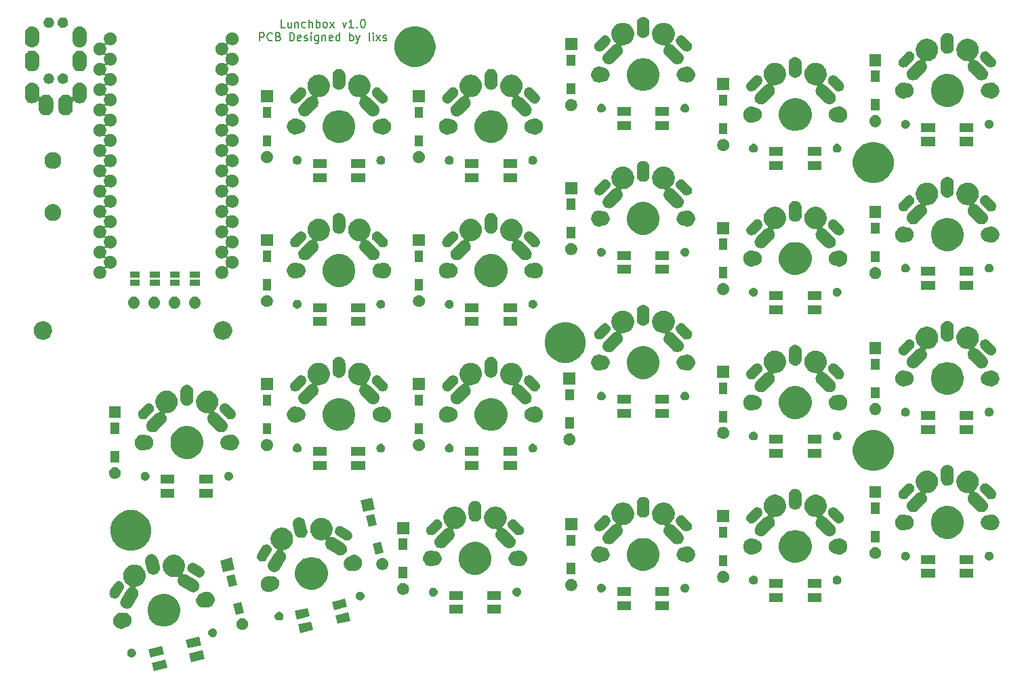
<source format=gbr>
G04 #@! TF.GenerationSoftware,KiCad,Pcbnew,(5.1.0)-1*
G04 #@! TF.CreationDate,2019-06-25T22:33:02+09:00*
G04 #@! TF.ProjectId,lunchbox52,6c756e63-6862-46f7-9835-322e6b696361,rev?*
G04 #@! TF.SameCoordinates,Original*
G04 #@! TF.FileFunction,Soldermask,Top*
G04 #@! TF.FilePolarity,Negative*
%FSLAX46Y46*%
G04 Gerber Fmt 4.6, Leading zero omitted, Abs format (unit mm)*
G04 Created by KiCad (PCBNEW (5.1.0)-1) date 2019-06-25 22:33:02*
%MOMM*%
%LPD*%
G04 APERTURE LIST*
%ADD10C,0.150000*%
%ADD11C,0.100000*%
G04 APERTURE END LIST*
D10*
X126261904Y-73127380D02*
X125785714Y-73127380D01*
X125785714Y-72127380D01*
X127023809Y-72460714D02*
X127023809Y-73127380D01*
X126595238Y-72460714D02*
X126595238Y-72984523D01*
X126642857Y-73079761D01*
X126738095Y-73127380D01*
X126880952Y-73127380D01*
X126976190Y-73079761D01*
X127023809Y-73032142D01*
X127500000Y-72460714D02*
X127500000Y-73127380D01*
X127500000Y-72555952D02*
X127547619Y-72508333D01*
X127642857Y-72460714D01*
X127785714Y-72460714D01*
X127880952Y-72508333D01*
X127928571Y-72603571D01*
X127928571Y-73127380D01*
X128833333Y-73079761D02*
X128738095Y-73127380D01*
X128547619Y-73127380D01*
X128452380Y-73079761D01*
X128404761Y-73032142D01*
X128357142Y-72936904D01*
X128357142Y-72651190D01*
X128404761Y-72555952D01*
X128452380Y-72508333D01*
X128547619Y-72460714D01*
X128738095Y-72460714D01*
X128833333Y-72508333D01*
X129261904Y-73127380D02*
X129261904Y-72127380D01*
X129690476Y-73127380D02*
X129690476Y-72603571D01*
X129642857Y-72508333D01*
X129547619Y-72460714D01*
X129404761Y-72460714D01*
X129309523Y-72508333D01*
X129261904Y-72555952D01*
X130166666Y-73127380D02*
X130166666Y-72127380D01*
X130166666Y-72508333D02*
X130261904Y-72460714D01*
X130452380Y-72460714D01*
X130547619Y-72508333D01*
X130595238Y-72555952D01*
X130642857Y-72651190D01*
X130642857Y-72936904D01*
X130595238Y-73032142D01*
X130547619Y-73079761D01*
X130452380Y-73127380D01*
X130261904Y-73127380D01*
X130166666Y-73079761D01*
X131214285Y-73127380D02*
X131119047Y-73079761D01*
X131071428Y-73032142D01*
X131023809Y-72936904D01*
X131023809Y-72651190D01*
X131071428Y-72555952D01*
X131119047Y-72508333D01*
X131214285Y-72460714D01*
X131357142Y-72460714D01*
X131452380Y-72508333D01*
X131500000Y-72555952D01*
X131547619Y-72651190D01*
X131547619Y-72936904D01*
X131500000Y-73032142D01*
X131452380Y-73079761D01*
X131357142Y-73127380D01*
X131214285Y-73127380D01*
X131880952Y-73127380D02*
X132404761Y-72460714D01*
X131880952Y-72460714D02*
X132404761Y-73127380D01*
X133452380Y-72460714D02*
X133690476Y-73127380D01*
X133928571Y-72460714D01*
X134833333Y-73127380D02*
X134261904Y-73127380D01*
X134547619Y-73127380D02*
X134547619Y-72127380D01*
X134452380Y-72270238D01*
X134357142Y-72365476D01*
X134261904Y-72413095D01*
X135261904Y-73032142D02*
X135309523Y-73079761D01*
X135261904Y-73127380D01*
X135214285Y-73079761D01*
X135261904Y-73032142D01*
X135261904Y-73127380D01*
X135928571Y-72127380D02*
X136023809Y-72127380D01*
X136119047Y-72175000D01*
X136166666Y-72222619D01*
X136214285Y-72317857D01*
X136261904Y-72508333D01*
X136261904Y-72746428D01*
X136214285Y-72936904D01*
X136166666Y-73032142D01*
X136119047Y-73079761D01*
X136023809Y-73127380D01*
X135928571Y-73127380D01*
X135833333Y-73079761D01*
X135785714Y-73032142D01*
X135738095Y-72936904D01*
X135690476Y-72746428D01*
X135690476Y-72508333D01*
X135738095Y-72317857D01*
X135785714Y-72222619D01*
X135833333Y-72175000D01*
X135928571Y-72127380D01*
X123095238Y-74777380D02*
X123095238Y-73777380D01*
X123476190Y-73777380D01*
X123571428Y-73825000D01*
X123619047Y-73872619D01*
X123666666Y-73967857D01*
X123666666Y-74110714D01*
X123619047Y-74205952D01*
X123571428Y-74253571D01*
X123476190Y-74301190D01*
X123095238Y-74301190D01*
X124666666Y-74682142D02*
X124619047Y-74729761D01*
X124476190Y-74777380D01*
X124380952Y-74777380D01*
X124238095Y-74729761D01*
X124142857Y-74634523D01*
X124095238Y-74539285D01*
X124047619Y-74348809D01*
X124047619Y-74205952D01*
X124095238Y-74015476D01*
X124142857Y-73920238D01*
X124238095Y-73825000D01*
X124380952Y-73777380D01*
X124476190Y-73777380D01*
X124619047Y-73825000D01*
X124666666Y-73872619D01*
X125428571Y-74253571D02*
X125571428Y-74301190D01*
X125619047Y-74348809D01*
X125666666Y-74444047D01*
X125666666Y-74586904D01*
X125619047Y-74682142D01*
X125571428Y-74729761D01*
X125476190Y-74777380D01*
X125095238Y-74777380D01*
X125095238Y-73777380D01*
X125428571Y-73777380D01*
X125523809Y-73825000D01*
X125571428Y-73872619D01*
X125619047Y-73967857D01*
X125619047Y-74063095D01*
X125571428Y-74158333D01*
X125523809Y-74205952D01*
X125428571Y-74253571D01*
X125095238Y-74253571D01*
X126857142Y-74777380D02*
X126857142Y-73777380D01*
X127095238Y-73777380D01*
X127238095Y-73825000D01*
X127333333Y-73920238D01*
X127380952Y-74015476D01*
X127428571Y-74205952D01*
X127428571Y-74348809D01*
X127380952Y-74539285D01*
X127333333Y-74634523D01*
X127238095Y-74729761D01*
X127095238Y-74777380D01*
X126857142Y-74777380D01*
X128238095Y-74729761D02*
X128142857Y-74777380D01*
X127952380Y-74777380D01*
X127857142Y-74729761D01*
X127809523Y-74634523D01*
X127809523Y-74253571D01*
X127857142Y-74158333D01*
X127952380Y-74110714D01*
X128142857Y-74110714D01*
X128238095Y-74158333D01*
X128285714Y-74253571D01*
X128285714Y-74348809D01*
X127809523Y-74444047D01*
X128666666Y-74729761D02*
X128761904Y-74777380D01*
X128952380Y-74777380D01*
X129047619Y-74729761D01*
X129095238Y-74634523D01*
X129095238Y-74586904D01*
X129047619Y-74491666D01*
X128952380Y-74444047D01*
X128809523Y-74444047D01*
X128714285Y-74396428D01*
X128666666Y-74301190D01*
X128666666Y-74253571D01*
X128714285Y-74158333D01*
X128809523Y-74110714D01*
X128952380Y-74110714D01*
X129047619Y-74158333D01*
X129523809Y-74777380D02*
X129523809Y-74110714D01*
X129523809Y-73777380D02*
X129476190Y-73825000D01*
X129523809Y-73872619D01*
X129571428Y-73825000D01*
X129523809Y-73777380D01*
X129523809Y-73872619D01*
X130428571Y-74110714D02*
X130428571Y-74920238D01*
X130380952Y-75015476D01*
X130333333Y-75063095D01*
X130238095Y-75110714D01*
X130095238Y-75110714D01*
X130000000Y-75063095D01*
X130428571Y-74729761D02*
X130333333Y-74777380D01*
X130142857Y-74777380D01*
X130047619Y-74729761D01*
X130000000Y-74682142D01*
X129952380Y-74586904D01*
X129952380Y-74301190D01*
X130000000Y-74205952D01*
X130047619Y-74158333D01*
X130142857Y-74110714D01*
X130333333Y-74110714D01*
X130428571Y-74158333D01*
X130904761Y-74110714D02*
X130904761Y-74777380D01*
X130904761Y-74205952D02*
X130952380Y-74158333D01*
X131047619Y-74110714D01*
X131190476Y-74110714D01*
X131285714Y-74158333D01*
X131333333Y-74253571D01*
X131333333Y-74777380D01*
X132190476Y-74729761D02*
X132095238Y-74777380D01*
X131904761Y-74777380D01*
X131809523Y-74729761D01*
X131761904Y-74634523D01*
X131761904Y-74253571D01*
X131809523Y-74158333D01*
X131904761Y-74110714D01*
X132095238Y-74110714D01*
X132190476Y-74158333D01*
X132238095Y-74253571D01*
X132238095Y-74348809D01*
X131761904Y-74444047D01*
X133095238Y-74777380D02*
X133095238Y-73777380D01*
X133095238Y-74729761D02*
X133000000Y-74777380D01*
X132809523Y-74777380D01*
X132714285Y-74729761D01*
X132666666Y-74682142D01*
X132619047Y-74586904D01*
X132619047Y-74301190D01*
X132666666Y-74205952D01*
X132714285Y-74158333D01*
X132809523Y-74110714D01*
X133000000Y-74110714D01*
X133095238Y-74158333D01*
X134333333Y-74777380D02*
X134333333Y-73777380D01*
X134333333Y-74158333D02*
X134428571Y-74110714D01*
X134619047Y-74110714D01*
X134714285Y-74158333D01*
X134761904Y-74205952D01*
X134809523Y-74301190D01*
X134809523Y-74586904D01*
X134761904Y-74682142D01*
X134714285Y-74729761D01*
X134619047Y-74777380D01*
X134428571Y-74777380D01*
X134333333Y-74729761D01*
X135142857Y-74110714D02*
X135380952Y-74777380D01*
X135619047Y-74110714D02*
X135380952Y-74777380D01*
X135285714Y-75015476D01*
X135238095Y-75063095D01*
X135142857Y-75110714D01*
X136904761Y-74777380D02*
X136809523Y-74729761D01*
X136761904Y-74634523D01*
X136761904Y-73777380D01*
X137285714Y-74777380D02*
X137285714Y-74110714D01*
X137285714Y-73777380D02*
X137238095Y-73825000D01*
X137285714Y-73872619D01*
X137333333Y-73825000D01*
X137285714Y-73777380D01*
X137285714Y-73872619D01*
X137666666Y-74777380D02*
X138190476Y-74110714D01*
X137666666Y-74110714D02*
X138190476Y-74777380D01*
X138523809Y-74729761D02*
X138619047Y-74777380D01*
X138809523Y-74777380D01*
X138904761Y-74729761D01*
X138952380Y-74634523D01*
X138952380Y-74586904D01*
X138904761Y-74491666D01*
X138809523Y-74444047D01*
X138666666Y-74444047D01*
X138571428Y-74396428D01*
X138523809Y-74301190D01*
X138523809Y-74253571D01*
X138571428Y-74158333D01*
X138666666Y-74110714D01*
X138809523Y-74110714D01*
X138904761Y-74158333D01*
D11*
G36*
X111542560Y-153190777D02*
G01*
X109891116Y-153602528D01*
X109624518Y-152533263D01*
X111275962Y-152121512D01*
X111542560Y-153190777D01*
X111542560Y-153190777D01*
G37*
G36*
X116199979Y-152029552D02*
G01*
X114548535Y-152441303D01*
X114281937Y-151372038D01*
X115933381Y-150960287D01*
X116199979Y-152029552D01*
X116199979Y-152029552D01*
G37*
G36*
X111119197Y-151492760D02*
G01*
X109467753Y-151904511D01*
X109201155Y-150835246D01*
X110852599Y-150423495D01*
X111119197Y-151492760D01*
X111119197Y-151492760D01*
G37*
G36*
X107238977Y-150779630D02*
G01*
X107339251Y-150821165D01*
X107384068Y-150851111D01*
X107429498Y-150881466D01*
X107506246Y-150958214D01*
X107506247Y-150958216D01*
X107566547Y-151048461D01*
X107608082Y-151148735D01*
X107629256Y-151255186D01*
X107629256Y-151363726D01*
X107608082Y-151470177D01*
X107566547Y-151570451D01*
X107566546Y-151570452D01*
X107506246Y-151660698D01*
X107429498Y-151737446D01*
X107384068Y-151767801D01*
X107339251Y-151797747D01*
X107238977Y-151839282D01*
X107132526Y-151860456D01*
X107023986Y-151860456D01*
X106917535Y-151839282D01*
X106817261Y-151797747D01*
X106772444Y-151767801D01*
X106727014Y-151737446D01*
X106650266Y-151660698D01*
X106589966Y-151570452D01*
X106589965Y-151570451D01*
X106548430Y-151470177D01*
X106527256Y-151363726D01*
X106527256Y-151255186D01*
X106548430Y-151148735D01*
X106589965Y-151048461D01*
X106650265Y-150958216D01*
X106650266Y-150958214D01*
X106727014Y-150881466D01*
X106772444Y-150851111D01*
X106817261Y-150821165D01*
X106917535Y-150779630D01*
X107023986Y-150758456D01*
X107132526Y-150758456D01*
X107238977Y-150779630D01*
X107238977Y-150779630D01*
G37*
G36*
X115776616Y-150331535D02*
G01*
X114125172Y-150743286D01*
X113858574Y-149674021D01*
X115510018Y-149262270D01*
X115776616Y-150331535D01*
X115776616Y-150331535D01*
G37*
G36*
X117368865Y-148253966D02*
G01*
X117469139Y-148295501D01*
X117469140Y-148295502D01*
X117559386Y-148355802D01*
X117636134Y-148432550D01*
X117636135Y-148432552D01*
X117696435Y-148522797D01*
X117737970Y-148623071D01*
X117759144Y-148729522D01*
X117759144Y-148838062D01*
X117737970Y-148944513D01*
X117696435Y-149044787D01*
X117696434Y-149044788D01*
X117636134Y-149135034D01*
X117559386Y-149211782D01*
X117513956Y-149242137D01*
X117469139Y-149272083D01*
X117368865Y-149313618D01*
X117262414Y-149334792D01*
X117153874Y-149334792D01*
X117047423Y-149313618D01*
X116947149Y-149272083D01*
X116902332Y-149242137D01*
X116856902Y-149211782D01*
X116780154Y-149135034D01*
X116719854Y-149044788D01*
X116719853Y-149044787D01*
X116678318Y-148944513D01*
X116657144Y-148838062D01*
X116657144Y-148729522D01*
X116678318Y-148623071D01*
X116719853Y-148522797D01*
X116780153Y-148432552D01*
X116780154Y-148432550D01*
X116856902Y-148355802D01*
X116947148Y-148295502D01*
X116947149Y-148295501D01*
X117047423Y-148253966D01*
X117153874Y-148232792D01*
X117262414Y-148232792D01*
X117368865Y-148253966D01*
X117368865Y-148253966D01*
G37*
G36*
X129792560Y-148440777D02*
G01*
X128141116Y-148852528D01*
X127874518Y-147783263D01*
X129525962Y-147371512D01*
X129792560Y-148440777D01*
X129792560Y-148440777D01*
G37*
G36*
X121016147Y-146951426D02*
G01*
X121140343Y-146976129D01*
X121276744Y-147032628D01*
X121399501Y-147114652D01*
X121503897Y-147219048D01*
X121585921Y-147341805D01*
X121642420Y-147478206D01*
X121671222Y-147623008D01*
X121671222Y-147770646D01*
X121642420Y-147915448D01*
X121585921Y-148051849D01*
X121503897Y-148174606D01*
X121399501Y-148279002D01*
X121276744Y-148361026D01*
X121140343Y-148417525D01*
X121016147Y-148442228D01*
X120995542Y-148446327D01*
X120847902Y-148446327D01*
X120827297Y-148442228D01*
X120703101Y-148417525D01*
X120566700Y-148361026D01*
X120443943Y-148279002D01*
X120339547Y-148174606D01*
X120257523Y-148051849D01*
X120201024Y-147915448D01*
X120172222Y-147770646D01*
X120172222Y-147623008D01*
X120201024Y-147478206D01*
X120257523Y-147341805D01*
X120339547Y-147219048D01*
X120443943Y-147114652D01*
X120566700Y-147032628D01*
X120703101Y-146976129D01*
X120827297Y-146951426D01*
X120847902Y-146947327D01*
X120995542Y-146947327D01*
X121016147Y-146951426D01*
X121016147Y-146951426D01*
G37*
G36*
X106311538Y-146304272D02*
G01*
X106460838Y-146333969D01*
X106624810Y-146401889D01*
X106772380Y-146500492D01*
X106897879Y-146625991D01*
X106996482Y-146773561D01*
X107064402Y-146937533D01*
X107099026Y-147111604D01*
X107099026Y-147289086D01*
X107064402Y-147463157D01*
X106996482Y-147627129D01*
X106897879Y-147774699D01*
X106772380Y-147900198D01*
X106624810Y-147998801D01*
X106460838Y-148066721D01*
X106460833Y-148066722D01*
X106455493Y-148068934D01*
X106443062Y-148072705D01*
X106421455Y-148084254D01*
X106264653Y-148189026D01*
X106082483Y-148264484D01*
X106009496Y-148279002D01*
X105889093Y-148302952D01*
X105691911Y-148302952D01*
X105571508Y-148279002D01*
X105498521Y-148264484D01*
X105316351Y-148189026D01*
X105152402Y-148079479D01*
X105012975Y-147940052D01*
X104903428Y-147776103D01*
X104901168Y-147770646D01*
X104868302Y-147691303D01*
X104827970Y-147593933D01*
X104789502Y-147400542D01*
X104789502Y-147203362D01*
X104801921Y-147140930D01*
X104827970Y-147009972D01*
X104842897Y-146973936D01*
X104903428Y-146827801D01*
X105012975Y-146663852D01*
X105152402Y-146524425D01*
X105316351Y-146414878D01*
X105498521Y-146339420D01*
X105610243Y-146317197D01*
X105691911Y-146300952D01*
X105889093Y-146300952D01*
X105970763Y-146317197D01*
X105995149Y-146319599D01*
X106019535Y-146317197D01*
X106109284Y-146299345D01*
X106286768Y-146299345D01*
X106311538Y-146304272D01*
X106311538Y-146304272D01*
G37*
G36*
X111725382Y-143999200D02*
G01*
X112098639Y-144153808D01*
X112098641Y-144153809D01*
X112434564Y-144378266D01*
X112720244Y-144663946D01*
X112855750Y-144866744D01*
X112944702Y-144999871D01*
X113099310Y-145373128D01*
X113178128Y-145769375D01*
X113178128Y-146173389D01*
X113099310Y-146569636D01*
X112992374Y-146827803D01*
X112944701Y-146942895D01*
X112720244Y-147278818D01*
X112434564Y-147564498D01*
X112098641Y-147788955D01*
X112098640Y-147788956D01*
X112098639Y-147788956D01*
X111725382Y-147943564D01*
X111329135Y-148022382D01*
X110925121Y-148022382D01*
X110528874Y-147943564D01*
X110155617Y-147788956D01*
X110155616Y-147788956D01*
X110155615Y-147788955D01*
X109819692Y-147564498D01*
X109534012Y-147278818D01*
X109309555Y-146942895D01*
X109261882Y-146827803D01*
X109154946Y-146569636D01*
X109076128Y-146173389D01*
X109076128Y-145769375D01*
X109154946Y-145373128D01*
X109309554Y-144999871D01*
X109398507Y-144866744D01*
X109534012Y-144663946D01*
X109819692Y-144378266D01*
X110155615Y-144153809D01*
X110155617Y-144153808D01*
X110528874Y-143999200D01*
X110925121Y-143920382D01*
X111329135Y-143920382D01*
X111725382Y-143999200D01*
X111725382Y-143999200D01*
G37*
G36*
X134449979Y-147279552D02*
G01*
X132798535Y-147691303D01*
X132531937Y-146622038D01*
X134183381Y-146210287D01*
X134449979Y-147279552D01*
X134449979Y-147279552D01*
G37*
G36*
X125674595Y-146183114D02*
G01*
X125774869Y-146224649D01*
X125774870Y-146224650D01*
X125865116Y-146284950D01*
X125941864Y-146361698D01*
X125941865Y-146361700D01*
X126002165Y-146451945D01*
X126043700Y-146552219D01*
X126064874Y-146658670D01*
X126064874Y-146767210D01*
X126043700Y-146873661D01*
X126002165Y-146973935D01*
X126002164Y-146973936D01*
X125941864Y-147064182D01*
X125865116Y-147140930D01*
X125844790Y-147154511D01*
X125774869Y-147201231D01*
X125674595Y-147242766D01*
X125568144Y-147263940D01*
X125459604Y-147263940D01*
X125353153Y-147242766D01*
X125252879Y-147201231D01*
X125182958Y-147154511D01*
X125162632Y-147140930D01*
X125085884Y-147064182D01*
X125025584Y-146973936D01*
X125025583Y-146973935D01*
X124984048Y-146873661D01*
X124962874Y-146767210D01*
X124962874Y-146658670D01*
X124984048Y-146552219D01*
X125025583Y-146451945D01*
X125085883Y-146361700D01*
X125085884Y-146361698D01*
X125162632Y-146284950D01*
X125252878Y-146224650D01*
X125252879Y-146224649D01*
X125353153Y-146183114D01*
X125459604Y-146161940D01*
X125568144Y-146161940D01*
X125674595Y-146183114D01*
X125674595Y-146183114D01*
G37*
G36*
X129369197Y-146742760D02*
G01*
X127717753Y-147154511D01*
X127451155Y-146085246D01*
X129102599Y-145673495D01*
X129369197Y-146742760D01*
X129369197Y-146742760D01*
G37*
G36*
X121109374Y-146275201D02*
G01*
X120088623Y-146529703D01*
X119749448Y-145169349D01*
X120770199Y-144914847D01*
X121109374Y-146275201D01*
X121109374Y-146275201D01*
G37*
G36*
X153251000Y-146426000D02*
G01*
X151549000Y-146426000D01*
X151549000Y-145324000D01*
X153251000Y-145324000D01*
X153251000Y-146426000D01*
X153251000Y-146426000D01*
G37*
G36*
X148451000Y-146426000D02*
G01*
X146749000Y-146426000D01*
X146749000Y-145324000D01*
X148451000Y-145324000D01*
X148451000Y-146426000D01*
X148451000Y-146426000D01*
G37*
G36*
X134026616Y-145581535D02*
G01*
X132375172Y-145993286D01*
X132108574Y-144924021D01*
X133760018Y-144512270D01*
X134026616Y-145581535D01*
X134026616Y-145581535D01*
G37*
G36*
X169451000Y-145926000D02*
G01*
X167749000Y-145926000D01*
X167749000Y-144824000D01*
X169451000Y-144824000D01*
X169451000Y-145926000D01*
X169451000Y-145926000D01*
G37*
G36*
X174251000Y-145926000D02*
G01*
X172549000Y-145926000D01*
X172549000Y-144824000D01*
X174251000Y-144824000D01*
X174251000Y-145926000D01*
X174251000Y-145926000D01*
G37*
G36*
X107742789Y-140289812D02*
G01*
X107842271Y-140309600D01*
X107906672Y-140336276D01*
X108097235Y-140415210D01*
X108097591Y-140415448D01*
X108326700Y-140568533D01*
X108521842Y-140763675D01*
X108624289Y-140916998D01*
X108675165Y-140993140D01*
X108737029Y-141142494D01*
X108780775Y-141248104D01*
X108790618Y-141297588D01*
X108834614Y-141518773D01*
X108834614Y-141794749D01*
X108820771Y-141864342D01*
X108780775Y-142065418D01*
X108739517Y-142165022D01*
X108675165Y-142320382D01*
X108657794Y-142346379D01*
X108521842Y-142549847D01*
X108326700Y-142744989D01*
X108198497Y-142830651D01*
X108097235Y-142898312D01*
X107998993Y-142939005D01*
X107842271Y-143003922D01*
X107810447Y-143010252D01*
X107711367Y-143029960D01*
X107687918Y-143037073D01*
X107666307Y-143048624D01*
X107647366Y-143064169D01*
X107631820Y-143083111D01*
X107620269Y-143104722D01*
X107613156Y-143128171D01*
X107610754Y-143152557D01*
X107613156Y-143176943D01*
X107620269Y-143200392D01*
X107631820Y-143222003D01*
X107647365Y-143240944D01*
X107661181Y-143252875D01*
X107691767Y-143275612D01*
X107797599Y-143392635D01*
X107878567Y-143528058D01*
X107878568Y-143528060D01*
X107931562Y-143676677D01*
X107954543Y-143832778D01*
X107946629Y-143990363D01*
X107908124Y-144143376D01*
X107857450Y-144250215D01*
X107147371Y-145431982D01*
X107076828Y-145526883D01*
X107016396Y-145581535D01*
X106959801Y-145632718D01*
X106888038Y-145675624D01*
X106824379Y-145713685D01*
X106675761Y-145766679D01*
X106573417Y-145781746D01*
X106519663Y-145789660D01*
X106519661Y-145789660D01*
X106362077Y-145781746D01*
X106209064Y-145743241D01*
X106066504Y-145675624D01*
X105939874Y-145581495D01*
X105834041Y-145464470D01*
X105834039Y-145464468D01*
X105753073Y-145329048D01*
X105748696Y-145316773D01*
X105700078Y-145180428D01*
X105677097Y-145024328D01*
X105685011Y-144866744D01*
X105723516Y-144713731D01*
X105774190Y-144606892D01*
X106484268Y-143425123D01*
X106554811Y-143330223D01*
X106671836Y-143224390D01*
X106671835Y-143224390D01*
X106671838Y-143224388D01*
X106814310Y-143139205D01*
X106821663Y-143135738D01*
X106841362Y-143121164D01*
X106857839Y-143103027D01*
X106870462Y-143082024D01*
X106878744Y-143058962D01*
X106882368Y-143034728D01*
X106881195Y-143010252D01*
X106875269Y-142986475D01*
X106864818Y-142964311D01*
X106850244Y-142944612D01*
X106832107Y-142928135D01*
X106805363Y-142912963D01*
X106769992Y-142898311D01*
X106722593Y-142866640D01*
X106540528Y-142744989D01*
X106345386Y-142549847D01*
X106209434Y-142346379D01*
X106192063Y-142320382D01*
X106127711Y-142165022D01*
X106086453Y-142065418D01*
X106046457Y-141864342D01*
X106032614Y-141794749D01*
X106032614Y-141518773D01*
X106076610Y-141297588D01*
X106086453Y-141248104D01*
X106130199Y-141142494D01*
X106192063Y-140993140D01*
X106242939Y-140916998D01*
X106345386Y-140763675D01*
X106540528Y-140568533D01*
X106769637Y-140415448D01*
X106769993Y-140415210D01*
X106960556Y-140336276D01*
X107024957Y-140309600D01*
X107124439Y-140289812D01*
X107295626Y-140255761D01*
X107571602Y-140255761D01*
X107742789Y-140289812D01*
X107742789Y-140289812D01*
G37*
G36*
X116592096Y-143645730D02*
G01*
X116755735Y-143678280D01*
X116846598Y-143715917D01*
X116935943Y-143752925D01*
X116937905Y-143753738D01*
X117101854Y-143863285D01*
X117241281Y-144002712D01*
X117350828Y-144166661D01*
X117350829Y-144166663D01*
X117359787Y-144188290D01*
X117426286Y-144348831D01*
X117464754Y-144542222D01*
X117464754Y-144739402D01*
X117426286Y-144932793D01*
X117350828Y-145114963D01*
X117241281Y-145278912D01*
X117101854Y-145418339D01*
X116937905Y-145527886D01*
X116755735Y-145603344D01*
X116562345Y-145641812D01*
X116365163Y-145641812D01*
X116283493Y-145625567D01*
X116259107Y-145623165D01*
X116234721Y-145625567D01*
X116144972Y-145643419D01*
X115967488Y-145643419D01*
X115942718Y-145638492D01*
X115793418Y-145608795D01*
X115629446Y-145540875D01*
X115481876Y-145442272D01*
X115356377Y-145316773D01*
X115257774Y-145169203D01*
X115189854Y-145005231D01*
X115155230Y-144831160D01*
X115155230Y-144653678D01*
X115189854Y-144479607D01*
X115257774Y-144315635D01*
X115356377Y-144168065D01*
X115481876Y-144042566D01*
X115629446Y-143943963D01*
X115793418Y-143876043D01*
X115793423Y-143876042D01*
X115798763Y-143873830D01*
X115811194Y-143870059D01*
X115832802Y-143858509D01*
X115871313Y-143832777D01*
X115989603Y-143753738D01*
X115991566Y-143752925D01*
X116080910Y-143715917D01*
X116171773Y-143678280D01*
X116335412Y-143645730D01*
X116365163Y-143639812D01*
X116562345Y-143639812D01*
X116592096Y-143645730D01*
X116592096Y-143645730D01*
G37*
G36*
X193251000Y-144926000D02*
G01*
X191549000Y-144926000D01*
X191549000Y-143824000D01*
X193251000Y-143824000D01*
X193251000Y-144926000D01*
X193251000Y-144926000D01*
G37*
G36*
X188451000Y-144926000D02*
G01*
X186749000Y-144926000D01*
X186749000Y-143824000D01*
X188451000Y-143824000D01*
X188451000Y-144926000D01*
X188451000Y-144926000D01*
G37*
G36*
X135804483Y-143657450D02*
G01*
X135904757Y-143698985D01*
X135949574Y-143728931D01*
X135995004Y-143759286D01*
X136071752Y-143836034D01*
X136071753Y-143836036D01*
X136132053Y-143926281D01*
X136173588Y-144026555D01*
X136194762Y-144133006D01*
X136194762Y-144241546D01*
X136173588Y-144347997D01*
X136132053Y-144448271D01*
X136132052Y-144448272D01*
X136071752Y-144538518D01*
X135995004Y-144615266D01*
X135949574Y-144645621D01*
X135904757Y-144675567D01*
X135804483Y-144717102D01*
X135698032Y-144738276D01*
X135589492Y-144738276D01*
X135483041Y-144717102D01*
X135382767Y-144675567D01*
X135337950Y-144645621D01*
X135292520Y-144615266D01*
X135215772Y-144538518D01*
X135155472Y-144448272D01*
X135155471Y-144448271D01*
X135113936Y-144347997D01*
X135092762Y-144241546D01*
X135092762Y-144133006D01*
X135113936Y-144026555D01*
X135155471Y-143926281D01*
X135215771Y-143836036D01*
X135215772Y-143836034D01*
X135292520Y-143759286D01*
X135337950Y-143728931D01*
X135382767Y-143698985D01*
X135483041Y-143657450D01*
X135589492Y-143636276D01*
X135698032Y-143636276D01*
X135804483Y-143657450D01*
X135804483Y-143657450D01*
G37*
G36*
X153251000Y-144676000D02*
G01*
X151549000Y-144676000D01*
X151549000Y-143574000D01*
X153251000Y-143574000D01*
X153251000Y-144676000D01*
X153251000Y-144676000D01*
G37*
G36*
X148451000Y-144676000D02*
G01*
X146749000Y-144676000D01*
X146749000Y-143574000D01*
X148451000Y-143574000D01*
X148451000Y-144676000D01*
X148451000Y-144676000D01*
G37*
G36*
X105589332Y-142345482D02*
G01*
X105713691Y-142376777D01*
X105755006Y-142396373D01*
X105829556Y-142431731D01*
X105886686Y-142474199D01*
X105932471Y-142508233D01*
X105972611Y-142552618D01*
X106018487Y-142603345D01*
X106084292Y-142713405D01*
X106127361Y-142834192D01*
X106145144Y-142954981D01*
X106146039Y-142961061D01*
X106139607Y-143089135D01*
X106108312Y-143213494D01*
X106088972Y-143254269D01*
X106067125Y-143300332D01*
X105795179Y-143752925D01*
X105519153Y-144212309D01*
X105461818Y-144289441D01*
X105366708Y-144375456D01*
X105256644Y-144441262D01*
X105189706Y-144465130D01*
X105135856Y-144484332D01*
X105008992Y-144503010D01*
X104880917Y-144496578D01*
X104813480Y-144479607D01*
X104756558Y-144465283D01*
X104720690Y-144448271D01*
X104640695Y-144410330D01*
X104537778Y-144333827D01*
X104521326Y-144315635D01*
X104451763Y-144238717D01*
X104385957Y-144128653D01*
X104351029Y-144030698D01*
X104342887Y-144007865D01*
X104324209Y-143881001D01*
X104330641Y-143752926D01*
X104361936Y-143628567D01*
X104362210Y-143627990D01*
X104403122Y-143541731D01*
X104951095Y-142629750D01*
X105008429Y-142552618D01*
X105103540Y-142466604D01*
X105103541Y-142466603D01*
X105213604Y-142400797D01*
X105334389Y-142357728D01*
X105461255Y-142339050D01*
X105461257Y-142339050D01*
X105589332Y-142345482D01*
X105589332Y-142345482D01*
G37*
G36*
X144940721Y-143170174D02*
G01*
X145040995Y-143211709D01*
X145056401Y-143222003D01*
X145131242Y-143272010D01*
X145207990Y-143348758D01*
X145237000Y-143392175D01*
X145268291Y-143439005D01*
X145309826Y-143539279D01*
X145331000Y-143645730D01*
X145331000Y-143754270D01*
X145309826Y-143860721D01*
X145268291Y-143960995D01*
X145248668Y-143990363D01*
X145207990Y-144051242D01*
X145131242Y-144127990D01*
X145108215Y-144143376D01*
X145040995Y-144188291D01*
X144940721Y-144229826D01*
X144834270Y-144251000D01*
X144725730Y-144251000D01*
X144619279Y-144229826D01*
X144519005Y-144188291D01*
X144451785Y-144143376D01*
X144428758Y-144127990D01*
X144352010Y-144051242D01*
X144311332Y-143990363D01*
X144291709Y-143960995D01*
X144250174Y-143860721D01*
X144229000Y-143754270D01*
X144229000Y-143645730D01*
X144250174Y-143539279D01*
X144291709Y-143439005D01*
X144323000Y-143392175D01*
X144352010Y-143348758D01*
X144428758Y-143272010D01*
X144503599Y-143222003D01*
X144519005Y-143211709D01*
X144619279Y-143170174D01*
X144725730Y-143149000D01*
X144834270Y-143149000D01*
X144940721Y-143170174D01*
X144940721Y-143170174D01*
G37*
G36*
X155380721Y-143170174D02*
G01*
X155480995Y-143211709D01*
X155496401Y-143222003D01*
X155571242Y-143272010D01*
X155647990Y-143348758D01*
X155677000Y-143392175D01*
X155708291Y-143439005D01*
X155749826Y-143539279D01*
X155771000Y-143645730D01*
X155771000Y-143754270D01*
X155749826Y-143860721D01*
X155708291Y-143960995D01*
X155688668Y-143990363D01*
X155647990Y-144051242D01*
X155571242Y-144127990D01*
X155548215Y-144143376D01*
X155480995Y-144188291D01*
X155380721Y-144229826D01*
X155274270Y-144251000D01*
X155165730Y-144251000D01*
X155059279Y-144229826D01*
X154959005Y-144188291D01*
X154891785Y-144143376D01*
X154868758Y-144127990D01*
X154792010Y-144051242D01*
X154751332Y-143990363D01*
X154731709Y-143960995D01*
X154690174Y-143860721D01*
X154669000Y-143754270D01*
X154669000Y-143645730D01*
X154690174Y-143539279D01*
X154731709Y-143439005D01*
X154763000Y-143392175D01*
X154792010Y-143348758D01*
X154868758Y-143272010D01*
X154943599Y-143222003D01*
X154959005Y-143211709D01*
X155059279Y-143170174D01*
X155165730Y-143149000D01*
X155274270Y-143149000D01*
X155380721Y-143170174D01*
X155380721Y-143170174D01*
G37*
G36*
X169451000Y-144176000D02*
G01*
X167749000Y-144176000D01*
X167749000Y-143074000D01*
X169451000Y-143074000D01*
X169451000Y-144176000D01*
X169451000Y-144176000D01*
G37*
G36*
X174251000Y-144176000D02*
G01*
X172549000Y-144176000D01*
X172549000Y-143074000D01*
X174251000Y-143074000D01*
X174251000Y-144176000D01*
X174251000Y-144176000D01*
G37*
G36*
X141094425Y-142564599D02*
G01*
X141218621Y-142589302D01*
X141355022Y-142645801D01*
X141477779Y-142727825D01*
X141582175Y-142832221D01*
X141664199Y-142954978D01*
X141720698Y-143091379D01*
X141742381Y-143200392D01*
X141749500Y-143236180D01*
X141749500Y-143383820D01*
X141747746Y-143392636D01*
X141720698Y-143528621D01*
X141664199Y-143665022D01*
X141582175Y-143787779D01*
X141477779Y-143892175D01*
X141355022Y-143974199D01*
X141218621Y-144030698D01*
X141094425Y-144055401D01*
X141073820Y-144059500D01*
X140926180Y-144059500D01*
X140905575Y-144055401D01*
X140781379Y-144030698D01*
X140644978Y-143974199D01*
X140522221Y-143892175D01*
X140417825Y-143787779D01*
X140335801Y-143665022D01*
X140279302Y-143528621D01*
X140252254Y-143392636D01*
X140250500Y-143383820D01*
X140250500Y-143236180D01*
X140257619Y-143200392D01*
X140279302Y-143091379D01*
X140335801Y-142954978D01*
X140417825Y-142832221D01*
X140522221Y-142727825D01*
X140644978Y-142645801D01*
X140781379Y-142589302D01*
X140905575Y-142564599D01*
X140926180Y-142560500D01*
X141073820Y-142560500D01*
X141094425Y-142564599D01*
X141094425Y-142564599D01*
G37*
G36*
X165940721Y-142670174D02*
G01*
X166040995Y-142711709D01*
X166065114Y-142727825D01*
X166131242Y-142772010D01*
X166207990Y-142848758D01*
X166238345Y-142894188D01*
X166268291Y-142939005D01*
X166309826Y-143039279D01*
X166331000Y-143145730D01*
X166331000Y-143254270D01*
X166309826Y-143360721D01*
X166268291Y-143460995D01*
X166253612Y-143482963D01*
X166207990Y-143551242D01*
X166131242Y-143627990D01*
X166101512Y-143647855D01*
X166040995Y-143688291D01*
X165940721Y-143729826D01*
X165834270Y-143751000D01*
X165725730Y-143751000D01*
X165619279Y-143729826D01*
X165519005Y-143688291D01*
X165458488Y-143647855D01*
X165428758Y-143627990D01*
X165352010Y-143551242D01*
X165306388Y-143482963D01*
X165291709Y-143460995D01*
X165250174Y-143360721D01*
X165229000Y-143254270D01*
X165229000Y-143145730D01*
X165250174Y-143039279D01*
X165291709Y-142939005D01*
X165321655Y-142894188D01*
X165352010Y-142848758D01*
X165428758Y-142772010D01*
X165494886Y-142727825D01*
X165519005Y-142711709D01*
X165619279Y-142670174D01*
X165725730Y-142649000D01*
X165834270Y-142649000D01*
X165940721Y-142670174D01*
X165940721Y-142670174D01*
G37*
G36*
X176380721Y-142670174D02*
G01*
X176480995Y-142711709D01*
X176505114Y-142727825D01*
X176571242Y-142772010D01*
X176647990Y-142848758D01*
X176678345Y-142894188D01*
X176708291Y-142939005D01*
X176749826Y-143039279D01*
X176771000Y-143145730D01*
X176771000Y-143254270D01*
X176749826Y-143360721D01*
X176708291Y-143460995D01*
X176693612Y-143482963D01*
X176647990Y-143551242D01*
X176571242Y-143627990D01*
X176541512Y-143647855D01*
X176480995Y-143688291D01*
X176380721Y-143729826D01*
X176274270Y-143751000D01*
X176165730Y-143751000D01*
X176059279Y-143729826D01*
X175959005Y-143688291D01*
X175898488Y-143647855D01*
X175868758Y-143627990D01*
X175792010Y-143551242D01*
X175746388Y-143482963D01*
X175731709Y-143460995D01*
X175690174Y-143360721D01*
X175669000Y-143254270D01*
X175669000Y-143145730D01*
X175690174Y-143039279D01*
X175731709Y-142939005D01*
X175761655Y-142894188D01*
X175792010Y-142848758D01*
X175868758Y-142772010D01*
X175934886Y-142727825D01*
X175959005Y-142711709D01*
X176059279Y-142670174D01*
X176165730Y-142649000D01*
X176274270Y-142649000D01*
X176380721Y-142670174D01*
X176380721Y-142670174D01*
G37*
G36*
X112624080Y-139051339D02*
G01*
X112771373Y-139080637D01*
X112828582Y-139104334D01*
X113026337Y-139186247D01*
X113026338Y-139186248D01*
X113255802Y-139339570D01*
X113450944Y-139534712D01*
X113520025Y-139638100D01*
X113604267Y-139764177D01*
X113655480Y-139887816D01*
X113709877Y-140019141D01*
X113726808Y-140104260D01*
X113763716Y-140289810D01*
X113763716Y-140565786D01*
X113743106Y-140669398D01*
X113709877Y-140836455D01*
X113670339Y-140931907D01*
X113604267Y-141091419D01*
X113604266Y-141091420D01*
X113496614Y-141252534D01*
X113485066Y-141274139D01*
X113477953Y-141297588D01*
X113475551Y-141321974D01*
X113477953Y-141346360D01*
X113485066Y-141369809D01*
X113496617Y-141391419D01*
X113512162Y-141410361D01*
X113531104Y-141425907D01*
X113552715Y-141437458D01*
X113576164Y-141444571D01*
X113600550Y-141446973D01*
X113610660Y-141446233D01*
X113613695Y-141446385D01*
X113613698Y-141446385D01*
X113771282Y-141454299D01*
X113924295Y-141492804D01*
X114031134Y-141543478D01*
X115212903Y-142253556D01*
X115307803Y-142324099D01*
X115388613Y-142413455D01*
X115413638Y-142441126D01*
X115494604Y-142576545D01*
X115512948Y-142627990D01*
X115547599Y-142725166D01*
X115570580Y-142881266D01*
X115562666Y-143038851D01*
X115524161Y-143191864D01*
X115524159Y-143191868D01*
X115456546Y-143334423D01*
X115389713Y-143424330D01*
X115362415Y-143461054D01*
X115362413Y-143461055D01*
X115362413Y-143461056D01*
X115245391Y-143566887D01*
X115142228Y-143628567D01*
X115109966Y-143647856D01*
X114961349Y-143700850D01*
X114825281Y-143720882D01*
X114805249Y-143723831D01*
X114805248Y-143723831D01*
X114647663Y-143715917D01*
X114494650Y-143677412D01*
X114387811Y-143626738D01*
X113206044Y-142916659D01*
X113111143Y-142846116D01*
X113005310Y-142729091D01*
X113005308Y-142729089D01*
X112924342Y-142593669D01*
X112918236Y-142576545D01*
X112871347Y-142445049D01*
X112852994Y-142320383D01*
X112848366Y-142288951D01*
X112850108Y-142254269D01*
X112856280Y-142131365D01*
X112894785Y-141978352D01*
X112907596Y-141951342D01*
X112915877Y-141928280D01*
X112919499Y-141904045D01*
X112918323Y-141879569D01*
X112912395Y-141855793D01*
X112901942Y-141833630D01*
X112887367Y-141813932D01*
X112869228Y-141797456D01*
X112848224Y-141784836D01*
X112825162Y-141776555D01*
X112800927Y-141772933D01*
X112770273Y-141775178D01*
X112721717Y-141784836D01*
X112500704Y-141828798D01*
X112224728Y-141828798D01*
X112003715Y-141784836D01*
X111954059Y-141774959D01*
X111828820Y-141723083D01*
X111699095Y-141669349D01*
X111582406Y-141591380D01*
X111469630Y-141516026D01*
X111274488Y-141320884D01*
X111121166Y-141091420D01*
X111121165Y-141091419D01*
X111055093Y-140931907D01*
X111015555Y-140836455D01*
X110982326Y-140669398D01*
X110961716Y-140565786D01*
X110961716Y-140289810D01*
X110998624Y-140104260D01*
X111015555Y-140019141D01*
X111069952Y-139887816D01*
X111121165Y-139764177D01*
X111205407Y-139638100D01*
X111274488Y-139534712D01*
X111469630Y-139339570D01*
X111699094Y-139186248D01*
X111699095Y-139186247D01*
X111896850Y-139104334D01*
X111954059Y-139080637D01*
X112101352Y-139051339D01*
X112224728Y-139026798D01*
X112500704Y-139026798D01*
X112624080Y-139051339D01*
X112624080Y-139051339D01*
G37*
G36*
X124747156Y-141707756D02*
G01*
X124896456Y-141737453D01*
X125060428Y-141805373D01*
X125207998Y-141903976D01*
X125333497Y-142029475D01*
X125432100Y-142177045D01*
X125500020Y-142341017D01*
X125525000Y-142466603D01*
X125533281Y-142508233D01*
X125534644Y-142515088D01*
X125534644Y-142692570D01*
X125500020Y-142866641D01*
X125432100Y-143030613D01*
X125333497Y-143178183D01*
X125207998Y-143303682D01*
X125060428Y-143402285D01*
X124896456Y-143470205D01*
X124896451Y-143470206D01*
X124891111Y-143472418D01*
X124878680Y-143476189D01*
X124857073Y-143487738D01*
X124700271Y-143592510D01*
X124518101Y-143667968D01*
X124466259Y-143678280D01*
X124324711Y-143706436D01*
X124127529Y-143706436D01*
X123985981Y-143678280D01*
X123934139Y-143667968D01*
X123751969Y-143592510D01*
X123588020Y-143482963D01*
X123448593Y-143343536D01*
X123339046Y-143179587D01*
X123263588Y-142997417D01*
X123233492Y-142846116D01*
X123225120Y-142804027D01*
X123225120Y-142606845D01*
X123253016Y-142466603D01*
X123263588Y-142413455D01*
X123329526Y-142254269D01*
X123339045Y-142231287D01*
X123375288Y-142177045D01*
X123448593Y-142067336D01*
X123588020Y-141927909D01*
X123751969Y-141818362D01*
X123790034Y-141802595D01*
X123852899Y-141776555D01*
X123934139Y-141742904D01*
X124090966Y-141711709D01*
X124127529Y-141704436D01*
X124324711Y-141704436D01*
X124406381Y-141720681D01*
X124430767Y-141723083D01*
X124455153Y-141720681D01*
X124544902Y-141702829D01*
X124722386Y-141702829D01*
X124747156Y-141707756D01*
X124747156Y-141707756D01*
G37*
G36*
X162094425Y-142064599D02*
G01*
X162218621Y-142089302D01*
X162355022Y-142145801D01*
X162477779Y-142227825D01*
X162582175Y-142332221D01*
X162664199Y-142454978D01*
X162720698Y-142591379D01*
X162744632Y-142711709D01*
X162749500Y-142736180D01*
X162749500Y-142883820D01*
X162746617Y-142898312D01*
X162720698Y-143028621D01*
X162664199Y-143165022D01*
X162582175Y-143287779D01*
X162477779Y-143392175D01*
X162355022Y-143474199D01*
X162218621Y-143530698D01*
X162094425Y-143555401D01*
X162073820Y-143559500D01*
X161926180Y-143559500D01*
X161905575Y-143555401D01*
X161781379Y-143530698D01*
X161644978Y-143474199D01*
X161522221Y-143392175D01*
X161417825Y-143287779D01*
X161335801Y-143165022D01*
X161279302Y-143028621D01*
X161253383Y-142898312D01*
X161250500Y-142883820D01*
X161250500Y-142736180D01*
X161255368Y-142711709D01*
X161279302Y-142591379D01*
X161335801Y-142454978D01*
X161417825Y-142332221D01*
X161522221Y-142227825D01*
X161644978Y-142145801D01*
X161781379Y-142089302D01*
X161905575Y-142064599D01*
X161926180Y-142060500D01*
X162073820Y-142060500D01*
X162094425Y-142064599D01*
X162094425Y-142064599D01*
G37*
G36*
X130161000Y-139402684D02*
G01*
X130519646Y-139551240D01*
X130534259Y-139557293D01*
X130870182Y-139781750D01*
X131155862Y-140067430D01*
X131378747Y-140401000D01*
X131380320Y-140403355D01*
X131534928Y-140776612D01*
X131613746Y-141172859D01*
X131613746Y-141576873D01*
X131534928Y-141973120D01*
X131386182Y-142332224D01*
X131380319Y-142346379D01*
X131155862Y-142682302D01*
X130870182Y-142967982D01*
X130534259Y-143192439D01*
X130534258Y-143192440D01*
X130534257Y-143192440D01*
X130161000Y-143347048D01*
X129764753Y-143425866D01*
X129360739Y-143425866D01*
X128964492Y-143347048D01*
X128591235Y-143192440D01*
X128591234Y-143192440D01*
X128591233Y-143192439D01*
X128255310Y-142967982D01*
X127969630Y-142682302D01*
X127745173Y-142346379D01*
X127739310Y-142332224D01*
X127590564Y-141973120D01*
X127511746Y-141576873D01*
X127511746Y-141172859D01*
X127590564Y-140776612D01*
X127745172Y-140403355D01*
X127746746Y-140401000D01*
X127969630Y-140067430D01*
X128255310Y-139781750D01*
X128591233Y-139557293D01*
X128605846Y-139551240D01*
X128964492Y-139402684D01*
X129360739Y-139323866D01*
X129764753Y-139323866D01*
X130161000Y-139402684D01*
X130161000Y-139402684D01*
G37*
G36*
X188451000Y-143176000D02*
G01*
X186749000Y-143176000D01*
X186749000Y-142074000D01*
X188451000Y-142074000D01*
X188451000Y-143176000D01*
X188451000Y-143176000D01*
G37*
G36*
X193251000Y-143176000D02*
G01*
X191549000Y-143176000D01*
X191549000Y-142074000D01*
X193251000Y-142074000D01*
X193251000Y-143176000D01*
X193251000Y-143176000D01*
G37*
G36*
X120250552Y-142830651D02*
G01*
X119229801Y-143085153D01*
X118890626Y-141724799D01*
X119911377Y-141470297D01*
X120250552Y-142830651D01*
X120250552Y-142830651D01*
G37*
G36*
X184940721Y-141670174D02*
G01*
X185040995Y-141711709D01*
X185040996Y-141711710D01*
X185131242Y-141772010D01*
X185207990Y-141848758D01*
X185238345Y-141894188D01*
X185268291Y-141939005D01*
X185309826Y-142039279D01*
X185331000Y-142145730D01*
X185331000Y-142254270D01*
X185309826Y-142360721D01*
X185268291Y-142460995D01*
X185268290Y-142460996D01*
X185207990Y-142551242D01*
X185131242Y-142627990D01*
X185128606Y-142629751D01*
X185040995Y-142688291D01*
X184940721Y-142729826D01*
X184834270Y-142751000D01*
X184725730Y-142751000D01*
X184619279Y-142729826D01*
X184519005Y-142688291D01*
X184431394Y-142629751D01*
X184428758Y-142627990D01*
X184352010Y-142551242D01*
X184291710Y-142460996D01*
X184291709Y-142460995D01*
X184250174Y-142360721D01*
X184229000Y-142254270D01*
X184229000Y-142145730D01*
X184250174Y-142039279D01*
X184291709Y-141939005D01*
X184321655Y-141894188D01*
X184352010Y-141848758D01*
X184428758Y-141772010D01*
X184519004Y-141711710D01*
X184519005Y-141711709D01*
X184619279Y-141670174D01*
X184725730Y-141649000D01*
X184834270Y-141649000D01*
X184940721Y-141670174D01*
X184940721Y-141670174D01*
G37*
G36*
X195380721Y-141670174D02*
G01*
X195480995Y-141711709D01*
X195480996Y-141711710D01*
X195571242Y-141772010D01*
X195647990Y-141848758D01*
X195678345Y-141894188D01*
X195708291Y-141939005D01*
X195749826Y-142039279D01*
X195771000Y-142145730D01*
X195771000Y-142254270D01*
X195749826Y-142360721D01*
X195708291Y-142460995D01*
X195708290Y-142460996D01*
X195647990Y-142551242D01*
X195571242Y-142627990D01*
X195568606Y-142629751D01*
X195480995Y-142688291D01*
X195380721Y-142729826D01*
X195274270Y-142751000D01*
X195165730Y-142751000D01*
X195059279Y-142729826D01*
X194959005Y-142688291D01*
X194871394Y-142629751D01*
X194868758Y-142627990D01*
X194792010Y-142551242D01*
X194731710Y-142460996D01*
X194731709Y-142460995D01*
X194690174Y-142360721D01*
X194669000Y-142254270D01*
X194669000Y-142145730D01*
X194690174Y-142039279D01*
X194731709Y-141939005D01*
X194761655Y-141894188D01*
X194792010Y-141848758D01*
X194868758Y-141772010D01*
X194959004Y-141711710D01*
X194959005Y-141711709D01*
X195059279Y-141670174D01*
X195165730Y-141649000D01*
X195274270Y-141649000D01*
X195380721Y-141670174D01*
X195380721Y-141670174D01*
G37*
G36*
X181094425Y-141064599D02*
G01*
X181218621Y-141089302D01*
X181355022Y-141145801D01*
X181477779Y-141227825D01*
X181582175Y-141332221D01*
X181664199Y-141454978D01*
X181720698Y-141591379D01*
X181749500Y-141736181D01*
X181749500Y-141883819D01*
X181720698Y-142028621D01*
X181664199Y-142165022D01*
X181582175Y-142287779D01*
X181477779Y-142392175D01*
X181355022Y-142474199D01*
X181218621Y-142530698D01*
X181108418Y-142552618D01*
X181073820Y-142559500D01*
X180926180Y-142559500D01*
X180891582Y-142552618D01*
X180781379Y-142530698D01*
X180644978Y-142474199D01*
X180522221Y-142392175D01*
X180417825Y-142287779D01*
X180335801Y-142165022D01*
X180279302Y-142028621D01*
X180250500Y-141883819D01*
X180250500Y-141736181D01*
X180279302Y-141591379D01*
X180335801Y-141454978D01*
X180417825Y-141332221D01*
X180522221Y-141227825D01*
X180644978Y-141145801D01*
X180781379Y-141089302D01*
X180905575Y-141064599D01*
X180926180Y-141060500D01*
X181073820Y-141060500D01*
X181094425Y-141064599D01*
X181094425Y-141064599D01*
G37*
G36*
X141526000Y-141976000D02*
G01*
X140474000Y-141976000D01*
X140474000Y-140574000D01*
X141526000Y-140574000D01*
X141526000Y-141976000D01*
X141526000Y-141976000D01*
G37*
G36*
X207451000Y-141926000D02*
G01*
X205749000Y-141926000D01*
X205749000Y-140824000D01*
X207451000Y-140824000D01*
X207451000Y-141926000D01*
X207451000Y-141926000D01*
G37*
G36*
X212251000Y-141926000D02*
G01*
X210549000Y-141926000D01*
X210549000Y-140824000D01*
X212251000Y-140824000D01*
X212251000Y-141926000D01*
X212251000Y-141926000D01*
G37*
G36*
X114800245Y-140048944D02*
G01*
X114901214Y-140074353D01*
X114924604Y-140080239D01*
X115011440Y-140121425D01*
X115923421Y-140669398D01*
X116000553Y-140726732D01*
X116073538Y-140807436D01*
X116086568Y-140821844D01*
X116152374Y-140931907D01*
X116195443Y-141052692D01*
X116213135Y-141172859D01*
X116214121Y-141179560D01*
X116207689Y-141307635D01*
X116176394Y-141431994D01*
X116165491Y-141454981D01*
X116121440Y-141547859D01*
X116089088Y-141591380D01*
X116044938Y-141650774D01*
X115987378Y-141702829D01*
X115949826Y-141736790D01*
X115839766Y-141802595D01*
X115718979Y-141845664D01*
X115592113Y-141864342D01*
X115592110Y-141864342D01*
X115464036Y-141857910D01*
X115339677Y-141826615D01*
X115278199Y-141797456D01*
X115252839Y-141785428D01*
X114647492Y-141421698D01*
X114340862Y-141237456D01*
X114263730Y-141180121D01*
X114177715Y-141085011D01*
X114111909Y-140974947D01*
X114068840Y-140854161D01*
X114068839Y-140854159D01*
X114050161Y-140727295D01*
X114056593Y-140599220D01*
X114076920Y-140518447D01*
X114087888Y-140474861D01*
X114122920Y-140401000D01*
X114142841Y-140358998D01*
X114219344Y-140256081D01*
X114314453Y-140170067D01*
X114314454Y-140170066D01*
X114424518Y-140104260D01*
X114491884Y-140080239D01*
X114545306Y-140061190D01*
X114672170Y-140042512D01*
X114800245Y-140048944D01*
X114800245Y-140048944D01*
G37*
G36*
X150598254Y-137527818D02*
G01*
X150910226Y-137657041D01*
X150971513Y-137682427D01*
X151307436Y-137906884D01*
X151593116Y-138192564D01*
X151815812Y-138525851D01*
X151817574Y-138528489D01*
X151972182Y-138901746D01*
X152051000Y-139297993D01*
X152051000Y-139702007D01*
X151972182Y-140098254D01*
X151835674Y-140427814D01*
X151817573Y-140471513D01*
X151593116Y-140807436D01*
X151307436Y-141093116D01*
X150971513Y-141317573D01*
X150971512Y-141317574D01*
X150971511Y-141317574D01*
X150598254Y-141472182D01*
X150202007Y-141551000D01*
X149797993Y-141551000D01*
X149401746Y-141472182D01*
X149028489Y-141317574D01*
X149028488Y-141317574D01*
X149028487Y-141317573D01*
X148692564Y-141093116D01*
X148406884Y-140807436D01*
X148182427Y-140471513D01*
X148164326Y-140427814D01*
X148027818Y-140098254D01*
X147949000Y-139702007D01*
X147949000Y-139297993D01*
X148027818Y-138901746D01*
X148182426Y-138528489D01*
X148184189Y-138525851D01*
X148406884Y-138192564D01*
X148692564Y-137906884D01*
X149028487Y-137682427D01*
X149089774Y-137657041D01*
X149401746Y-137527818D01*
X149797993Y-137449000D01*
X150202007Y-137449000D01*
X150598254Y-137527818D01*
X150598254Y-137527818D01*
G37*
G36*
X109697795Y-138965455D02*
G01*
X109850809Y-139003960D01*
X109993369Y-139071576D01*
X109993371Y-139071578D01*
X109993372Y-139071578D01*
X110005907Y-139080896D01*
X110119999Y-139165706D01*
X110120000Y-139165708D01*
X110120001Y-139165708D01*
X110225829Y-139282727D01*
X110225832Y-139282732D01*
X110306801Y-139418155D01*
X110346516Y-139529534D01*
X110607475Y-140576181D01*
X110624698Y-140693167D01*
X110616784Y-140850752D01*
X110578278Y-141003765D01*
X110535899Y-141093116D01*
X110510661Y-141146328D01*
X110492944Y-141170162D01*
X110416533Y-141272955D01*
X110363535Y-141320884D01*
X110299509Y-141378788D01*
X110299507Y-141378789D01*
X110164084Y-141459758D01*
X110015466Y-141512751D01*
X109859366Y-141535733D01*
X109701782Y-141527819D01*
X109548769Y-141489313D01*
X109548768Y-141489312D01*
X109548766Y-141489312D01*
X109406210Y-141421698D01*
X109348486Y-141378789D01*
X109279579Y-141327568D01*
X109207715Y-141248104D01*
X109173747Y-141210544D01*
X109151216Y-141172860D01*
X109092777Y-141075119D01*
X109053062Y-140963740D01*
X108792103Y-139917092D01*
X108774880Y-139800105D01*
X108782794Y-139642522D01*
X108821299Y-139489508D01*
X108888915Y-139346948D01*
X108983045Y-139220318D01*
X108983047Y-139220316D01*
X109100066Y-139114488D01*
X109117051Y-139104333D01*
X109235494Y-139033516D01*
X109384112Y-138980523D01*
X109453067Y-138970371D01*
X109540211Y-138957541D01*
X109540212Y-138957541D01*
X109697795Y-138965455D01*
X109697795Y-138965455D01*
G37*
G36*
X162526000Y-141476000D02*
G01*
X161474000Y-141476000D01*
X161474000Y-140074000D01*
X162526000Y-140074000D01*
X162526000Y-141476000D01*
X162526000Y-141476000D01*
G37*
G36*
X119986835Y-140849089D02*
G01*
X118532362Y-141211730D01*
X118169721Y-139757257D01*
X119624194Y-139394616D01*
X119986835Y-140849089D01*
X119986835Y-140849089D01*
G37*
G36*
X126178407Y-135693296D02*
G01*
X126277889Y-135713084D01*
X126383363Y-135756773D01*
X126532853Y-135818694D01*
X126608995Y-135869570D01*
X126762318Y-135972017D01*
X126957460Y-136167159D01*
X127051829Y-136308393D01*
X127110783Y-136396624D01*
X127159332Y-136513832D01*
X127216393Y-136651588D01*
X127226236Y-136701072D01*
X127270232Y-136922257D01*
X127270232Y-137198233D01*
X127257429Y-137262596D01*
X127216393Y-137468902D01*
X127189076Y-137534850D01*
X127110783Y-137723866D01*
X127085829Y-137761212D01*
X126957460Y-137953331D01*
X126762318Y-138148473D01*
X126628815Y-138237676D01*
X126532853Y-138301796D01*
X126459393Y-138332224D01*
X126277889Y-138407406D01*
X126146985Y-138433444D01*
X126123536Y-138440557D01*
X126101925Y-138452108D01*
X126082984Y-138467653D01*
X126067438Y-138486595D01*
X126055887Y-138508206D01*
X126048774Y-138531655D01*
X126046372Y-138556041D01*
X126048774Y-138580427D01*
X126055887Y-138603876D01*
X126067438Y-138625487D01*
X126082983Y-138644428D01*
X126096799Y-138656359D01*
X126127385Y-138679096D01*
X126233217Y-138796119D01*
X126296370Y-138901746D01*
X126314186Y-138931544D01*
X126367180Y-139080161D01*
X126390161Y-139236262D01*
X126382247Y-139393847D01*
X126343742Y-139546860D01*
X126293068Y-139653699D01*
X125582989Y-140835466D01*
X125512446Y-140930367D01*
X125431287Y-141003764D01*
X125395419Y-141036202D01*
X125300227Y-141093116D01*
X125259997Y-141117169D01*
X125111379Y-141170163D01*
X125009035Y-141185230D01*
X124955281Y-141193144D01*
X124955279Y-141193144D01*
X124797695Y-141185230D01*
X124644682Y-141146725D01*
X124502122Y-141079108D01*
X124375492Y-140984979D01*
X124269659Y-140867954D01*
X124269657Y-140867952D01*
X124188691Y-140732532D01*
X124188690Y-140732530D01*
X124135696Y-140583912D01*
X124112715Y-140427812D01*
X124120629Y-140270228D01*
X124159134Y-140117215D01*
X124209808Y-140010376D01*
X124919886Y-138828607D01*
X124990429Y-138733707D01*
X125089149Y-138644428D01*
X125107456Y-138627872D01*
X125249928Y-138542689D01*
X125257281Y-138539222D01*
X125276980Y-138524648D01*
X125293457Y-138506511D01*
X125306080Y-138485508D01*
X125314362Y-138462446D01*
X125317986Y-138438212D01*
X125316813Y-138413736D01*
X125310887Y-138389959D01*
X125300436Y-138367795D01*
X125285862Y-138348096D01*
X125267725Y-138331619D01*
X125240981Y-138316447D01*
X125205610Y-138301795D01*
X125180100Y-138284750D01*
X124976146Y-138148473D01*
X124781004Y-137953331D01*
X124652635Y-137761212D01*
X124627681Y-137723866D01*
X124549388Y-137534850D01*
X124522071Y-137468902D01*
X124481035Y-137262596D01*
X124468232Y-137198233D01*
X124468232Y-136922257D01*
X124512228Y-136701072D01*
X124522071Y-136651588D01*
X124579132Y-136513832D01*
X124627681Y-136396624D01*
X124686635Y-136308393D01*
X124781004Y-136167159D01*
X124976146Y-135972017D01*
X125129469Y-135869570D01*
X125205611Y-135818694D01*
X125355101Y-135756773D01*
X125460575Y-135713084D01*
X125560057Y-135693296D01*
X125731244Y-135659245D01*
X126007220Y-135659245D01*
X126178407Y-135693296D01*
X126178407Y-135693296D01*
G37*
G36*
X171598254Y-137027818D02*
G01*
X171965748Y-137180039D01*
X171971513Y-137182427D01*
X172307436Y-137406884D01*
X172593116Y-137692564D01*
X172803102Y-138006829D01*
X172817574Y-138028489D01*
X172972182Y-138401746D01*
X173051000Y-138797993D01*
X173051000Y-139202007D01*
X172972182Y-139598254D01*
X172828263Y-139945705D01*
X172817573Y-139971513D01*
X172593116Y-140307436D01*
X172307436Y-140593116D01*
X171971513Y-140817573D01*
X171971512Y-140817574D01*
X171971511Y-140817574D01*
X171598254Y-140972182D01*
X171202007Y-141051000D01*
X170797993Y-141051000D01*
X170401746Y-140972182D01*
X170028489Y-140817574D01*
X170028488Y-140817574D01*
X170028487Y-140817573D01*
X169692564Y-140593116D01*
X169406884Y-140307436D01*
X169182427Y-139971513D01*
X169171737Y-139945705D01*
X169027818Y-139598254D01*
X168949000Y-139202007D01*
X168949000Y-138797993D01*
X169027818Y-138401746D01*
X169182426Y-138028489D01*
X169196899Y-138006829D01*
X169406884Y-137692564D01*
X169692564Y-137406884D01*
X170028487Y-137182427D01*
X170034252Y-137180039D01*
X170401746Y-137027818D01*
X170797993Y-136949000D01*
X171202007Y-136949000D01*
X171598254Y-137027818D01*
X171598254Y-137027818D01*
G37*
G36*
X135038397Y-139051339D02*
G01*
X135191353Y-139081764D01*
X135270355Y-139114488D01*
X135371561Y-139156409D01*
X135373523Y-139157222D01*
X135537472Y-139266769D01*
X135676899Y-139406196D01*
X135779333Y-139559500D01*
X135786447Y-139570147D01*
X135794149Y-139588741D01*
X135861904Y-139752315D01*
X135900372Y-139945706D01*
X135900372Y-140142886D01*
X135861904Y-140336277D01*
X135786446Y-140518447D01*
X135676899Y-140682396D01*
X135537472Y-140821823D01*
X135373523Y-140931370D01*
X135191353Y-141006828D01*
X135094657Y-141026062D01*
X134997963Y-141045296D01*
X134800781Y-141045296D01*
X134719111Y-141029051D01*
X134694725Y-141026649D01*
X134670339Y-141029051D01*
X134580590Y-141046903D01*
X134403106Y-141046903D01*
X134378336Y-141041976D01*
X134229036Y-141012279D01*
X134065064Y-140944359D01*
X133917494Y-140845756D01*
X133791995Y-140720257D01*
X133693392Y-140572687D01*
X133625472Y-140408715D01*
X133590848Y-140234644D01*
X133590848Y-140057162D01*
X133592483Y-140048944D01*
X133595775Y-140032391D01*
X133625472Y-139883091D01*
X133693392Y-139719119D01*
X133791995Y-139571549D01*
X133917494Y-139446050D01*
X134065064Y-139347447D01*
X134229036Y-139279527D01*
X134229041Y-139279526D01*
X134234381Y-139277314D01*
X134246812Y-139273543D01*
X134268420Y-139261993D01*
X134349198Y-139208019D01*
X134425221Y-139157222D01*
X134427184Y-139156409D01*
X134528389Y-139114488D01*
X134607391Y-139081764D01*
X134760347Y-139051339D01*
X134800781Y-139043296D01*
X134997963Y-139043296D01*
X135038397Y-139051339D01*
X135038397Y-139051339D01*
G37*
G36*
X138516147Y-139451426D02*
G01*
X138640343Y-139476129D01*
X138776744Y-139532628D01*
X138899501Y-139614652D01*
X139003897Y-139719048D01*
X139085921Y-139841805D01*
X139142420Y-139978206D01*
X139171222Y-140123008D01*
X139171222Y-140270646D01*
X139142420Y-140415448D01*
X139085921Y-140551849D01*
X139003897Y-140674606D01*
X138899501Y-140779002D01*
X138776744Y-140861026D01*
X138640343Y-140917525D01*
X138516147Y-140942228D01*
X138495542Y-140946327D01*
X138347902Y-140946327D01*
X138327297Y-140942228D01*
X138203101Y-140917525D01*
X138066700Y-140861026D01*
X137943943Y-140779002D01*
X137839547Y-140674606D01*
X137757523Y-140551849D01*
X137701024Y-140415448D01*
X137672222Y-140270646D01*
X137672222Y-140123008D01*
X137701024Y-139978206D01*
X137757523Y-139841805D01*
X137839547Y-139719048D01*
X137943943Y-139614652D01*
X138066700Y-139532628D01*
X138203101Y-139476129D01*
X138327297Y-139451426D01*
X138347902Y-139447327D01*
X138495542Y-139447327D01*
X138516147Y-139451426D01*
X138516147Y-139451426D01*
G37*
G36*
X155644872Y-138508206D02*
G01*
X155791981Y-138537468D01*
X155878283Y-138573216D01*
X155938733Y-138598255D01*
X155974151Y-138612926D01*
X156138100Y-138722473D01*
X156277527Y-138861900D01*
X156356788Y-138980523D01*
X156387075Y-139025851D01*
X156462532Y-139208019D01*
X156501000Y-139401409D01*
X156501000Y-139598591D01*
X156483157Y-139688291D01*
X156462532Y-139791981D01*
X156387074Y-139974151D01*
X156277527Y-140138100D01*
X156138100Y-140277527D01*
X155974151Y-140387074D01*
X155974150Y-140387075D01*
X155974149Y-140387075D01*
X155920795Y-140409175D01*
X155791981Y-140462532D01*
X155730019Y-140474857D01*
X155598591Y-140501000D01*
X155401409Y-140501000D01*
X155269981Y-140474857D01*
X155208019Y-140462532D01*
X155082440Y-140410515D01*
X155058991Y-140403402D01*
X155034605Y-140401000D01*
X154991258Y-140401000D01*
X154966488Y-140396073D01*
X154817188Y-140366376D01*
X154653216Y-140298456D01*
X154505646Y-140199853D01*
X154380147Y-140074354D01*
X154281544Y-139926784D01*
X154213624Y-139762812D01*
X154179000Y-139588741D01*
X154179000Y-139411259D01*
X154213624Y-139237188D01*
X154281544Y-139073216D01*
X154380147Y-138925646D01*
X154505646Y-138800147D01*
X154653216Y-138701544D01*
X154817188Y-138633624D01*
X154966745Y-138603876D01*
X154991258Y-138599000D01*
X155034605Y-138599000D01*
X155058991Y-138596598D01*
X155082440Y-138589485D01*
X155121717Y-138573216D01*
X155208019Y-138537468D01*
X155355128Y-138508206D01*
X155401409Y-138499000D01*
X155598591Y-138499000D01*
X155644872Y-138508206D01*
X155644872Y-138508206D01*
G37*
G36*
X144644872Y-138508206D02*
G01*
X144791981Y-138537468D01*
X144878283Y-138573216D01*
X144917560Y-138589485D01*
X144941009Y-138596598D01*
X144965395Y-138599000D01*
X145008742Y-138599000D01*
X145033255Y-138603876D01*
X145182812Y-138633624D01*
X145346784Y-138701544D01*
X145494354Y-138800147D01*
X145619853Y-138925646D01*
X145718456Y-139073216D01*
X145786376Y-139237188D01*
X145821000Y-139411259D01*
X145821000Y-139588741D01*
X145786376Y-139762812D01*
X145718456Y-139926784D01*
X145619853Y-140074354D01*
X145494354Y-140199853D01*
X145346784Y-140298456D01*
X145182812Y-140366376D01*
X145033512Y-140396073D01*
X145008742Y-140401000D01*
X144965395Y-140401000D01*
X144941009Y-140403402D01*
X144917560Y-140410515D01*
X144791981Y-140462532D01*
X144730019Y-140474857D01*
X144598591Y-140501000D01*
X144401409Y-140501000D01*
X144269981Y-140474857D01*
X144208019Y-140462532D01*
X144079205Y-140409175D01*
X144025851Y-140387075D01*
X144025850Y-140387075D01*
X144025849Y-140387074D01*
X143861900Y-140277527D01*
X143722473Y-140138100D01*
X143612926Y-139974151D01*
X143537468Y-139791981D01*
X143516843Y-139688291D01*
X143499000Y-139598591D01*
X143499000Y-139401409D01*
X143537468Y-139208019D01*
X143612925Y-139025851D01*
X143643212Y-138980523D01*
X143722473Y-138861900D01*
X143861900Y-138722473D01*
X144025849Y-138612926D01*
X144061268Y-138598255D01*
X144121717Y-138573216D01*
X144208019Y-138537468D01*
X144355128Y-138508206D01*
X144401409Y-138499000D01*
X144598591Y-138499000D01*
X144644872Y-138508206D01*
X144644872Y-138508206D01*
G37*
G36*
X181526000Y-140476000D02*
G01*
X180474000Y-140476000D01*
X180474000Y-139074000D01*
X181526000Y-139074000D01*
X181526000Y-140476000D01*
X181526000Y-140476000D01*
G37*
G36*
X212251000Y-140176000D02*
G01*
X210549000Y-140176000D01*
X210549000Y-139074000D01*
X212251000Y-139074000D01*
X212251000Y-140176000D01*
X212251000Y-140176000D01*
G37*
G36*
X207451000Y-140176000D02*
G01*
X205749000Y-140176000D01*
X205749000Y-139074000D01*
X207451000Y-139074000D01*
X207451000Y-140176000D01*
X207451000Y-140176000D01*
G37*
G36*
X190598254Y-136027818D02*
G01*
X190971511Y-136182426D01*
X190971513Y-136182427D01*
X191307436Y-136406884D01*
X191593116Y-136692564D01*
X191817127Y-137027819D01*
X191817574Y-137028489D01*
X191972182Y-137401746D01*
X192051000Y-137797993D01*
X192051000Y-138202007D01*
X191972182Y-138598254D01*
X191821293Y-138962532D01*
X191817573Y-138971513D01*
X191593116Y-139307436D01*
X191307436Y-139593116D01*
X190971513Y-139817573D01*
X190971512Y-139817574D01*
X190971511Y-139817574D01*
X190598254Y-139972182D01*
X190202007Y-140051000D01*
X189797993Y-140051000D01*
X189401746Y-139972182D01*
X189028489Y-139817574D01*
X189028488Y-139817574D01*
X189028487Y-139817573D01*
X188692564Y-139593116D01*
X188406884Y-139307436D01*
X188182427Y-138971513D01*
X188178707Y-138962532D01*
X188027818Y-138598254D01*
X187949000Y-138202007D01*
X187949000Y-137797993D01*
X188027818Y-137401746D01*
X188182426Y-137028489D01*
X188182874Y-137027819D01*
X188406884Y-136692564D01*
X188692564Y-136406884D01*
X189028487Y-136182427D01*
X189028489Y-136182426D01*
X189401746Y-136027818D01*
X189797993Y-135949000D01*
X190202007Y-135949000D01*
X190598254Y-136027818D01*
X190598254Y-136027818D01*
G37*
G36*
X165791981Y-138037468D02*
G01*
X165912310Y-138087311D01*
X165917560Y-138089485D01*
X165941009Y-138096598D01*
X165965395Y-138099000D01*
X166008742Y-138099000D01*
X166033512Y-138103927D01*
X166182812Y-138133624D01*
X166346784Y-138201544D01*
X166494354Y-138300147D01*
X166619853Y-138425646D01*
X166718456Y-138573216D01*
X166786376Y-138737188D01*
X166804560Y-138828608D01*
X166821000Y-138911258D01*
X166821000Y-139088742D01*
X166816073Y-139113512D01*
X166786376Y-139262812D01*
X166718456Y-139426784D01*
X166619853Y-139574354D01*
X166494354Y-139699853D01*
X166346784Y-139798456D01*
X166182812Y-139866376D01*
X166033512Y-139896073D01*
X166008742Y-139901000D01*
X165965395Y-139901000D01*
X165941009Y-139903402D01*
X165917560Y-139910515D01*
X165791981Y-139962532D01*
X165713183Y-139978206D01*
X165598591Y-140001000D01*
X165401409Y-140001000D01*
X165286817Y-139978206D01*
X165208019Y-139962532D01*
X165059469Y-139901000D01*
X165025851Y-139887075D01*
X165025850Y-139887075D01*
X165025849Y-139887074D01*
X164861900Y-139777527D01*
X164722473Y-139638100D01*
X164612926Y-139474151D01*
X164607477Y-139460995D01*
X164578970Y-139392175D01*
X164537468Y-139291981D01*
X164504714Y-139127315D01*
X164499000Y-139098591D01*
X164499000Y-138901409D01*
X164531866Y-138736181D01*
X164537468Y-138708019D01*
X164604204Y-138546905D01*
X164612925Y-138525851D01*
X164612926Y-138525849D01*
X164722473Y-138361900D01*
X164861900Y-138222473D01*
X165025849Y-138112926D01*
X165208019Y-138037468D01*
X165401409Y-137999000D01*
X165598591Y-137999000D01*
X165791981Y-138037468D01*
X165791981Y-138037468D01*
G37*
G36*
X176791981Y-138037468D02*
G01*
X176974151Y-138112926D01*
X177138100Y-138222473D01*
X177277527Y-138361900D01*
X177387074Y-138525849D01*
X177387075Y-138525851D01*
X177395796Y-138546905D01*
X177462532Y-138708019D01*
X177468134Y-138736181D01*
X177501000Y-138901409D01*
X177501000Y-139098591D01*
X177495286Y-139127315D01*
X177462532Y-139291981D01*
X177421030Y-139392175D01*
X177392524Y-139460995D01*
X177387074Y-139474151D01*
X177277527Y-139638100D01*
X177138100Y-139777527D01*
X176974151Y-139887074D01*
X176974150Y-139887075D01*
X176974149Y-139887075D01*
X176940531Y-139901000D01*
X176791981Y-139962532D01*
X176713183Y-139978206D01*
X176598591Y-140001000D01*
X176401409Y-140001000D01*
X176286817Y-139978206D01*
X176208019Y-139962532D01*
X176082440Y-139910515D01*
X176058991Y-139903402D01*
X176034605Y-139901000D01*
X175991258Y-139901000D01*
X175966488Y-139896073D01*
X175817188Y-139866376D01*
X175653216Y-139798456D01*
X175505646Y-139699853D01*
X175380147Y-139574354D01*
X175281544Y-139426784D01*
X175213624Y-139262812D01*
X175183927Y-139113512D01*
X175179000Y-139088742D01*
X175179000Y-138911258D01*
X175195440Y-138828608D01*
X175213624Y-138737188D01*
X175281544Y-138573216D01*
X175380147Y-138425646D01*
X175505646Y-138300147D01*
X175653216Y-138201544D01*
X175817188Y-138133624D01*
X175966488Y-138103927D01*
X175991258Y-138099000D01*
X176034605Y-138099000D01*
X176058991Y-138096598D01*
X176082440Y-138089485D01*
X176087690Y-138087311D01*
X176208019Y-138037468D01*
X176401409Y-137999000D01*
X176598591Y-137999000D01*
X176791981Y-138037468D01*
X176791981Y-138037468D01*
G37*
G36*
X124024950Y-137748966D02*
G01*
X124149309Y-137780261D01*
X124186694Y-137797993D01*
X124265174Y-137835215D01*
X124342706Y-137892849D01*
X124368089Y-137911717D01*
X124405722Y-137953330D01*
X124454105Y-138006829D01*
X124519910Y-138116889D01*
X124562979Y-138237676D01*
X124581268Y-138361900D01*
X124581657Y-138364545D01*
X124575225Y-138492619D01*
X124543930Y-138616978D01*
X124521105Y-138665102D01*
X124502743Y-138703816D01*
X124212868Y-139186247D01*
X123954771Y-139615793D01*
X123897436Y-139692925D01*
X123802326Y-139778940D01*
X123692262Y-139844746D01*
X123631604Y-139866375D01*
X123571474Y-139887816D01*
X123444610Y-139906494D01*
X123316535Y-139900062D01*
X123249098Y-139883091D01*
X123192176Y-139868767D01*
X123173220Y-139859776D01*
X123076313Y-139813814D01*
X122973396Y-139737311D01*
X122939519Y-139699852D01*
X122887381Y-139642201D01*
X122821575Y-139532137D01*
X122778506Y-139411351D01*
X122778505Y-139411349D01*
X122759827Y-139284485D01*
X122766259Y-139156410D01*
X122797554Y-139032051D01*
X122838740Y-138945215D01*
X123386713Y-138033234D01*
X123444047Y-137956102D01*
X123539158Y-137870088D01*
X123539159Y-137870087D01*
X123649222Y-137804281D01*
X123770007Y-137761212D01*
X123896873Y-137742534D01*
X123896875Y-137742534D01*
X124024950Y-137748966D01*
X124024950Y-137748966D01*
G37*
G36*
X214380721Y-138670174D02*
G01*
X214480995Y-138711709D01*
X214480996Y-138711710D01*
X214571242Y-138772010D01*
X214647990Y-138848758D01*
X214673592Y-138887074D01*
X214708291Y-138939005D01*
X214749826Y-139039279D01*
X214771000Y-139145730D01*
X214771000Y-139254270D01*
X214749826Y-139360721D01*
X214708291Y-139460995D01*
X214708290Y-139460996D01*
X214647990Y-139551242D01*
X214571242Y-139627990D01*
X214549972Y-139642202D01*
X214480995Y-139688291D01*
X214380721Y-139729826D01*
X214274270Y-139751000D01*
X214165730Y-139751000D01*
X214059279Y-139729826D01*
X213959005Y-139688291D01*
X213890028Y-139642202D01*
X213868758Y-139627990D01*
X213792010Y-139551242D01*
X213731710Y-139460996D01*
X213731709Y-139460995D01*
X213690174Y-139360721D01*
X213669000Y-139254270D01*
X213669000Y-139145730D01*
X213690174Y-139039279D01*
X213731709Y-138939005D01*
X213766408Y-138887074D01*
X213792010Y-138848758D01*
X213868758Y-138772010D01*
X213959004Y-138711710D01*
X213959005Y-138711709D01*
X214059279Y-138670174D01*
X214165730Y-138649000D01*
X214274270Y-138649000D01*
X214380721Y-138670174D01*
X214380721Y-138670174D01*
G37*
G36*
X203940721Y-138670174D02*
G01*
X204040995Y-138711709D01*
X204040996Y-138711710D01*
X204131242Y-138772010D01*
X204207990Y-138848758D01*
X204233592Y-138887074D01*
X204268291Y-138939005D01*
X204309826Y-139039279D01*
X204331000Y-139145730D01*
X204331000Y-139254270D01*
X204309826Y-139360721D01*
X204268291Y-139460995D01*
X204268290Y-139460996D01*
X204207990Y-139551242D01*
X204131242Y-139627990D01*
X204109972Y-139642202D01*
X204040995Y-139688291D01*
X203940721Y-139729826D01*
X203834270Y-139751000D01*
X203725730Y-139751000D01*
X203619279Y-139729826D01*
X203519005Y-139688291D01*
X203450028Y-139642202D01*
X203428758Y-139627990D01*
X203352010Y-139551242D01*
X203291710Y-139460996D01*
X203291709Y-139460995D01*
X203250174Y-139360721D01*
X203229000Y-139254270D01*
X203229000Y-139145730D01*
X203250174Y-139039279D01*
X203291709Y-138939005D01*
X203326408Y-138887074D01*
X203352010Y-138848758D01*
X203428758Y-138772010D01*
X203519004Y-138711710D01*
X203519005Y-138711709D01*
X203619279Y-138670174D01*
X203725730Y-138649000D01*
X203834270Y-138649000D01*
X203940721Y-138670174D01*
X203940721Y-138670174D01*
G37*
G36*
X200094425Y-138064599D02*
G01*
X200218621Y-138089302D01*
X200355022Y-138145801D01*
X200477779Y-138227825D01*
X200582175Y-138332221D01*
X200664199Y-138454978D01*
X200720698Y-138591379D01*
X200736371Y-138670175D01*
X200749500Y-138736180D01*
X200749500Y-138883820D01*
X200746083Y-138901000D01*
X200720698Y-139028621D01*
X200664199Y-139165022D01*
X200582175Y-139287779D01*
X200477779Y-139392175D01*
X200355022Y-139474199D01*
X200218621Y-139530698D01*
X200094425Y-139555401D01*
X200073820Y-139559500D01*
X199926180Y-139559500D01*
X199905575Y-139555401D01*
X199781379Y-139530698D01*
X199644978Y-139474199D01*
X199522221Y-139392175D01*
X199417825Y-139287779D01*
X199335801Y-139165022D01*
X199279302Y-139028621D01*
X199253917Y-138901000D01*
X199250500Y-138883820D01*
X199250500Y-138736180D01*
X199263629Y-138670175D01*
X199279302Y-138591379D01*
X199335801Y-138454978D01*
X199417825Y-138332221D01*
X199522221Y-138227825D01*
X199644978Y-138145801D01*
X199781379Y-138089302D01*
X199905575Y-138064599D01*
X199926180Y-138060500D01*
X200073820Y-138060500D01*
X200094425Y-138064599D01*
X200094425Y-138064599D01*
G37*
G36*
X131076932Y-134458251D02*
G01*
X131206991Y-134484121D01*
X131282613Y-134515445D01*
X131461955Y-134589731D01*
X131484609Y-134604868D01*
X131691420Y-134743054D01*
X131886562Y-134938196D01*
X131970121Y-135063252D01*
X132039885Y-135167661D01*
X132076796Y-135256773D01*
X132145076Y-135421613D01*
X132145495Y-135422626D01*
X132199334Y-135693294D01*
X132199334Y-135969270D01*
X132174298Y-136095133D01*
X132145495Y-136239939D01*
X132105957Y-136335391D01*
X132039885Y-136494903D01*
X132027237Y-136513832D01*
X131932232Y-136656018D01*
X131920684Y-136677623D01*
X131913571Y-136701072D01*
X131911169Y-136725458D01*
X131913571Y-136749844D01*
X131920684Y-136773293D01*
X131932235Y-136794903D01*
X131947780Y-136813845D01*
X131966722Y-136829391D01*
X131988333Y-136840942D01*
X132011782Y-136848055D01*
X132036168Y-136850457D01*
X132046278Y-136849717D01*
X132049313Y-136849869D01*
X132049316Y-136849869D01*
X132206900Y-136857783D01*
X132359913Y-136896288D01*
X132466752Y-136946962D01*
X133648521Y-137657040D01*
X133743421Y-137727583D01*
X133830779Y-137824180D01*
X133849256Y-137844610D01*
X133930222Y-137980029D01*
X133949193Y-138033234D01*
X133983217Y-138128650D01*
X134006198Y-138284750D01*
X133998284Y-138442335D01*
X133959779Y-138595348D01*
X133959777Y-138595352D01*
X133892164Y-138737907D01*
X133845897Y-138800148D01*
X133798033Y-138864538D01*
X133798031Y-138864539D01*
X133798031Y-138864540D01*
X133681009Y-138970371D01*
X133565757Y-139039279D01*
X133545584Y-139051340D01*
X133396967Y-139104334D01*
X133260899Y-139124366D01*
X133240867Y-139127315D01*
X133240866Y-139127315D01*
X133083281Y-139119401D01*
X132930268Y-139080896D01*
X132823429Y-139030222D01*
X131641662Y-138320143D01*
X131546761Y-138249600D01*
X131452889Y-138145801D01*
X131440926Y-138132573D01*
X131359960Y-137997153D01*
X131353854Y-137980029D01*
X131306965Y-137848533D01*
X131288612Y-137723867D01*
X131283984Y-137692435D01*
X131284487Y-137682426D01*
X131291898Y-137534849D01*
X131330403Y-137381836D01*
X131343214Y-137354826D01*
X131351495Y-137331764D01*
X131355117Y-137307529D01*
X131353941Y-137283053D01*
X131348013Y-137259277D01*
X131337560Y-137237114D01*
X131322985Y-137217416D01*
X131304846Y-137200940D01*
X131283842Y-137188320D01*
X131260780Y-137180039D01*
X131236545Y-137176417D01*
X131205891Y-137178662D01*
X131157335Y-137188320D01*
X130936322Y-137232282D01*
X130660346Y-137232282D01*
X130439333Y-137188320D01*
X130389677Y-137178443D01*
X130281475Y-137133624D01*
X130134713Y-137072833D01*
X129984485Y-136972454D01*
X129905248Y-136919510D01*
X129710106Y-136724368D01*
X129569431Y-136513832D01*
X129556783Y-136494903D01*
X129490711Y-136335391D01*
X129451173Y-136239939D01*
X129422370Y-136095133D01*
X129397334Y-135969270D01*
X129397334Y-135693294D01*
X129451173Y-135422626D01*
X129451593Y-135421613D01*
X129519872Y-135256773D01*
X129556783Y-135167661D01*
X129626547Y-135063252D01*
X129710106Y-134938196D01*
X129905248Y-134743054D01*
X130112059Y-134604868D01*
X130134713Y-134589731D01*
X130314055Y-134515445D01*
X130389677Y-134484121D01*
X130519736Y-134458251D01*
X130660346Y-134430282D01*
X130936322Y-134430282D01*
X131076932Y-134458251D01*
X131076932Y-134458251D01*
G37*
G36*
X138609374Y-138775201D02*
G01*
X137588623Y-139029703D01*
X137249448Y-137669349D01*
X138270199Y-137414847D01*
X138609374Y-138775201D01*
X138609374Y-138775201D01*
G37*
G36*
X195791981Y-137037468D02*
G01*
X195917560Y-137089485D01*
X195970965Y-137111606D01*
X195974151Y-137112926D01*
X196138100Y-137222473D01*
X196277527Y-137361900D01*
X196387074Y-137525849D01*
X196387075Y-137525851D01*
X196406694Y-137573216D01*
X196462532Y-137708019D01*
X196466424Y-137727584D01*
X196501000Y-137901409D01*
X196501000Y-138098591D01*
X196497360Y-138116889D01*
X196462532Y-138291981D01*
X196421948Y-138389959D01*
X196391923Y-138462446D01*
X196387074Y-138474151D01*
X196277527Y-138638100D01*
X196138100Y-138777527D01*
X195974151Y-138887074D01*
X195974150Y-138887075D01*
X195974149Y-138887075D01*
X195938730Y-138901746D01*
X195791981Y-138962532D01*
X195701534Y-138980523D01*
X195598591Y-139001000D01*
X195401409Y-139001000D01*
X195298466Y-138980523D01*
X195208019Y-138962532D01*
X195082440Y-138910515D01*
X195058991Y-138903402D01*
X195034605Y-138901000D01*
X194991258Y-138901000D01*
X194966488Y-138896073D01*
X194817188Y-138866376D01*
X194653216Y-138798456D01*
X194505646Y-138699853D01*
X194380147Y-138574354D01*
X194281544Y-138426784D01*
X194213624Y-138262812D01*
X194183810Y-138112925D01*
X194179000Y-138088742D01*
X194179000Y-137911258D01*
X194187189Y-137870088D01*
X194213624Y-137737188D01*
X194281544Y-137573216D01*
X194380147Y-137425646D01*
X194505646Y-137300147D01*
X194653216Y-137201544D01*
X194817188Y-137133624D01*
X194966488Y-137103927D01*
X194991258Y-137099000D01*
X195034605Y-137099000D01*
X195058991Y-137096598D01*
X195082440Y-137089485D01*
X195087690Y-137087311D01*
X195208019Y-137037468D01*
X195401409Y-136999000D01*
X195598591Y-136999000D01*
X195791981Y-137037468D01*
X195791981Y-137037468D01*
G37*
G36*
X184791981Y-137037468D02*
G01*
X184912310Y-137087311D01*
X184917560Y-137089485D01*
X184941009Y-137096598D01*
X184965395Y-137099000D01*
X185008742Y-137099000D01*
X185033512Y-137103927D01*
X185182812Y-137133624D01*
X185346784Y-137201544D01*
X185494354Y-137300147D01*
X185619853Y-137425646D01*
X185718456Y-137573216D01*
X185786376Y-137737188D01*
X185812811Y-137870088D01*
X185821000Y-137911258D01*
X185821000Y-138088742D01*
X185816190Y-138112925D01*
X185786376Y-138262812D01*
X185718456Y-138426784D01*
X185619853Y-138574354D01*
X185494354Y-138699853D01*
X185346784Y-138798456D01*
X185182812Y-138866376D01*
X185033512Y-138896073D01*
X185008742Y-138901000D01*
X184965395Y-138901000D01*
X184941009Y-138903402D01*
X184917560Y-138910515D01*
X184791981Y-138962532D01*
X184701534Y-138980523D01*
X184598591Y-139001000D01*
X184401409Y-139001000D01*
X184298466Y-138980523D01*
X184208019Y-138962532D01*
X184061270Y-138901746D01*
X184025851Y-138887075D01*
X184025850Y-138887075D01*
X184025849Y-138887074D01*
X183861900Y-138777527D01*
X183722473Y-138638100D01*
X183612926Y-138474151D01*
X183608078Y-138462446D01*
X183578052Y-138389959D01*
X183537468Y-138291981D01*
X183502640Y-138116889D01*
X183499000Y-138098591D01*
X183499000Y-137901409D01*
X183533576Y-137727584D01*
X183537468Y-137708019D01*
X183593306Y-137573216D01*
X183612925Y-137525851D01*
X183612926Y-137525849D01*
X183722473Y-137361900D01*
X183861900Y-137222473D01*
X184025849Y-137112926D01*
X184029036Y-137111606D01*
X184082440Y-137089485D01*
X184208019Y-137037468D01*
X184401409Y-136999000D01*
X184598591Y-136999000D01*
X184791981Y-137037468D01*
X184791981Y-137037468D01*
G37*
G36*
X107744098Y-133547033D02*
G01*
X108208350Y-133739332D01*
X108208352Y-133739333D01*
X108626168Y-134018509D01*
X108981491Y-134373832D01*
X109241868Y-134763514D01*
X109260668Y-134791650D01*
X109452967Y-135255902D01*
X109551000Y-135748747D01*
X109551000Y-136251253D01*
X109452967Y-136744098D01*
X109263737Y-137200940D01*
X109260667Y-137208352D01*
X108981491Y-137626168D01*
X108626168Y-137981491D01*
X108208352Y-138260667D01*
X108208351Y-138260668D01*
X108208350Y-138260668D01*
X107744098Y-138452967D01*
X107251253Y-138551000D01*
X106748747Y-138551000D01*
X106255902Y-138452967D01*
X105791650Y-138260668D01*
X105791649Y-138260668D01*
X105791648Y-138260667D01*
X105373832Y-137981491D01*
X105018509Y-137626168D01*
X104739333Y-137208352D01*
X104736263Y-137200940D01*
X104547033Y-136744098D01*
X104449000Y-136251253D01*
X104449000Y-135748747D01*
X104547033Y-135255902D01*
X104739332Y-134791650D01*
X104758132Y-134763514D01*
X105018509Y-134373832D01*
X105373832Y-134018509D01*
X105791648Y-133739333D01*
X105791650Y-133739332D01*
X106255902Y-133547033D01*
X106748747Y-133449000D01*
X107251253Y-133449000D01*
X107744098Y-133547033D01*
X107744098Y-133547033D01*
G37*
G36*
X141526000Y-138426000D02*
G01*
X140474000Y-138426000D01*
X140474000Y-137024000D01*
X141526000Y-137024000D01*
X141526000Y-138426000D01*
X141526000Y-138426000D01*
G37*
G36*
X152858433Y-133054893D02*
G01*
X152948657Y-133072839D01*
X153025981Y-133104868D01*
X153203621Y-133178449D01*
X153239680Y-133202543D01*
X153433086Y-133331772D01*
X153628228Y-133526914D01*
X153703352Y-133639346D01*
X153781551Y-133756379D01*
X153830297Y-133874063D01*
X153887161Y-134011343D01*
X153892822Y-134039803D01*
X153941000Y-134282012D01*
X153941000Y-134557988D01*
X153912246Y-134702543D01*
X153887161Y-134828657D01*
X153868352Y-134874065D01*
X153781551Y-135083621D01*
X153739515Y-135146532D01*
X153628228Y-135313086D01*
X153442058Y-135499256D01*
X153426518Y-135518192D01*
X153414967Y-135539803D01*
X153407854Y-135563252D01*
X153405452Y-135587638D01*
X153407854Y-135612024D01*
X153414967Y-135635473D01*
X153426518Y-135657084D01*
X153442063Y-135676026D01*
X153461005Y-135691571D01*
X153482616Y-135703122D01*
X153495910Y-135706454D01*
X153495623Y-135707399D01*
X153507401Y-135710972D01*
X153507403Y-135710972D01*
X153588123Y-135735458D01*
X153658394Y-135756774D01*
X153697220Y-135777527D01*
X153797546Y-135831152D01*
X153888952Y-135906168D01*
X154863832Y-136881047D01*
X154938848Y-136972453D01*
X154980832Y-137051000D01*
X155013227Y-137111606D01*
X155059028Y-137262595D01*
X155074494Y-137419619D01*
X155059028Y-137576642D01*
X155013227Y-137727631D01*
X154976037Y-137797208D01*
X154938848Y-137866784D01*
X154910431Y-137901410D01*
X154838752Y-137988752D01*
X154784548Y-138033235D01*
X154716784Y-138088848D01*
X154647207Y-138126037D01*
X154577631Y-138163227D01*
X154426642Y-138209028D01*
X154269619Y-138224494D01*
X154112595Y-138209028D01*
X153961606Y-138163227D01*
X153896918Y-138128650D01*
X153822453Y-138088848D01*
X153731047Y-138013832D01*
X152756168Y-137038952D01*
X152681152Y-136947546D01*
X152628862Y-136849717D01*
X152606774Y-136808394D01*
X152581323Y-136724493D01*
X152560972Y-136657403D01*
X152545506Y-136500381D01*
X152560972Y-136343359D01*
X152596776Y-136225327D01*
X152606774Y-136192368D01*
X152652029Y-136107702D01*
X152681152Y-136053216D01*
X152704069Y-136025291D01*
X152717679Y-136004923D01*
X152727057Y-135982284D01*
X152731837Y-135958251D01*
X152731837Y-135933747D01*
X152727057Y-135909714D01*
X152717679Y-135887075D01*
X152704066Y-135866701D01*
X152686739Y-135849374D01*
X152666364Y-135835760D01*
X152643725Y-135826382D01*
X152619692Y-135821602D01*
X152607440Y-135821000D01*
X152402012Y-135821000D01*
X152221567Y-135785107D01*
X152131343Y-135767161D01*
X151986694Y-135707245D01*
X151876379Y-135661551D01*
X151747373Y-135575352D01*
X151646914Y-135508228D01*
X151451772Y-135313086D01*
X151340485Y-135146532D01*
X151298449Y-135083621D01*
X151211648Y-134874065D01*
X151192839Y-134828657D01*
X151167754Y-134702543D01*
X151139000Y-134557988D01*
X151139000Y-134282012D01*
X151187178Y-134039803D01*
X151192839Y-134011343D01*
X151249703Y-133874063D01*
X151298449Y-133756379D01*
X151376648Y-133639346D01*
X151451772Y-133526914D01*
X151646914Y-133331772D01*
X151840320Y-133202543D01*
X151876379Y-133178449D01*
X152054019Y-133104868D01*
X152131343Y-133072839D01*
X152221567Y-133054893D01*
X152402012Y-133019000D01*
X152677988Y-133019000D01*
X152858433Y-133054893D01*
X152858433Y-133054893D01*
G37*
G36*
X147778433Y-133054893D02*
G01*
X147868657Y-133072839D01*
X147945981Y-133104868D01*
X148123621Y-133178449D01*
X148159680Y-133202543D01*
X148353086Y-133331772D01*
X148548228Y-133526914D01*
X148623352Y-133639346D01*
X148701551Y-133756379D01*
X148750297Y-133874063D01*
X148807161Y-134011343D01*
X148812822Y-134039803D01*
X148861000Y-134282012D01*
X148861000Y-134557988D01*
X148832246Y-134702543D01*
X148807161Y-134828657D01*
X148788352Y-134874065D01*
X148701551Y-135083621D01*
X148659515Y-135146532D01*
X148548228Y-135313086D01*
X148353086Y-135508228D01*
X148252627Y-135575352D01*
X148123621Y-135661551D01*
X148013306Y-135707245D01*
X147868657Y-135767161D01*
X147778433Y-135785107D01*
X147597988Y-135821000D01*
X147392560Y-135821000D01*
X147368174Y-135823402D01*
X147344725Y-135830515D01*
X147323114Y-135842066D01*
X147304172Y-135857611D01*
X147288627Y-135876553D01*
X147277076Y-135898164D01*
X147269963Y-135921613D01*
X147267561Y-135945999D01*
X147269963Y-135970385D01*
X147277076Y-135993834D01*
X147288627Y-136015445D01*
X147295926Y-136025285D01*
X147318848Y-136053216D01*
X147347971Y-136107702D01*
X147393227Y-136192369D01*
X147439028Y-136343358D01*
X147454494Y-136500381D01*
X147439028Y-136657405D01*
X147393227Y-136808394D01*
X147370743Y-136850457D01*
X147318848Y-136947547D01*
X147243832Y-137038953D01*
X146268952Y-138013832D01*
X146177546Y-138088848D01*
X146093775Y-138133624D01*
X146038394Y-138163226D01*
X145962898Y-138186127D01*
X145887403Y-138209028D01*
X145730381Y-138224494D01*
X145573359Y-138209028D01*
X145497864Y-138186127D01*
X145422368Y-138163226D01*
X145366987Y-138133624D01*
X145283216Y-138088848D01*
X145215452Y-138033235D01*
X145161248Y-137988752D01*
X145089569Y-137901410D01*
X145061152Y-137866784D01*
X145004723Y-137761212D01*
X144986774Y-137727632D01*
X144955996Y-137626168D01*
X144940972Y-137576641D01*
X144925506Y-137419619D01*
X144940972Y-137262597D01*
X144965291Y-137182426D01*
X144986774Y-137111606D01*
X145017427Y-137054258D01*
X145061152Y-136972454D01*
X145136168Y-136881048D01*
X146111047Y-135906168D01*
X146202453Y-135831152D01*
X146302779Y-135777527D01*
X146341606Y-135756773D01*
X146503000Y-135707816D01*
X146505867Y-135707245D01*
X146528503Y-135697861D01*
X146548874Y-135684242D01*
X146566196Y-135666910D01*
X146579804Y-135646532D01*
X146589175Y-135623891D01*
X146593949Y-135599856D01*
X146593943Y-135575352D01*
X146589156Y-135551320D01*
X146579772Y-135528684D01*
X146557940Y-135499254D01*
X146371772Y-135313086D01*
X146260485Y-135146532D01*
X146218449Y-135083621D01*
X146131648Y-134874065D01*
X146112839Y-134828657D01*
X146087754Y-134702543D01*
X146059000Y-134557988D01*
X146059000Y-134282012D01*
X146107178Y-134039803D01*
X146112839Y-134011343D01*
X146169703Y-133874063D01*
X146218449Y-133756379D01*
X146296648Y-133639346D01*
X146371772Y-133526914D01*
X146566914Y-133331772D01*
X146760320Y-133202543D01*
X146796379Y-133178449D01*
X146974019Y-133104868D01*
X147051343Y-133072839D01*
X147141567Y-133054893D01*
X147322012Y-133019000D01*
X147597988Y-133019000D01*
X147778433Y-133054893D01*
X147778433Y-133054893D01*
G37*
G36*
X162526000Y-137926000D02*
G01*
X161474000Y-137926000D01*
X161474000Y-136524000D01*
X162526000Y-136524000D01*
X162526000Y-137926000D01*
X162526000Y-137926000D01*
G37*
G36*
X168778433Y-132554893D02*
G01*
X168868657Y-132572839D01*
X168962248Y-132611606D01*
X169123621Y-132678449D01*
X169123622Y-132678450D01*
X169353086Y-132831772D01*
X169548228Y-133026914D01*
X169600314Y-133104867D01*
X169701551Y-133256379D01*
X169732780Y-133331772D01*
X169807161Y-133511343D01*
X169810258Y-133526914D01*
X169861000Y-133782012D01*
X169861000Y-134057988D01*
X169832246Y-134202543D01*
X169807161Y-134328657D01*
X169774526Y-134407444D01*
X169701551Y-134583621D01*
X169687355Y-134604867D01*
X169548228Y-134813086D01*
X169353086Y-135008228D01*
X169230515Y-135090127D01*
X169123621Y-135161551D01*
X169013306Y-135207245D01*
X168868657Y-135267161D01*
X168778433Y-135285107D01*
X168597988Y-135321000D01*
X168392560Y-135321000D01*
X168368174Y-135323402D01*
X168344725Y-135330515D01*
X168323114Y-135342066D01*
X168304172Y-135357611D01*
X168288627Y-135376553D01*
X168277076Y-135398164D01*
X168269963Y-135421613D01*
X168267561Y-135445999D01*
X168269963Y-135470385D01*
X168277076Y-135493834D01*
X168288627Y-135515445D01*
X168295926Y-135525285D01*
X168318848Y-135553216D01*
X168343777Y-135599856D01*
X168393227Y-135692369D01*
X168439028Y-135843358D01*
X168454494Y-136000381D01*
X168439028Y-136157405D01*
X168393227Y-136308394D01*
X168363880Y-136363297D01*
X168318848Y-136447547D01*
X168243832Y-136538953D01*
X167268952Y-137513832D01*
X167177546Y-137588848D01*
X167107726Y-137626167D01*
X167038394Y-137663226D01*
X166962898Y-137686127D01*
X166887403Y-137709028D01*
X166730381Y-137724494D01*
X166573359Y-137709028D01*
X166497864Y-137686127D01*
X166422368Y-137663226D01*
X166353036Y-137626167D01*
X166283216Y-137588848D01*
X166239976Y-137553361D01*
X166161248Y-137488752D01*
X166089844Y-137401745D01*
X166061152Y-137366784D01*
X166005464Y-137262598D01*
X165986774Y-137227632D01*
X165958258Y-137133625D01*
X165940972Y-137076641D01*
X165925506Y-136919619D01*
X165940972Y-136762597D01*
X165977876Y-136640940D01*
X165986774Y-136611606D01*
X166025608Y-136538953D01*
X166061152Y-136472454D01*
X166136168Y-136381048D01*
X167111047Y-135406168D01*
X167202453Y-135331152D01*
X167286703Y-135286120D01*
X167341606Y-135256773D01*
X167503000Y-135207816D01*
X167505867Y-135207245D01*
X167528503Y-135197861D01*
X167548874Y-135184242D01*
X167566196Y-135166910D01*
X167579804Y-135146532D01*
X167589175Y-135123891D01*
X167593949Y-135099856D01*
X167593943Y-135075352D01*
X167589156Y-135051320D01*
X167579772Y-135028684D01*
X167557940Y-134999254D01*
X167371772Y-134813086D01*
X167232645Y-134604867D01*
X167218449Y-134583621D01*
X167145474Y-134407444D01*
X167112839Y-134328657D01*
X167087754Y-134202543D01*
X167059000Y-134057988D01*
X167059000Y-133782012D01*
X167109742Y-133526914D01*
X167112839Y-133511343D01*
X167187220Y-133331772D01*
X167218449Y-133256379D01*
X167319686Y-133104867D01*
X167371772Y-133026914D01*
X167566914Y-132831772D01*
X167796378Y-132678450D01*
X167796379Y-132678449D01*
X167957752Y-132611606D01*
X168051343Y-132572839D01*
X168141567Y-132554893D01*
X168322012Y-132519000D01*
X168597988Y-132519000D01*
X168778433Y-132554893D01*
X168778433Y-132554893D01*
G37*
G36*
X173858433Y-132554893D02*
G01*
X173948657Y-132572839D01*
X174042248Y-132611606D01*
X174203621Y-132678449D01*
X174203622Y-132678450D01*
X174433086Y-132831772D01*
X174628228Y-133026914D01*
X174680314Y-133104867D01*
X174781551Y-133256379D01*
X174812780Y-133331772D01*
X174887161Y-133511343D01*
X174890258Y-133526914D01*
X174941000Y-133782012D01*
X174941000Y-134057988D01*
X174912246Y-134202543D01*
X174887161Y-134328657D01*
X174854526Y-134407444D01*
X174781551Y-134583621D01*
X174767355Y-134604867D01*
X174628228Y-134813086D01*
X174442058Y-134999256D01*
X174426518Y-135018192D01*
X174414967Y-135039803D01*
X174407854Y-135063252D01*
X174405452Y-135087638D01*
X174407854Y-135112024D01*
X174414967Y-135135473D01*
X174426518Y-135157084D01*
X174442063Y-135176026D01*
X174461005Y-135191571D01*
X174482616Y-135203122D01*
X174495910Y-135206454D01*
X174495623Y-135207399D01*
X174507401Y-135210972D01*
X174507403Y-135210972D01*
X174588123Y-135235458D01*
X174658394Y-135256774D01*
X174706864Y-135282682D01*
X174797546Y-135331152D01*
X174888952Y-135406168D01*
X175863832Y-136381047D01*
X175938848Y-136472453D01*
X175980196Y-136549810D01*
X176013227Y-136611606D01*
X176059028Y-136762595D01*
X176074494Y-136919619D01*
X176059028Y-137076642D01*
X176013227Y-137227631D01*
X175994536Y-137262598D01*
X175938848Y-137366784D01*
X175910156Y-137401745D01*
X175838752Y-137488752D01*
X175760024Y-137553361D01*
X175716784Y-137588848D01*
X175647208Y-137626037D01*
X175577631Y-137663227D01*
X175429968Y-137708019D01*
X175426642Y-137709028D01*
X175269619Y-137724494D01*
X175112595Y-137709028D01*
X174961606Y-137663227D01*
X174892273Y-137626167D01*
X174822453Y-137588848D01*
X174731047Y-137513832D01*
X173756168Y-136538952D01*
X173681152Y-136447546D01*
X173625464Y-136343360D01*
X173606774Y-136308394D01*
X173571579Y-136192369D01*
X173560972Y-136157403D01*
X173545506Y-136000381D01*
X173560972Y-135843359D01*
X173602088Y-135707816D01*
X173606774Y-135692368D01*
X173649942Y-135611607D01*
X173681152Y-135553216D01*
X173704069Y-135525291D01*
X173717679Y-135504923D01*
X173727057Y-135482284D01*
X173731837Y-135458251D01*
X173731837Y-135433747D01*
X173727057Y-135409714D01*
X173717679Y-135387075D01*
X173704066Y-135366701D01*
X173686739Y-135349374D01*
X173666364Y-135335760D01*
X173643725Y-135326382D01*
X173619692Y-135321602D01*
X173607440Y-135321000D01*
X173402012Y-135321000D01*
X173221567Y-135285107D01*
X173131343Y-135267161D01*
X172986694Y-135207245D01*
X172876379Y-135161551D01*
X172769485Y-135090127D01*
X172646914Y-135008228D01*
X172451772Y-134813086D01*
X172312645Y-134604867D01*
X172298449Y-134583621D01*
X172225474Y-134407444D01*
X172192839Y-134328657D01*
X172167754Y-134202543D01*
X172139000Y-134057988D01*
X172139000Y-133782012D01*
X172189742Y-133526914D01*
X172192839Y-133511343D01*
X172267220Y-133331772D01*
X172298449Y-133256379D01*
X172399686Y-133104867D01*
X172451772Y-133026914D01*
X172646914Y-132831772D01*
X172876378Y-132678450D01*
X172876379Y-132678449D01*
X173037752Y-132611606D01*
X173131343Y-132572839D01*
X173221567Y-132554893D01*
X173402012Y-132519000D01*
X173677988Y-132519000D01*
X173858433Y-132554893D01*
X173858433Y-132554893D01*
G37*
G36*
X200526000Y-137476000D02*
G01*
X199474000Y-137476000D01*
X199474000Y-136074000D01*
X200526000Y-136074000D01*
X200526000Y-137476000D01*
X200526000Y-137476000D01*
G37*
G36*
X133235863Y-135452428D02*
G01*
X133354504Y-135482284D01*
X133360222Y-135483723D01*
X133447058Y-135524909D01*
X134359039Y-136072882D01*
X134436171Y-136130216D01*
X134518072Y-136220780D01*
X134522186Y-136225328D01*
X134587992Y-136335391D01*
X134631061Y-136456176D01*
X134646039Y-136557908D01*
X134649739Y-136583044D01*
X134643307Y-136711119D01*
X134612012Y-136835478D01*
X134601432Y-136857784D01*
X134557058Y-136951343D01*
X134515824Y-137006813D01*
X134480556Y-137054258D01*
X134417143Y-137111606D01*
X134385444Y-137140274D01*
X134275384Y-137206079D01*
X134154597Y-137249148D01*
X134027731Y-137267826D01*
X134027728Y-137267826D01*
X133899654Y-137261394D01*
X133775295Y-137230099D01*
X133724650Y-137206078D01*
X133688457Y-137188912D01*
X133083110Y-136825182D01*
X132776480Y-136640940D01*
X132699348Y-136583605D01*
X132613333Y-136488495D01*
X132547527Y-136378431D01*
X132504458Y-136257645D01*
X132504457Y-136257643D01*
X132485779Y-136130779D01*
X132492211Y-136002704D01*
X132508875Y-135936486D01*
X132523506Y-135878345D01*
X132545889Y-135831153D01*
X132578459Y-135762482D01*
X132654962Y-135659565D01*
X132709912Y-135609870D01*
X132750072Y-135573550D01*
X132860136Y-135507744D01*
X132931538Y-135482284D01*
X132980924Y-135464674D01*
X133107788Y-135445996D01*
X133235863Y-135452428D01*
X133235863Y-135452428D01*
G37*
G36*
X209598254Y-133027818D02*
G01*
X209961912Y-133178450D01*
X209971513Y-133182427D01*
X210307436Y-133406884D01*
X210593116Y-133692564D01*
X210809119Y-134015834D01*
X210817574Y-134028489D01*
X210972182Y-134401746D01*
X211051000Y-134797993D01*
X211051000Y-135202007D01*
X210972182Y-135598254D01*
X210844641Y-135906165D01*
X210817573Y-135971513D01*
X210593116Y-136307436D01*
X210307436Y-136593116D01*
X209971513Y-136817573D01*
X209971512Y-136817574D01*
X209971511Y-136817574D01*
X209598254Y-136972182D01*
X209202007Y-137051000D01*
X208797993Y-137051000D01*
X208401746Y-136972182D01*
X208028489Y-136817574D01*
X208028488Y-136817574D01*
X208028487Y-136817573D01*
X207692564Y-136593116D01*
X207406884Y-136307436D01*
X207182427Y-135971513D01*
X207155359Y-135906165D01*
X207027818Y-135598254D01*
X206949000Y-135202007D01*
X206949000Y-134797993D01*
X207027818Y-134401746D01*
X207182426Y-134028489D01*
X207190882Y-134015834D01*
X207406884Y-133692564D01*
X207692564Y-133406884D01*
X208028487Y-133182427D01*
X208038088Y-133178450D01*
X208401746Y-133027818D01*
X208797993Y-132949000D01*
X209202007Y-132949000D01*
X209598254Y-133027818D01*
X209598254Y-133027818D01*
G37*
G36*
X128133413Y-134368939D02*
G01*
X128286427Y-134407444D01*
X128428987Y-134475060D01*
X128428989Y-134475062D01*
X128428990Y-134475062D01*
X128454243Y-134493834D01*
X128555617Y-134569190D01*
X128555618Y-134569192D01*
X128555619Y-134569192D01*
X128661447Y-134686211D01*
X128661450Y-134686216D01*
X128742419Y-134821639D01*
X128782134Y-134933018D01*
X129043093Y-135979665D01*
X129049811Y-136025298D01*
X129060093Y-136095132D01*
X129060316Y-136096651D01*
X129052402Y-136254236D01*
X129013896Y-136407249D01*
X128951432Y-136538948D01*
X128946279Y-136549812D01*
X128921577Y-136583042D01*
X128852151Y-136676439D01*
X128799153Y-136724368D01*
X128735127Y-136782272D01*
X128735125Y-136782273D01*
X128599702Y-136863242D01*
X128451084Y-136916235D01*
X128294984Y-136939217D01*
X128137400Y-136931303D01*
X127984387Y-136892797D01*
X127984386Y-136892796D01*
X127984384Y-136892796D01*
X127841828Y-136825182D01*
X127784104Y-136782273D01*
X127715197Y-136731052D01*
X127643333Y-136651588D01*
X127609365Y-136614028D01*
X127590839Y-136583042D01*
X127528395Y-136478603D01*
X127488680Y-136367224D01*
X127227721Y-135320576D01*
X127210498Y-135203589D01*
X127218412Y-135046006D01*
X127256917Y-134892992D01*
X127324533Y-134750432D01*
X127418663Y-134623802D01*
X127418665Y-134623800D01*
X127535684Y-134517972D01*
X127535689Y-134517969D01*
X127671112Y-134437000D01*
X127819730Y-134384007D01*
X127826427Y-134383021D01*
X127975829Y-134361025D01*
X127975830Y-134361025D01*
X128133413Y-134368939D01*
X128133413Y-134368939D01*
G37*
G36*
X181526000Y-136926000D02*
G01*
X180474000Y-136926000D01*
X180474000Y-135524000D01*
X181526000Y-135524000D01*
X181526000Y-136926000D01*
X181526000Y-136926000D01*
G37*
G36*
X187770004Y-131553216D02*
G01*
X187868657Y-131572839D01*
X187974267Y-131616585D01*
X188123621Y-131678449D01*
X188199763Y-131729325D01*
X188353086Y-131831772D01*
X188548228Y-132026914D01*
X188602208Y-132107702D01*
X188701551Y-132256379D01*
X188716301Y-132291989D01*
X188807161Y-132511343D01*
X188811045Y-132530868D01*
X188861000Y-132782012D01*
X188861000Y-133057988D01*
X188832246Y-133202543D01*
X188807161Y-133328657D01*
X188791368Y-133366784D01*
X188701551Y-133583621D01*
X188701550Y-133583622D01*
X188548228Y-133813086D01*
X188353086Y-134008228D01*
X188227264Y-134092299D01*
X188123621Y-134161551D01*
X188013306Y-134207245D01*
X187868657Y-134267161D01*
X187793995Y-134282012D01*
X187597988Y-134321000D01*
X187392560Y-134321000D01*
X187368174Y-134323402D01*
X187344725Y-134330515D01*
X187323114Y-134342066D01*
X187304172Y-134357611D01*
X187288627Y-134376553D01*
X187277076Y-134398164D01*
X187269963Y-134421613D01*
X187267561Y-134445999D01*
X187269963Y-134470385D01*
X187277076Y-134493834D01*
X187288627Y-134515445D01*
X187295926Y-134525285D01*
X187318848Y-134553216D01*
X187346456Y-134604868D01*
X187393227Y-134692369D01*
X187439028Y-134843358D01*
X187454494Y-135000381D01*
X187439028Y-135157405D01*
X187393227Y-135308394D01*
X187371322Y-135349374D01*
X187318848Y-135447547D01*
X187243832Y-135538953D01*
X186268952Y-136513832D01*
X186177546Y-136588848D01*
X186086864Y-136637318D01*
X186038394Y-136663226D01*
X185990932Y-136677623D01*
X185887403Y-136709028D01*
X185730381Y-136724494D01*
X185573359Y-136709028D01*
X185469830Y-136677623D01*
X185422368Y-136663226D01*
X185373898Y-136637318D01*
X185283216Y-136588848D01*
X185235649Y-136549810D01*
X185161248Y-136488752D01*
X185094062Y-136406884D01*
X185061152Y-136366784D01*
X185012682Y-136276102D01*
X184986774Y-136227632D01*
X184963873Y-136152136D01*
X184940972Y-136076641D01*
X184925506Y-135919619D01*
X184940972Y-135762597D01*
X184979534Y-135635473D01*
X184986774Y-135611606D01*
X185025608Y-135538953D01*
X185061152Y-135472454D01*
X185136168Y-135381048D01*
X186111047Y-134406168D01*
X186202453Y-134331152D01*
X186290867Y-134283894D01*
X186341606Y-134256773D01*
X186503000Y-134207816D01*
X186505867Y-134207245D01*
X186528503Y-134197861D01*
X186548874Y-134184242D01*
X186566196Y-134166910D01*
X186579804Y-134146532D01*
X186589175Y-134123891D01*
X186593949Y-134099856D01*
X186593943Y-134075352D01*
X186589156Y-134051320D01*
X186579772Y-134028684D01*
X186557940Y-133999254D01*
X186371772Y-133813086D01*
X186218450Y-133583622D01*
X186218449Y-133583621D01*
X186128632Y-133366784D01*
X186112839Y-133328657D01*
X186087754Y-133202543D01*
X186059000Y-133057988D01*
X186059000Y-132782012D01*
X186108955Y-132530868D01*
X186112839Y-132511343D01*
X186203699Y-132291989D01*
X186218449Y-132256379D01*
X186317792Y-132107702D01*
X186371772Y-132026914D01*
X186566914Y-131831772D01*
X186720237Y-131729325D01*
X186796379Y-131678449D01*
X186945733Y-131616585D01*
X187051343Y-131572839D01*
X187149996Y-131553216D01*
X187322012Y-131519000D01*
X187597988Y-131519000D01*
X187770004Y-131553216D01*
X187770004Y-131553216D01*
G37*
G36*
X192850004Y-131553216D02*
G01*
X192948657Y-131572839D01*
X193054267Y-131616585D01*
X193203621Y-131678449D01*
X193279763Y-131729325D01*
X193433086Y-131831772D01*
X193628228Y-132026914D01*
X193682208Y-132107702D01*
X193781551Y-132256379D01*
X193796301Y-132291989D01*
X193887161Y-132511343D01*
X193891045Y-132530868D01*
X193941000Y-132782012D01*
X193941000Y-133057988D01*
X193912246Y-133202543D01*
X193887161Y-133328657D01*
X193871368Y-133366784D01*
X193781551Y-133583621D01*
X193781550Y-133583622D01*
X193628228Y-133813086D01*
X193442058Y-133999256D01*
X193426518Y-134018192D01*
X193414967Y-134039803D01*
X193407854Y-134063252D01*
X193405452Y-134087638D01*
X193407854Y-134112024D01*
X193414967Y-134135473D01*
X193426518Y-134157084D01*
X193442063Y-134176026D01*
X193461005Y-134191571D01*
X193482616Y-134203122D01*
X193495910Y-134206454D01*
X193495623Y-134207399D01*
X193507401Y-134210972D01*
X193507403Y-134210972D01*
X193588123Y-134235458D01*
X193658394Y-134256774D01*
X193681695Y-134269229D01*
X193797546Y-134331152D01*
X193888952Y-134406168D01*
X194863832Y-135381047D01*
X194938848Y-135472453D01*
X194974847Y-135539803D01*
X195013227Y-135611606D01*
X195059028Y-135762595D01*
X195074494Y-135919619D01*
X195059028Y-136076642D01*
X195013227Y-136227631D01*
X194976037Y-136297207D01*
X194938848Y-136366784D01*
X194905938Y-136406884D01*
X194838752Y-136488752D01*
X194764351Y-136549810D01*
X194716784Y-136588848D01*
X194647207Y-136626037D01*
X194577631Y-136663227D01*
X194426642Y-136709028D01*
X194269619Y-136724494D01*
X194112595Y-136709028D01*
X193961606Y-136663227D01*
X193906703Y-136633880D01*
X193822453Y-136588848D01*
X193731047Y-136513832D01*
X192756168Y-135538952D01*
X192681152Y-135447546D01*
X192632682Y-135356864D01*
X192606774Y-135308394D01*
X192574841Y-135203122D01*
X192560972Y-135157403D01*
X192545506Y-135000381D01*
X192560972Y-134843359D01*
X192602026Y-134708020D01*
X192606774Y-134692368D01*
X192633647Y-134642092D01*
X192681152Y-134553216D01*
X192704069Y-134525291D01*
X192717679Y-134504923D01*
X192727057Y-134482284D01*
X192731837Y-134458251D01*
X192731837Y-134433747D01*
X192727057Y-134409714D01*
X192717679Y-134387075D01*
X192704066Y-134366701D01*
X192686739Y-134349374D01*
X192666364Y-134335760D01*
X192643725Y-134326382D01*
X192619692Y-134321602D01*
X192607440Y-134321000D01*
X192402012Y-134321000D01*
X192206005Y-134282012D01*
X192131343Y-134267161D01*
X191986694Y-134207245D01*
X191876379Y-134161551D01*
X191772736Y-134092299D01*
X191646914Y-134008228D01*
X191451772Y-133813086D01*
X191298450Y-133583622D01*
X191298449Y-133583621D01*
X191208632Y-133366784D01*
X191192839Y-133328657D01*
X191167754Y-133202543D01*
X191139000Y-133057988D01*
X191139000Y-132782012D01*
X191188955Y-132530868D01*
X191192839Y-132511343D01*
X191283699Y-132291989D01*
X191298449Y-132256379D01*
X191397792Y-132107702D01*
X191451772Y-132026914D01*
X191646914Y-131831772D01*
X191800237Y-131729325D01*
X191876379Y-131678449D01*
X192025733Y-131616585D01*
X192131343Y-131572839D01*
X192229996Y-131553216D01*
X192402012Y-131519000D01*
X192677988Y-131519000D01*
X192850004Y-131553216D01*
X192850004Y-131553216D01*
G37*
G36*
X154874063Y-134604867D02*
G01*
X154996779Y-134642092D01*
X155067306Y-134679790D01*
X155109873Y-134702542D01*
X155184165Y-134763513D01*
X155936487Y-135515834D01*
X155997458Y-135590127D01*
X156002658Y-135599856D01*
X156057908Y-135703220D01*
X156095133Y-135825937D01*
X156107702Y-135953553D01*
X156095133Y-136081169D01*
X156069048Y-136167160D01*
X156057908Y-136203885D01*
X155997458Y-136316979D01*
X155916106Y-136416106D01*
X155816979Y-136497458D01*
X155703887Y-136557907D01*
X155703885Y-136557908D01*
X155581169Y-136595133D01*
X155453553Y-136607702D01*
X155325937Y-136595133D01*
X155203220Y-136557908D01*
X155090129Y-136497459D01*
X155090127Y-136497458D01*
X155015834Y-136436487D01*
X154263513Y-135684165D01*
X154202542Y-135609873D01*
X154164635Y-135538953D01*
X154142092Y-135496779D01*
X154104867Y-135374063D01*
X154092298Y-135246447D01*
X154104867Y-135118831D01*
X154142092Y-134996115D01*
X154173965Y-134936486D01*
X154202542Y-134883021D01*
X154283894Y-134783894D01*
X154383021Y-134702542D01*
X154445526Y-134669133D01*
X154496115Y-134642092D01*
X154618831Y-134604867D01*
X154746447Y-134592298D01*
X154874063Y-134604867D01*
X154874063Y-134604867D01*
G37*
G36*
X145381169Y-134604867D02*
G01*
X145503885Y-134642092D01*
X145616979Y-134702542D01*
X145716106Y-134783894D01*
X145797458Y-134883021D01*
X145828181Y-134940500D01*
X145857908Y-134996115D01*
X145895133Y-135118831D01*
X145907702Y-135246447D01*
X145895133Y-135374063D01*
X145857908Y-135496780D01*
X145816873Y-135573550D01*
X145797458Y-135609873D01*
X145736487Y-135684166D01*
X144984165Y-136436487D01*
X144909873Y-136497458D01*
X144879239Y-136513832D01*
X144796779Y-136557908D01*
X144674063Y-136595133D01*
X144546447Y-136607702D01*
X144418831Y-136595133D01*
X144296115Y-136557908D01*
X144239568Y-136527682D01*
X144183021Y-136497458D01*
X144083894Y-136416106D01*
X144002542Y-136316979D01*
X143961363Y-136239938D01*
X143942092Y-136203885D01*
X143904867Y-136081169D01*
X143892298Y-135953553D01*
X143904867Y-135825937D01*
X143942092Y-135703221D01*
X143991061Y-135611607D01*
X144002542Y-135590127D01*
X144063513Y-135515835D01*
X144815834Y-134763513D01*
X144890127Y-134702542D01*
X144920680Y-134686211D01*
X145003220Y-134642092D01*
X145125937Y-134604867D01*
X145253553Y-134592298D01*
X145381169Y-134604867D01*
X145381169Y-134604867D01*
G37*
G36*
X141749500Y-136439500D02*
G01*
X140250500Y-136439500D01*
X140250500Y-134940500D01*
X141749500Y-134940500D01*
X141749500Y-136439500D01*
X141749500Y-136439500D01*
G37*
G36*
X175874063Y-134104867D02*
G01*
X175996779Y-134142092D01*
X176060264Y-134176026D01*
X176109873Y-134202542D01*
X176184165Y-134263513D01*
X176936487Y-135015834D01*
X176997458Y-135090127D01*
X176997459Y-135090129D01*
X177057908Y-135203220D01*
X177095133Y-135325937D01*
X177107702Y-135453553D01*
X177095133Y-135581169D01*
X177061643Y-135691571D01*
X177057908Y-135703885D01*
X176997458Y-135816979D01*
X176916106Y-135916106D01*
X176816979Y-135997458D01*
X176712663Y-136053216D01*
X176703885Y-136057908D01*
X176581169Y-136095133D01*
X176453553Y-136107702D01*
X176325937Y-136095133D01*
X176203220Y-136057908D01*
X176090129Y-135997459D01*
X176090127Y-135997458D01*
X176015834Y-135936487D01*
X175263513Y-135184165D01*
X175202542Y-135109873D01*
X175177623Y-135063252D01*
X175142092Y-134996779D01*
X175104867Y-134874063D01*
X175092298Y-134746447D01*
X175104867Y-134618831D01*
X175142092Y-134496115D01*
X175177281Y-134430282D01*
X175202542Y-134383021D01*
X175283894Y-134283894D01*
X175383021Y-134202542D01*
X175449685Y-134166910D01*
X175496115Y-134142092D01*
X175618831Y-134104867D01*
X175746447Y-134092298D01*
X175874063Y-134104867D01*
X175874063Y-134104867D01*
G37*
G36*
X166381169Y-134104867D02*
G01*
X166503885Y-134142092D01*
X166616979Y-134202542D01*
X166716106Y-134283894D01*
X166797458Y-134383021D01*
X166826310Y-134437000D01*
X166857908Y-134496115D01*
X166895133Y-134618831D01*
X166907702Y-134746447D01*
X166895133Y-134874063D01*
X166857908Y-134996780D01*
X166809343Y-135087638D01*
X166797458Y-135109873D01*
X166736487Y-135184166D01*
X165984165Y-135936487D01*
X165909873Y-135997458D01*
X165876221Y-136015445D01*
X165796779Y-136057908D01*
X165674063Y-136095133D01*
X165546447Y-136107702D01*
X165418831Y-136095133D01*
X165296115Y-136057908D01*
X165235107Y-136025298D01*
X165183021Y-135997458D01*
X165083894Y-135916106D01*
X165002542Y-135816979D01*
X164966072Y-135748747D01*
X164942092Y-135703885D01*
X164904867Y-135581169D01*
X164892298Y-135453553D01*
X164904867Y-135325937D01*
X164942092Y-135203221D01*
X164991989Y-135109871D01*
X165002542Y-135090127D01*
X165063513Y-135015835D01*
X165815834Y-134263513D01*
X165890127Y-134202542D01*
X165939735Y-134176026D01*
X166003220Y-134142092D01*
X166125937Y-134104867D01*
X166253553Y-134092298D01*
X166381169Y-134104867D01*
X166381169Y-134104867D01*
G37*
G36*
X203683220Y-134015834D02*
G01*
X203791981Y-134037468D01*
X203815391Y-134047165D01*
X203917560Y-134089485D01*
X203941009Y-134096598D01*
X203965395Y-134099000D01*
X204008742Y-134099000D01*
X204013045Y-134099856D01*
X204182812Y-134133624D01*
X204346784Y-134201544D01*
X204494354Y-134300147D01*
X204619853Y-134425646D01*
X204718456Y-134573216D01*
X204786376Y-134737188D01*
X204813601Y-134874063D01*
X204821000Y-134911258D01*
X204821000Y-135088742D01*
X204820724Y-135090129D01*
X204786376Y-135262812D01*
X204718456Y-135426784D01*
X204619853Y-135574354D01*
X204494354Y-135699853D01*
X204346784Y-135798456D01*
X204182812Y-135866376D01*
X204033512Y-135896073D01*
X204008742Y-135901000D01*
X203965395Y-135901000D01*
X203941009Y-135903402D01*
X203917560Y-135910515D01*
X203791981Y-135962532D01*
X203705848Y-135979665D01*
X203598591Y-136001000D01*
X203401409Y-136001000D01*
X203294152Y-135979665D01*
X203208019Y-135962532D01*
X203025849Y-135887074D01*
X202861900Y-135777527D01*
X202722473Y-135638100D01*
X202612926Y-135474151D01*
X202612223Y-135472453D01*
X202571468Y-135374063D01*
X202537468Y-135291981D01*
X202511524Y-135161551D01*
X202499000Y-135098591D01*
X202499000Y-134901409D01*
X202520833Y-134791648D01*
X202537468Y-134708019D01*
X202601590Y-134553216D01*
X202612925Y-134525851D01*
X202612926Y-134525849D01*
X202722473Y-134361900D01*
X202861900Y-134222473D01*
X203025849Y-134112926D01*
X203028027Y-134112024D01*
X203184609Y-134047165D01*
X203208019Y-134037468D01*
X203316780Y-134015834D01*
X203401409Y-133999000D01*
X203598591Y-133999000D01*
X203683220Y-134015834D01*
X203683220Y-134015834D01*
G37*
G36*
X214683220Y-134015834D02*
G01*
X214791981Y-134037468D01*
X214815391Y-134047165D01*
X214971974Y-134112024D01*
X214974151Y-134112926D01*
X215138100Y-134222473D01*
X215277527Y-134361900D01*
X215387074Y-134525849D01*
X215387075Y-134525851D01*
X215398410Y-134553216D01*
X215462532Y-134708019D01*
X215479167Y-134791648D01*
X215501000Y-134901409D01*
X215501000Y-135098591D01*
X215488476Y-135161551D01*
X215462532Y-135291981D01*
X215428532Y-135374063D01*
X215387778Y-135472453D01*
X215387074Y-135474151D01*
X215277527Y-135638100D01*
X215138100Y-135777527D01*
X214974151Y-135887074D01*
X214791981Y-135962532D01*
X214705848Y-135979665D01*
X214598591Y-136001000D01*
X214401409Y-136001000D01*
X214294152Y-135979665D01*
X214208019Y-135962532D01*
X214082440Y-135910515D01*
X214058991Y-135903402D01*
X214034605Y-135901000D01*
X213991258Y-135901000D01*
X213966488Y-135896073D01*
X213817188Y-135866376D01*
X213653216Y-135798456D01*
X213505646Y-135699853D01*
X213380147Y-135574354D01*
X213281544Y-135426784D01*
X213213624Y-135262812D01*
X213179276Y-135090129D01*
X213179000Y-135088742D01*
X213179000Y-134911258D01*
X213186399Y-134874063D01*
X213213624Y-134737188D01*
X213281544Y-134573216D01*
X213380147Y-134425646D01*
X213505646Y-134300147D01*
X213653216Y-134201544D01*
X213817188Y-134133624D01*
X213986955Y-134099856D01*
X213991258Y-134099000D01*
X214034605Y-134099000D01*
X214058991Y-134096598D01*
X214082440Y-134089485D01*
X214184609Y-134047165D01*
X214208019Y-134037468D01*
X214316780Y-134015834D01*
X214401409Y-133999000D01*
X214598591Y-133999000D01*
X214683220Y-134015834D01*
X214683220Y-134015834D01*
G37*
G36*
X162749500Y-135939500D02*
G01*
X161250500Y-135939500D01*
X161250500Y-134440500D01*
X162749500Y-134440500D01*
X162749500Y-135939500D01*
X162749500Y-135939500D01*
G37*
G36*
X137750552Y-135330651D02*
G01*
X136729801Y-135585153D01*
X136390626Y-134224799D01*
X137411377Y-133970297D01*
X137750552Y-135330651D01*
X137750552Y-135330651D01*
G37*
G36*
X194874063Y-133104867D02*
G01*
X194996779Y-133142092D01*
X195064797Y-133178449D01*
X195109873Y-133202542D01*
X195184165Y-133263513D01*
X195936487Y-134015834D01*
X195997458Y-134090127D01*
X195997459Y-134090129D01*
X196057908Y-134203220D01*
X196095133Y-134325937D01*
X196107702Y-134453553D01*
X196095133Y-134581169D01*
X196076652Y-134642092D01*
X196057908Y-134703885D01*
X195997458Y-134816979D01*
X195916106Y-134916106D01*
X195816979Y-134997458D01*
X195737757Y-135039803D01*
X195703885Y-135057908D01*
X195581169Y-135095133D01*
X195453553Y-135107702D01*
X195325937Y-135095133D01*
X195203220Y-135057908D01*
X195090129Y-134997459D01*
X195090127Y-134997458D01*
X195015834Y-134936487D01*
X194263513Y-134184165D01*
X194202542Y-134109873D01*
X194159042Y-134028489D01*
X194142092Y-133996779D01*
X194104867Y-133874063D01*
X194092298Y-133746447D01*
X194104867Y-133618831D01*
X194142092Y-133496115D01*
X194202542Y-133383021D01*
X194283894Y-133283894D01*
X194383021Y-133202542D01*
X194445526Y-133169133D01*
X194496115Y-133142092D01*
X194618831Y-133104867D01*
X194746447Y-133092298D01*
X194874063Y-133104867D01*
X194874063Y-133104867D01*
G37*
G36*
X185381169Y-133104867D02*
G01*
X185503885Y-133142092D01*
X185616979Y-133202542D01*
X185716106Y-133283894D01*
X185797458Y-133383021D01*
X185853972Y-133488751D01*
X185857908Y-133496115D01*
X185895133Y-133618831D01*
X185907702Y-133746447D01*
X185895133Y-133874063D01*
X185857908Y-133996780D01*
X185804554Y-134096598D01*
X185797458Y-134109873D01*
X185736487Y-134184166D01*
X184984165Y-134936487D01*
X184909873Y-134997458D01*
X184889723Y-135008228D01*
X184796779Y-135057908D01*
X184674063Y-135095133D01*
X184546447Y-135107702D01*
X184418831Y-135095133D01*
X184296115Y-135057908D01*
X184183021Y-134997458D01*
X184083894Y-134916106D01*
X184002542Y-134816979D01*
X183959894Y-134737189D01*
X183942092Y-134703885D01*
X183904867Y-134581169D01*
X183892298Y-134453553D01*
X183904867Y-134325937D01*
X183942092Y-134203221D01*
X183990356Y-134112926D01*
X184002542Y-134090127D01*
X184063513Y-134015835D01*
X184815834Y-133263513D01*
X184890127Y-133202542D01*
X184903062Y-133195628D01*
X185003220Y-133142092D01*
X185125937Y-133104867D01*
X185253553Y-133092298D01*
X185381169Y-133104867D01*
X185381169Y-133104867D01*
G37*
G36*
X181749500Y-134939500D02*
G01*
X180250500Y-134939500D01*
X180250500Y-133440500D01*
X181749500Y-133440500D01*
X181749500Y-134939500D01*
X181749500Y-134939500D01*
G37*
G36*
X150157022Y-132310590D02*
G01*
X150257681Y-132341125D01*
X150308012Y-132356392D01*
X150354145Y-132381051D01*
X150447164Y-132430771D01*
X150569133Y-132530867D01*
X150603578Y-132572839D01*
X150669229Y-132652835D01*
X150743608Y-132791987D01*
X150755676Y-132831772D01*
X150789410Y-132942977D01*
X150789410Y-132942979D01*
X150801000Y-133060654D01*
X150801000Y-134139346D01*
X150800729Y-134142093D01*
X150789410Y-134257023D01*
X150776328Y-134300147D01*
X150743608Y-134408013D01*
X150669229Y-134547165D01*
X150569133Y-134669133D01*
X150447165Y-134769229D01*
X150308013Y-134843608D01*
X150257682Y-134858875D01*
X150157023Y-134889410D01*
X150000000Y-134904875D01*
X149842978Y-134889410D01*
X149742319Y-134858875D01*
X149691988Y-134843608D01*
X149552836Y-134769229D01*
X149430868Y-134669133D01*
X149330772Y-134547165D01*
X149256393Y-134408013D01*
X149223673Y-134300147D01*
X149210591Y-134257023D01*
X149199272Y-134142093D01*
X149199001Y-134139346D01*
X149199000Y-133060655D01*
X149210590Y-132942980D01*
X149210590Y-132942978D01*
X149256392Y-132791989D01*
X149256392Y-132791988D01*
X149330771Y-132652836D01*
X149341843Y-132639345D01*
X149430867Y-132530867D01*
X149552835Y-132430771D01*
X149645854Y-132381051D01*
X149691987Y-132356392D01*
X149742318Y-132341125D01*
X149842977Y-132310590D01*
X150000000Y-132295125D01*
X150157022Y-132310590D01*
X150157022Y-132310590D01*
G37*
G36*
X171157022Y-131810590D02*
G01*
X171257681Y-131841125D01*
X171308012Y-131856392D01*
X171363404Y-131886000D01*
X171447164Y-131930771D01*
X171569133Y-132030867D01*
X171669229Y-132152835D01*
X171743608Y-132291987D01*
X171748585Y-132308394D01*
X171789410Y-132442977D01*
X171789410Y-132442979D01*
X171798863Y-132538952D01*
X171801000Y-132560655D01*
X171801000Y-133639345D01*
X171789410Y-133757023D01*
X171781829Y-133782014D01*
X171743608Y-133908013D01*
X171669229Y-134047165D01*
X171569133Y-134169133D01*
X171447165Y-134269229D01*
X171308013Y-134343608D01*
X171261850Y-134357611D01*
X171157023Y-134389410D01*
X171000000Y-134404875D01*
X170842978Y-134389410D01*
X170738151Y-134357611D01*
X170691988Y-134343608D01*
X170552836Y-134269229D01*
X170430868Y-134169133D01*
X170330772Y-134047165D01*
X170256393Y-133908013D01*
X170218172Y-133782014D01*
X170210591Y-133757023D01*
X170199001Y-133639345D01*
X170199000Y-132560656D01*
X170201138Y-132538953D01*
X170210590Y-132442980D01*
X170210590Y-132442978D01*
X170250749Y-132310590D01*
X170256392Y-132291988D01*
X170330771Y-132152836D01*
X170378127Y-132095132D01*
X170430867Y-132030867D01*
X170552835Y-131930771D01*
X170636595Y-131886000D01*
X170691987Y-131856392D01*
X170742318Y-131841125D01*
X170842977Y-131810590D01*
X171000000Y-131795125D01*
X171157022Y-131810590D01*
X171157022Y-131810590D01*
G37*
G36*
X200526000Y-133926000D02*
G01*
X199474000Y-133926000D01*
X199474000Y-132524000D01*
X200526000Y-132524000D01*
X200526000Y-133926000D01*
X200526000Y-133926000D01*
G37*
G36*
X211838863Y-128551000D02*
G01*
X211948657Y-128572839D01*
X211993416Y-128591379D01*
X212203621Y-128678449D01*
X212203622Y-128678450D01*
X212433086Y-128831772D01*
X212628228Y-129026914D01*
X212637532Y-129040839D01*
X212781551Y-129256379D01*
X212794556Y-129287776D01*
X212887161Y-129511343D01*
X212896740Y-129559500D01*
X212941000Y-129782012D01*
X212941000Y-130057988D01*
X212912246Y-130202543D01*
X212900119Y-130263514D01*
X212887161Y-130328656D01*
X212781551Y-130583621D01*
X212781550Y-130583622D01*
X212628228Y-130813086D01*
X212442058Y-130999256D01*
X212426518Y-131018192D01*
X212414967Y-131039803D01*
X212407854Y-131063252D01*
X212405452Y-131087638D01*
X212407854Y-131112024D01*
X212414967Y-131135473D01*
X212426518Y-131157084D01*
X212442063Y-131176026D01*
X212461005Y-131191571D01*
X212482616Y-131203122D01*
X212495910Y-131206454D01*
X212495623Y-131207399D01*
X212507401Y-131210972D01*
X212507403Y-131210972D01*
X212588123Y-131235458D01*
X212658394Y-131256774D01*
X212706864Y-131282682D01*
X212797546Y-131331152D01*
X212888952Y-131406168D01*
X213863832Y-132381047D01*
X213938848Y-132472453D01*
X213983880Y-132556703D01*
X214013227Y-132611606D01*
X214059028Y-132762595D01*
X214074494Y-132919619D01*
X214059028Y-133076642D01*
X214013227Y-133227631D01*
X213990992Y-133269229D01*
X213938848Y-133366784D01*
X213925522Y-133383021D01*
X213838752Y-133488752D01*
X213767735Y-133547033D01*
X213716784Y-133588848D01*
X213660691Y-133618830D01*
X213577631Y-133663227D01*
X213426642Y-133709028D01*
X213269619Y-133724494D01*
X213112595Y-133709028D01*
X212961606Y-133663227D01*
X212906703Y-133633880D01*
X212822453Y-133588848D01*
X212731047Y-133513832D01*
X211756168Y-132538952D01*
X211681152Y-132447546D01*
X211607948Y-132310590D01*
X211606774Y-132308394D01*
X211560973Y-132157405D01*
X211560972Y-132157403D01*
X211545506Y-132000381D01*
X211560972Y-131843359D01*
X211583873Y-131767864D01*
X211606774Y-131692368D01*
X211632682Y-131643898D01*
X211681152Y-131553216D01*
X211704069Y-131525291D01*
X211717679Y-131504923D01*
X211727057Y-131482284D01*
X211731837Y-131458251D01*
X211731837Y-131433747D01*
X211727057Y-131409714D01*
X211717679Y-131387075D01*
X211704066Y-131366701D01*
X211686739Y-131349374D01*
X211666364Y-131335760D01*
X211643725Y-131326382D01*
X211619692Y-131321602D01*
X211607440Y-131321000D01*
X211402012Y-131321000D01*
X211221567Y-131285107D01*
X211131343Y-131267161D01*
X210986694Y-131207245D01*
X210876379Y-131161551D01*
X210729264Y-131063252D01*
X210646914Y-131008228D01*
X210451772Y-130813086D01*
X210298450Y-130583622D01*
X210298449Y-130583621D01*
X210192839Y-130328656D01*
X210179882Y-130263514D01*
X210167754Y-130202543D01*
X210139000Y-130057988D01*
X210139000Y-129782012D01*
X210183260Y-129559500D01*
X210192839Y-129511343D01*
X210285444Y-129287776D01*
X210298449Y-129256379D01*
X210442468Y-129040839D01*
X210451772Y-129026914D01*
X210646914Y-128831772D01*
X210876378Y-128678450D01*
X210876379Y-128678449D01*
X211086584Y-128591379D01*
X211131343Y-128572839D01*
X211241137Y-128551000D01*
X211402012Y-128519000D01*
X211677988Y-128519000D01*
X211838863Y-128551000D01*
X211838863Y-128551000D01*
G37*
G36*
X206758863Y-128551000D02*
G01*
X206868657Y-128572839D01*
X206913416Y-128591379D01*
X207123621Y-128678449D01*
X207123622Y-128678450D01*
X207353086Y-128831772D01*
X207548228Y-129026914D01*
X207557532Y-129040839D01*
X207701551Y-129256379D01*
X207714556Y-129287776D01*
X207807161Y-129511343D01*
X207816740Y-129559500D01*
X207861000Y-129782012D01*
X207861000Y-130057988D01*
X207832246Y-130202543D01*
X207820119Y-130263514D01*
X207807161Y-130328656D01*
X207701551Y-130583621D01*
X207701550Y-130583622D01*
X207548228Y-130813086D01*
X207353086Y-131008228D01*
X207270736Y-131063252D01*
X207123621Y-131161551D01*
X207013306Y-131207245D01*
X206868657Y-131267161D01*
X206778433Y-131285107D01*
X206597988Y-131321000D01*
X206392560Y-131321000D01*
X206368174Y-131323402D01*
X206344725Y-131330515D01*
X206323114Y-131342066D01*
X206304172Y-131357611D01*
X206288627Y-131376553D01*
X206277076Y-131398164D01*
X206269963Y-131421613D01*
X206267561Y-131445999D01*
X206269963Y-131470385D01*
X206277076Y-131493834D01*
X206288627Y-131515445D01*
X206295926Y-131525285D01*
X206318848Y-131553216D01*
X206356037Y-131622793D01*
X206393227Y-131692369D01*
X206439028Y-131843358D01*
X206454494Y-132000381D01*
X206439028Y-132157405D01*
X206393227Y-132308394D01*
X206367571Y-132356392D01*
X206318848Y-132447547D01*
X206243832Y-132538953D01*
X205268952Y-133513832D01*
X205177546Y-133588848D01*
X205086864Y-133637318D01*
X205038394Y-133663226D01*
X204962898Y-133686127D01*
X204887403Y-133709028D01*
X204730381Y-133724494D01*
X204573359Y-133709028D01*
X204497864Y-133686127D01*
X204422368Y-133663226D01*
X204373898Y-133637318D01*
X204283216Y-133588848D01*
X204232265Y-133547033D01*
X204161248Y-133488752D01*
X204074478Y-133383021D01*
X204061152Y-133366784D01*
X204002139Y-133256378D01*
X203986774Y-133227632D01*
X203945722Y-133092299D01*
X203940972Y-133076641D01*
X203925506Y-132919619D01*
X203940972Y-132762597D01*
X203974268Y-132652835D01*
X203986774Y-132611606D01*
X204025608Y-132538953D01*
X204061152Y-132472454D01*
X204136168Y-132381048D01*
X205111047Y-131406168D01*
X205202453Y-131331152D01*
X205286703Y-131286120D01*
X205341606Y-131256773D01*
X205503000Y-131207816D01*
X205505867Y-131207245D01*
X205528503Y-131197861D01*
X205548874Y-131184242D01*
X205566196Y-131166910D01*
X205579804Y-131146532D01*
X205589175Y-131123891D01*
X205593949Y-131099856D01*
X205593943Y-131075352D01*
X205589156Y-131051320D01*
X205579772Y-131028684D01*
X205557940Y-130999254D01*
X205371772Y-130813086D01*
X205218450Y-130583622D01*
X205218449Y-130583621D01*
X205112839Y-130328656D01*
X205099882Y-130263514D01*
X205087754Y-130202543D01*
X205059000Y-130057988D01*
X205059000Y-129782012D01*
X205103260Y-129559500D01*
X205112839Y-129511343D01*
X205205444Y-129287776D01*
X205218449Y-129256379D01*
X205362468Y-129040839D01*
X205371772Y-129026914D01*
X205566914Y-128831772D01*
X205796378Y-128678450D01*
X205796379Y-128678449D01*
X206006584Y-128591379D01*
X206051343Y-128572839D01*
X206161137Y-128551000D01*
X206322012Y-128519000D01*
X206597988Y-128519000D01*
X206758863Y-128551000D01*
X206758863Y-128551000D01*
G37*
G36*
X137486835Y-133349089D02*
G01*
X136032362Y-133711730D01*
X135669721Y-132257257D01*
X137124194Y-131894616D01*
X137486835Y-133349089D01*
X137486835Y-133349089D01*
G37*
G36*
X190157022Y-130810590D02*
G01*
X190257681Y-130841125D01*
X190308012Y-130856392D01*
X190447164Y-130930771D01*
X190569133Y-131030867D01*
X190633971Y-131109873D01*
X190669229Y-131152835D01*
X190743608Y-131291987D01*
X190752409Y-131321000D01*
X190789410Y-131442977D01*
X190801000Y-131560655D01*
X190801000Y-132639345D01*
X190789410Y-132757023D01*
X190778803Y-132791988D01*
X190743608Y-132908013D01*
X190669229Y-133047165D01*
X190569133Y-133169133D01*
X190447165Y-133269229D01*
X190308013Y-133343608D01*
X190289944Y-133349089D01*
X190157023Y-133389410D01*
X190000000Y-133404875D01*
X189842978Y-133389410D01*
X189710057Y-133349089D01*
X189691988Y-133343608D01*
X189552836Y-133269229D01*
X189430868Y-133169133D01*
X189330772Y-133047165D01*
X189256393Y-132908013D01*
X189221198Y-132791988D01*
X189210591Y-132757023D01*
X189199001Y-132639345D01*
X189199000Y-131560656D01*
X189210590Y-131442978D01*
X189246094Y-131325936D01*
X189256392Y-131291988D01*
X189330771Y-131152836D01*
X189330772Y-131152835D01*
X189430867Y-131030867D01*
X189552835Y-130930771D01*
X189691987Y-130856392D01*
X189742318Y-130841125D01*
X189842977Y-130810590D01*
X190000000Y-130795125D01*
X190157022Y-130810590D01*
X190157022Y-130810590D01*
G37*
G36*
X204381169Y-130104867D02*
G01*
X204483802Y-130136000D01*
X204503885Y-130142092D01*
X204616979Y-130202542D01*
X204716106Y-130283894D01*
X204797458Y-130383021D01*
X204828181Y-130440500D01*
X204857908Y-130496115D01*
X204895133Y-130618831D01*
X204907702Y-130746447D01*
X204895133Y-130874063D01*
X204857908Y-130996780D01*
X204815910Y-131075352D01*
X204797458Y-131109873D01*
X204736487Y-131184166D01*
X203984165Y-131936487D01*
X203909873Y-131997458D01*
X203867306Y-132020210D01*
X203796779Y-132057908D01*
X203674063Y-132095133D01*
X203546447Y-132107702D01*
X203418831Y-132095133D01*
X203296115Y-132057908D01*
X203238130Y-132026914D01*
X203183021Y-131997458D01*
X203083894Y-131916106D01*
X203002542Y-131816979D01*
X202942092Y-131703885D01*
X202904867Y-131581169D01*
X202892298Y-131453553D01*
X202904867Y-131325937D01*
X202942092Y-131203221D01*
X202991989Y-131109871D01*
X203002542Y-131090127D01*
X203063513Y-131015835D01*
X203815834Y-130263513D01*
X203890127Y-130202542D01*
X203903062Y-130195628D01*
X204003220Y-130142092D01*
X204125937Y-130104867D01*
X204253553Y-130092298D01*
X204381169Y-130104867D01*
X204381169Y-130104867D01*
G37*
G36*
X213874063Y-130104867D02*
G01*
X213996779Y-130142092D01*
X214067306Y-130179790D01*
X214109873Y-130202542D01*
X214184165Y-130263513D01*
X214936487Y-131015834D01*
X214997458Y-131090127D01*
X214997459Y-131090129D01*
X215057908Y-131203220D01*
X215095133Y-131325937D01*
X215107702Y-131453553D01*
X215095133Y-131581169D01*
X215061402Y-131692368D01*
X215057908Y-131703885D01*
X214997458Y-131816979D01*
X214916106Y-131916106D01*
X214816979Y-131997458D01*
X214703887Y-132057907D01*
X214703885Y-132057908D01*
X214581169Y-132095133D01*
X214453553Y-132107702D01*
X214325937Y-132095133D01*
X214203220Y-132057908D01*
X214090129Y-131997459D01*
X214090127Y-131997458D01*
X214015834Y-131936487D01*
X213263513Y-131184165D01*
X213202542Y-131109873D01*
X213165089Y-131039803D01*
X213142092Y-130996779D01*
X213104867Y-130874063D01*
X213092298Y-130746447D01*
X213104867Y-130618831D01*
X213142092Y-130496115D01*
X213172318Y-130439568D01*
X213202542Y-130383021D01*
X213283894Y-130283894D01*
X213383021Y-130202542D01*
X213445526Y-130169133D01*
X213496115Y-130142092D01*
X213618831Y-130104867D01*
X213746447Y-130092298D01*
X213874063Y-130104867D01*
X213874063Y-130104867D01*
G37*
G36*
X200749500Y-131939500D02*
G01*
X199250500Y-131939500D01*
X199250500Y-130440500D01*
X200749500Y-130440500D01*
X200749500Y-131939500D01*
X200749500Y-131939500D01*
G37*
G36*
X117251000Y-131886000D02*
G01*
X115549000Y-131886000D01*
X115549000Y-130784000D01*
X117251000Y-130784000D01*
X117251000Y-131886000D01*
X117251000Y-131886000D01*
G37*
G36*
X112451000Y-131886000D02*
G01*
X110749000Y-131886000D01*
X110749000Y-130784000D01*
X112451000Y-130784000D01*
X112451000Y-131886000D01*
X112451000Y-131886000D01*
G37*
G36*
X209157022Y-127810590D02*
G01*
X209257681Y-127841125D01*
X209308012Y-127856392D01*
X209447164Y-127930771D01*
X209569133Y-128030867D01*
X209663456Y-128145801D01*
X209669229Y-128152835D01*
X209743608Y-128291987D01*
X209758875Y-128342318D01*
X209789410Y-128442977D01*
X209801000Y-128560655D01*
X209801000Y-129639345D01*
X209789410Y-129757023D01*
X209781829Y-129782014D01*
X209743608Y-129908013D01*
X209669229Y-130047165D01*
X209569133Y-130169133D01*
X209447165Y-130269229D01*
X209308013Y-130343608D01*
X209257682Y-130358875D01*
X209157023Y-130389410D01*
X209000000Y-130404875D01*
X208842978Y-130389410D01*
X208742319Y-130358875D01*
X208691988Y-130343608D01*
X208552836Y-130269229D01*
X208430868Y-130169133D01*
X208330772Y-130047165D01*
X208256393Y-129908013D01*
X208218172Y-129782014D01*
X208210591Y-129757023D01*
X208199001Y-129639345D01*
X208199000Y-128560656D01*
X208210590Y-128442978D01*
X208256392Y-128291989D01*
X208256392Y-128291988D01*
X208330771Y-128152836D01*
X208336544Y-128145801D01*
X208430867Y-128030867D01*
X208552835Y-127930771D01*
X208691987Y-127856392D01*
X208742318Y-127841125D01*
X208842977Y-127810590D01*
X209000000Y-127795125D01*
X209157022Y-127810590D01*
X209157022Y-127810590D01*
G37*
G36*
X117251000Y-130136000D02*
G01*
X115549000Y-130136000D01*
X115549000Y-129034000D01*
X117251000Y-129034000D01*
X117251000Y-130136000D01*
X117251000Y-130136000D01*
G37*
G36*
X112451000Y-130136000D02*
G01*
X110749000Y-130136000D01*
X110749000Y-129034000D01*
X112451000Y-129034000D01*
X112451000Y-130136000D01*
X112451000Y-130136000D01*
G37*
G36*
X108940721Y-128671734D02*
G01*
X109040995Y-128713269D01*
X109075285Y-128736181D01*
X109131242Y-128773570D01*
X109207990Y-128850318D01*
X109207991Y-128850320D01*
X109268291Y-128940565D01*
X109309826Y-129040839D01*
X109331000Y-129147290D01*
X109331000Y-129255830D01*
X109309826Y-129362281D01*
X109268291Y-129462555D01*
X109238345Y-129507372D01*
X109207990Y-129552802D01*
X109131242Y-129629550D01*
X109116581Y-129639346D01*
X109040995Y-129689851D01*
X108940721Y-129731386D01*
X108834270Y-129752560D01*
X108725730Y-129752560D01*
X108619279Y-129731386D01*
X108519005Y-129689851D01*
X108443419Y-129639346D01*
X108428758Y-129629550D01*
X108352010Y-129552802D01*
X108321655Y-129507372D01*
X108291709Y-129462555D01*
X108250174Y-129362281D01*
X108229000Y-129255830D01*
X108229000Y-129147290D01*
X108250174Y-129040839D01*
X108291709Y-128940565D01*
X108352009Y-128850320D01*
X108352010Y-128850318D01*
X108428758Y-128773570D01*
X108484715Y-128736181D01*
X108519005Y-128713269D01*
X108619279Y-128671734D01*
X108725730Y-128650560D01*
X108834270Y-128650560D01*
X108940721Y-128671734D01*
X108940721Y-128671734D01*
G37*
G36*
X119380721Y-128671734D02*
G01*
X119480995Y-128713269D01*
X119515285Y-128736181D01*
X119571242Y-128773570D01*
X119647990Y-128850318D01*
X119647991Y-128850320D01*
X119708291Y-128940565D01*
X119749826Y-129040839D01*
X119771000Y-129147290D01*
X119771000Y-129255830D01*
X119749826Y-129362281D01*
X119708291Y-129462555D01*
X119678345Y-129507372D01*
X119647990Y-129552802D01*
X119571242Y-129629550D01*
X119556581Y-129639346D01*
X119480995Y-129689851D01*
X119380721Y-129731386D01*
X119274270Y-129752560D01*
X119165730Y-129752560D01*
X119059279Y-129731386D01*
X118959005Y-129689851D01*
X118883419Y-129639346D01*
X118868758Y-129629550D01*
X118792010Y-129552802D01*
X118761655Y-129507372D01*
X118731709Y-129462555D01*
X118690174Y-129362281D01*
X118669000Y-129255830D01*
X118669000Y-129147290D01*
X118690174Y-129040839D01*
X118731709Y-128940565D01*
X118792009Y-128850320D01*
X118792010Y-128850318D01*
X118868758Y-128773570D01*
X118924715Y-128736181D01*
X118959005Y-128713269D01*
X119059279Y-128671734D01*
X119165730Y-128650560D01*
X119274270Y-128650560D01*
X119380721Y-128671734D01*
X119380721Y-128671734D01*
G37*
G36*
X105094425Y-128064599D02*
G01*
X105218621Y-128089302D01*
X105355022Y-128145801D01*
X105477779Y-128227825D01*
X105582175Y-128332221D01*
X105664199Y-128454978D01*
X105720698Y-128591379D01*
X105749500Y-128736181D01*
X105749500Y-128883819D01*
X105720698Y-129028621D01*
X105664199Y-129165022D01*
X105582175Y-129287779D01*
X105477779Y-129392175D01*
X105355022Y-129474199D01*
X105218621Y-129530698D01*
X105107503Y-129552800D01*
X105073820Y-129559500D01*
X104926180Y-129559500D01*
X104892497Y-129552800D01*
X104781379Y-129530698D01*
X104644978Y-129474199D01*
X104522221Y-129392175D01*
X104417825Y-129287779D01*
X104335801Y-129165022D01*
X104279302Y-129028621D01*
X104250500Y-128883819D01*
X104250500Y-128736181D01*
X104279302Y-128591379D01*
X104335801Y-128454978D01*
X104417825Y-128332221D01*
X104522221Y-128227825D01*
X104644978Y-128145801D01*
X104781379Y-128089302D01*
X104905575Y-128064599D01*
X104926180Y-128060500D01*
X105073820Y-128060500D01*
X105094425Y-128064599D01*
X105094425Y-128064599D01*
G37*
G36*
X200494098Y-123547033D02*
G01*
X200958350Y-123739332D01*
X200958352Y-123739333D01*
X201376168Y-124018509D01*
X201731491Y-124373832D01*
X202010667Y-124791648D01*
X202010668Y-124791650D01*
X202202967Y-125255902D01*
X202301000Y-125748747D01*
X202301000Y-126251253D01*
X202202967Y-126744098D01*
X202075198Y-127052560D01*
X202010667Y-127208352D01*
X201731491Y-127626168D01*
X201376168Y-127981491D01*
X200958352Y-128260667D01*
X200958351Y-128260668D01*
X200958350Y-128260668D01*
X200494098Y-128452967D01*
X200001253Y-128551000D01*
X199498747Y-128551000D01*
X199005902Y-128452967D01*
X198541650Y-128260668D01*
X198541649Y-128260668D01*
X198541648Y-128260667D01*
X198123832Y-127981491D01*
X197768509Y-127626168D01*
X197489333Y-127208352D01*
X197424802Y-127052560D01*
X197297033Y-126744098D01*
X197199000Y-126251253D01*
X197199000Y-125748747D01*
X197297033Y-125255902D01*
X197489332Y-124791650D01*
X197489333Y-124791648D01*
X197768509Y-124373832D01*
X198123832Y-124018509D01*
X198541648Y-123739333D01*
X198541650Y-123739332D01*
X199005902Y-123547033D01*
X199498747Y-123449000D01*
X200001253Y-123449000D01*
X200494098Y-123547033D01*
X200494098Y-123547033D01*
G37*
G36*
X150451000Y-128426000D02*
G01*
X148749000Y-128426000D01*
X148749000Y-127324000D01*
X150451000Y-127324000D01*
X150451000Y-128426000D01*
X150451000Y-128426000D01*
G37*
G36*
X155251000Y-128426000D02*
G01*
X153549000Y-128426000D01*
X153549000Y-127324000D01*
X155251000Y-127324000D01*
X155251000Y-128426000D01*
X155251000Y-128426000D01*
G37*
G36*
X131451000Y-128426000D02*
G01*
X129749000Y-128426000D01*
X129749000Y-127324000D01*
X131451000Y-127324000D01*
X131451000Y-128426000D01*
X131451000Y-128426000D01*
G37*
G36*
X136251000Y-128426000D02*
G01*
X134549000Y-128426000D01*
X134549000Y-127324000D01*
X136251000Y-127324000D01*
X136251000Y-128426000D01*
X136251000Y-128426000D01*
G37*
G36*
X105526000Y-127476000D02*
G01*
X104474000Y-127476000D01*
X104474000Y-126074000D01*
X105526000Y-126074000D01*
X105526000Y-127476000D01*
X105526000Y-127476000D01*
G37*
G36*
X114598254Y-123029378D02*
G01*
X114879324Y-123145801D01*
X114971513Y-123183987D01*
X115307436Y-123408444D01*
X115593116Y-123694124D01*
X115816620Y-124028620D01*
X115817574Y-124030049D01*
X115972182Y-124403306D01*
X116051000Y-124799553D01*
X116051000Y-125203567D01*
X115972182Y-125599814D01*
X115821293Y-125964092D01*
X115817573Y-125973073D01*
X115593116Y-126308996D01*
X115307436Y-126594676D01*
X114971513Y-126819133D01*
X114971512Y-126819134D01*
X114971511Y-126819134D01*
X114598254Y-126973742D01*
X114202007Y-127052560D01*
X113797993Y-127052560D01*
X113401746Y-126973742D01*
X113028489Y-126819134D01*
X113028488Y-126819134D01*
X113028487Y-126819133D01*
X112692564Y-126594676D01*
X112406884Y-126308996D01*
X112182427Y-125973073D01*
X112178707Y-125964092D01*
X112027818Y-125599814D01*
X111949000Y-125203567D01*
X111949000Y-124799553D01*
X112027818Y-124403306D01*
X112182426Y-124030049D01*
X112183381Y-124028620D01*
X112406884Y-123694124D01*
X112692564Y-123408444D01*
X113028487Y-123183987D01*
X113120676Y-123145801D01*
X113401746Y-123029378D01*
X113797993Y-122950560D01*
X114202007Y-122950560D01*
X114598254Y-123029378D01*
X114598254Y-123029378D01*
G37*
G36*
X188451000Y-126926000D02*
G01*
X186749000Y-126926000D01*
X186749000Y-125824000D01*
X188451000Y-125824000D01*
X188451000Y-126926000D01*
X188451000Y-126926000D01*
G37*
G36*
X193251000Y-126926000D02*
G01*
X191549000Y-126926000D01*
X191549000Y-125824000D01*
X193251000Y-125824000D01*
X193251000Y-126926000D01*
X193251000Y-126926000D01*
G37*
G36*
X131451000Y-126676000D02*
G01*
X129749000Y-126676000D01*
X129749000Y-125574000D01*
X131451000Y-125574000D01*
X131451000Y-126676000D01*
X131451000Y-126676000D01*
G37*
G36*
X155251000Y-126676000D02*
G01*
X153549000Y-126676000D01*
X153549000Y-125574000D01*
X155251000Y-125574000D01*
X155251000Y-126676000D01*
X155251000Y-126676000D01*
G37*
G36*
X150451000Y-126676000D02*
G01*
X148749000Y-126676000D01*
X148749000Y-125574000D01*
X150451000Y-125574000D01*
X150451000Y-126676000D01*
X150451000Y-126676000D01*
G37*
G36*
X136251000Y-126676000D02*
G01*
X134549000Y-126676000D01*
X134549000Y-125574000D01*
X136251000Y-125574000D01*
X136251000Y-126676000D01*
X136251000Y-126676000D01*
G37*
G36*
X157380721Y-125170174D02*
G01*
X157480995Y-125211709D01*
X157480996Y-125211710D01*
X157571242Y-125272010D01*
X157647990Y-125348758D01*
X157678345Y-125394188D01*
X157708291Y-125439005D01*
X157749826Y-125539279D01*
X157771000Y-125645730D01*
X157771000Y-125754270D01*
X157749826Y-125860721D01*
X157708291Y-125960995D01*
X157699468Y-125974199D01*
X157647990Y-126051242D01*
X157571242Y-126127990D01*
X157525812Y-126158345D01*
X157480995Y-126188291D01*
X157380721Y-126229826D01*
X157274270Y-126251000D01*
X157165730Y-126251000D01*
X157059279Y-126229826D01*
X156959005Y-126188291D01*
X156914188Y-126158345D01*
X156868758Y-126127990D01*
X156792010Y-126051242D01*
X156740532Y-125974199D01*
X156731709Y-125960995D01*
X156690174Y-125860721D01*
X156669000Y-125754270D01*
X156669000Y-125645730D01*
X156690174Y-125539279D01*
X156731709Y-125439005D01*
X156761655Y-125394188D01*
X156792010Y-125348758D01*
X156868758Y-125272010D01*
X156959004Y-125211710D01*
X156959005Y-125211709D01*
X157059279Y-125170174D01*
X157165730Y-125149000D01*
X157274270Y-125149000D01*
X157380721Y-125170174D01*
X157380721Y-125170174D01*
G37*
G36*
X146940721Y-125170174D02*
G01*
X147040995Y-125211709D01*
X147040996Y-125211710D01*
X147131242Y-125272010D01*
X147207990Y-125348758D01*
X147238345Y-125394188D01*
X147268291Y-125439005D01*
X147309826Y-125539279D01*
X147331000Y-125645730D01*
X147331000Y-125754270D01*
X147309826Y-125860721D01*
X147268291Y-125960995D01*
X147259468Y-125974199D01*
X147207990Y-126051242D01*
X147131242Y-126127990D01*
X147085812Y-126158345D01*
X147040995Y-126188291D01*
X146940721Y-126229826D01*
X146834270Y-126251000D01*
X146725730Y-126251000D01*
X146619279Y-126229826D01*
X146519005Y-126188291D01*
X146474188Y-126158345D01*
X146428758Y-126127990D01*
X146352010Y-126051242D01*
X146300532Y-125974199D01*
X146291709Y-125960995D01*
X146250174Y-125860721D01*
X146229000Y-125754270D01*
X146229000Y-125645730D01*
X146250174Y-125539279D01*
X146291709Y-125439005D01*
X146321655Y-125394188D01*
X146352010Y-125348758D01*
X146428758Y-125272010D01*
X146519004Y-125211710D01*
X146519005Y-125211709D01*
X146619279Y-125170174D01*
X146725730Y-125149000D01*
X146834270Y-125149000D01*
X146940721Y-125170174D01*
X146940721Y-125170174D01*
G37*
G36*
X127940721Y-125170174D02*
G01*
X128040995Y-125211709D01*
X128040996Y-125211710D01*
X128131242Y-125272010D01*
X128207990Y-125348758D01*
X128238345Y-125394188D01*
X128268291Y-125439005D01*
X128309826Y-125539279D01*
X128331000Y-125645730D01*
X128331000Y-125754270D01*
X128309826Y-125860721D01*
X128268291Y-125960995D01*
X128259468Y-125974199D01*
X128207990Y-126051242D01*
X128131242Y-126127990D01*
X128085812Y-126158345D01*
X128040995Y-126188291D01*
X127940721Y-126229826D01*
X127834270Y-126251000D01*
X127725730Y-126251000D01*
X127619279Y-126229826D01*
X127519005Y-126188291D01*
X127474188Y-126158345D01*
X127428758Y-126127990D01*
X127352010Y-126051242D01*
X127300532Y-125974199D01*
X127291709Y-125960995D01*
X127250174Y-125860721D01*
X127229000Y-125754270D01*
X127229000Y-125645730D01*
X127250174Y-125539279D01*
X127291709Y-125439005D01*
X127321655Y-125394188D01*
X127352010Y-125348758D01*
X127428758Y-125272010D01*
X127519004Y-125211710D01*
X127519005Y-125211709D01*
X127619279Y-125170174D01*
X127725730Y-125149000D01*
X127834270Y-125149000D01*
X127940721Y-125170174D01*
X127940721Y-125170174D01*
G37*
G36*
X138380721Y-125170174D02*
G01*
X138480995Y-125211709D01*
X138480996Y-125211710D01*
X138571242Y-125272010D01*
X138647990Y-125348758D01*
X138678345Y-125394188D01*
X138708291Y-125439005D01*
X138749826Y-125539279D01*
X138771000Y-125645730D01*
X138771000Y-125754270D01*
X138749826Y-125860721D01*
X138708291Y-125960995D01*
X138699468Y-125974199D01*
X138647990Y-126051242D01*
X138571242Y-126127990D01*
X138525812Y-126158345D01*
X138480995Y-126188291D01*
X138380721Y-126229826D01*
X138274270Y-126251000D01*
X138165730Y-126251000D01*
X138059279Y-126229826D01*
X137959005Y-126188291D01*
X137914188Y-126158345D01*
X137868758Y-126127990D01*
X137792010Y-126051242D01*
X137740532Y-125974199D01*
X137731709Y-125960995D01*
X137690174Y-125860721D01*
X137669000Y-125754270D01*
X137669000Y-125645730D01*
X137690174Y-125539279D01*
X137731709Y-125439005D01*
X137761655Y-125394188D01*
X137792010Y-125348758D01*
X137868758Y-125272010D01*
X137959004Y-125211710D01*
X137959005Y-125211709D01*
X138059279Y-125170174D01*
X138165730Y-125149000D01*
X138274270Y-125149000D01*
X138380721Y-125170174D01*
X138380721Y-125170174D01*
G37*
G36*
X124094425Y-124564599D02*
G01*
X124218621Y-124589302D01*
X124355022Y-124645801D01*
X124477779Y-124727825D01*
X124582175Y-124832221D01*
X124664199Y-124954978D01*
X124720698Y-125091379D01*
X124749500Y-125236181D01*
X124749500Y-125383819D01*
X124720698Y-125528621D01*
X124664199Y-125665022D01*
X124582175Y-125787779D01*
X124477779Y-125892175D01*
X124355022Y-125974199D01*
X124218621Y-126030698D01*
X124094425Y-126055401D01*
X124073820Y-126059500D01*
X123926180Y-126059500D01*
X123905575Y-126055401D01*
X123781379Y-126030698D01*
X123644978Y-125974199D01*
X123522221Y-125892175D01*
X123417825Y-125787779D01*
X123335801Y-125665022D01*
X123279302Y-125528621D01*
X123250500Y-125383819D01*
X123250500Y-125236181D01*
X123279302Y-125091379D01*
X123335801Y-124954978D01*
X123417825Y-124832221D01*
X123522221Y-124727825D01*
X123644978Y-124645801D01*
X123781379Y-124589302D01*
X123905575Y-124564599D01*
X123926180Y-124560500D01*
X124073820Y-124560500D01*
X124094425Y-124564599D01*
X124094425Y-124564599D01*
G37*
G36*
X143094425Y-124564599D02*
G01*
X143218621Y-124589302D01*
X143355022Y-124645801D01*
X143477779Y-124727825D01*
X143582175Y-124832221D01*
X143664199Y-124954978D01*
X143720698Y-125091379D01*
X143749500Y-125236181D01*
X143749500Y-125383819D01*
X143720698Y-125528621D01*
X143664199Y-125665022D01*
X143582175Y-125787779D01*
X143477779Y-125892175D01*
X143355022Y-125974199D01*
X143218621Y-126030698D01*
X143094425Y-126055401D01*
X143073820Y-126059500D01*
X142926180Y-126059500D01*
X142905575Y-126055401D01*
X142781379Y-126030698D01*
X142644978Y-125974199D01*
X142522221Y-125892175D01*
X142417825Y-125787779D01*
X142335801Y-125665022D01*
X142279302Y-125528621D01*
X142250500Y-125383819D01*
X142250500Y-125236181D01*
X142279302Y-125091379D01*
X142335801Y-124954978D01*
X142417825Y-124832221D01*
X142522221Y-124727825D01*
X142644978Y-124645801D01*
X142781379Y-124589302D01*
X142905575Y-124564599D01*
X142926180Y-124560500D01*
X143073820Y-124560500D01*
X143094425Y-124564599D01*
X143094425Y-124564599D01*
G37*
G36*
X119688825Y-124018509D02*
G01*
X119791981Y-124039028D01*
X119974151Y-124114486D01*
X120138100Y-124224033D01*
X120277527Y-124363460D01*
X120342698Y-124460996D01*
X120387075Y-124527411D01*
X120390707Y-124536180D01*
X120462532Y-124709579D01*
X120501000Y-124902970D01*
X120501000Y-125100150D01*
X120462532Y-125293541D01*
X120387074Y-125475711D01*
X120277527Y-125639660D01*
X120138100Y-125779087D01*
X119974151Y-125888634D01*
X119974150Y-125888635D01*
X119974149Y-125888635D01*
X119940531Y-125902560D01*
X119791981Y-125964092D01*
X119598591Y-126002560D01*
X119401409Y-126002560D01*
X119208019Y-125964092D01*
X119082440Y-125912075D01*
X119058991Y-125904962D01*
X119034605Y-125902560D01*
X118991258Y-125902560D01*
X118966488Y-125897633D01*
X118817188Y-125867936D01*
X118653216Y-125800016D01*
X118505646Y-125701413D01*
X118380147Y-125575914D01*
X118281544Y-125428344D01*
X118213624Y-125264372D01*
X118180959Y-125100150D01*
X118179000Y-125090302D01*
X118179000Y-124912818D01*
X118195748Y-124828620D01*
X118213624Y-124738748D01*
X118281544Y-124574776D01*
X118380147Y-124427206D01*
X118505646Y-124301707D01*
X118653216Y-124203104D01*
X118817188Y-124135184D01*
X118966488Y-124105487D01*
X118991258Y-124100560D01*
X119034605Y-124100560D01*
X119058991Y-124098158D01*
X119082440Y-124091045D01*
X119123590Y-124074000D01*
X119208019Y-124039028D01*
X119311175Y-124018509D01*
X119401409Y-124000560D01*
X119598591Y-124000560D01*
X119688825Y-124018509D01*
X119688825Y-124018509D01*
G37*
G36*
X108688825Y-124018509D02*
G01*
X108791981Y-124039028D01*
X108876410Y-124074000D01*
X108917560Y-124091045D01*
X108941009Y-124098158D01*
X108965395Y-124100560D01*
X109008742Y-124100560D01*
X109033512Y-124105487D01*
X109182812Y-124135184D01*
X109346784Y-124203104D01*
X109494354Y-124301707D01*
X109619853Y-124427206D01*
X109718456Y-124574776D01*
X109786376Y-124738748D01*
X109804252Y-124828620D01*
X109821000Y-124912818D01*
X109821000Y-125090302D01*
X109819041Y-125100150D01*
X109786376Y-125264372D01*
X109718456Y-125428344D01*
X109619853Y-125575914D01*
X109494354Y-125701413D01*
X109346784Y-125800016D01*
X109182812Y-125867936D01*
X109033512Y-125897633D01*
X109008742Y-125902560D01*
X108965395Y-125902560D01*
X108941009Y-125904962D01*
X108917560Y-125912075D01*
X108791981Y-125964092D01*
X108598591Y-126002560D01*
X108401409Y-126002560D01*
X108208019Y-125964092D01*
X108059469Y-125902560D01*
X108025851Y-125888635D01*
X108025850Y-125888635D01*
X108025849Y-125888634D01*
X107861900Y-125779087D01*
X107722473Y-125639660D01*
X107612926Y-125475711D01*
X107537468Y-125293541D01*
X107499000Y-125100150D01*
X107499000Y-124902970D01*
X107537468Y-124709579D01*
X107609293Y-124536180D01*
X107612925Y-124527411D01*
X107657302Y-124460996D01*
X107722473Y-124363460D01*
X107861900Y-124224033D01*
X108025849Y-124114486D01*
X108208019Y-124039028D01*
X108311175Y-124018509D01*
X108401409Y-124000560D01*
X108598591Y-124000560D01*
X108688825Y-124018509D01*
X108688825Y-124018509D01*
G37*
G36*
X161894425Y-123864599D02*
G01*
X162018621Y-123889302D01*
X162155022Y-123945801D01*
X162277779Y-124027825D01*
X162382175Y-124132221D01*
X162464199Y-124254978D01*
X162520698Y-124391379D01*
X162527824Y-124427207D01*
X162549500Y-124536180D01*
X162549500Y-124683820D01*
X162545401Y-124704425D01*
X162520698Y-124828621D01*
X162464199Y-124965022D01*
X162382175Y-125087779D01*
X162277779Y-125192175D01*
X162155022Y-125274199D01*
X162018621Y-125330698D01*
X161894425Y-125355401D01*
X161873820Y-125359500D01*
X161726180Y-125359500D01*
X161705575Y-125355401D01*
X161581379Y-125330698D01*
X161444978Y-125274199D01*
X161322221Y-125192175D01*
X161217825Y-125087779D01*
X161135801Y-124965022D01*
X161079302Y-124828621D01*
X161054599Y-124704425D01*
X161050500Y-124683820D01*
X161050500Y-124536180D01*
X161072176Y-124427207D01*
X161079302Y-124391379D01*
X161135801Y-124254978D01*
X161217825Y-124132221D01*
X161322221Y-124027825D01*
X161444978Y-123945801D01*
X161581379Y-123889302D01*
X161705575Y-123864599D01*
X161726180Y-123860500D01*
X161873820Y-123860500D01*
X161894425Y-123864599D01*
X161894425Y-123864599D01*
G37*
G36*
X193251000Y-125176000D02*
G01*
X191549000Y-125176000D01*
X191549000Y-124074000D01*
X193251000Y-124074000D01*
X193251000Y-125176000D01*
X193251000Y-125176000D01*
G37*
G36*
X188451000Y-125176000D02*
G01*
X186749000Y-125176000D01*
X186749000Y-124074000D01*
X188451000Y-124074000D01*
X188451000Y-125176000D01*
X188451000Y-125176000D01*
G37*
G36*
X184940721Y-123670174D02*
G01*
X185040995Y-123711709D01*
X185077618Y-123736180D01*
X185131242Y-123772010D01*
X185207990Y-123848758D01*
X185235080Y-123889302D01*
X185268291Y-123939005D01*
X185309826Y-124039279D01*
X185331000Y-124145730D01*
X185331000Y-124254270D01*
X185309826Y-124360721D01*
X185268291Y-124460995D01*
X185268290Y-124460996D01*
X185207990Y-124551242D01*
X185131242Y-124627990D01*
X185104586Y-124645801D01*
X185040995Y-124688291D01*
X184940721Y-124729826D01*
X184834270Y-124751000D01*
X184725730Y-124751000D01*
X184619279Y-124729826D01*
X184519005Y-124688291D01*
X184455414Y-124645801D01*
X184428758Y-124627990D01*
X184352010Y-124551242D01*
X184291710Y-124460996D01*
X184291709Y-124460995D01*
X184250174Y-124360721D01*
X184229000Y-124254270D01*
X184229000Y-124145730D01*
X184250174Y-124039279D01*
X184291709Y-123939005D01*
X184324920Y-123889302D01*
X184352010Y-123848758D01*
X184428758Y-123772010D01*
X184482382Y-123736180D01*
X184519005Y-123711709D01*
X184619279Y-123670174D01*
X184725730Y-123649000D01*
X184834270Y-123649000D01*
X184940721Y-123670174D01*
X184940721Y-123670174D01*
G37*
G36*
X195380721Y-123670174D02*
G01*
X195480995Y-123711709D01*
X195517618Y-123736180D01*
X195571242Y-123772010D01*
X195647990Y-123848758D01*
X195675080Y-123889302D01*
X195708291Y-123939005D01*
X195749826Y-124039279D01*
X195771000Y-124145730D01*
X195771000Y-124254270D01*
X195749826Y-124360721D01*
X195708291Y-124460995D01*
X195708290Y-124460996D01*
X195647990Y-124551242D01*
X195571242Y-124627990D01*
X195544586Y-124645801D01*
X195480995Y-124688291D01*
X195380721Y-124729826D01*
X195274270Y-124751000D01*
X195165730Y-124751000D01*
X195059279Y-124729826D01*
X194959005Y-124688291D01*
X194895414Y-124645801D01*
X194868758Y-124627990D01*
X194792010Y-124551242D01*
X194731710Y-124460996D01*
X194731709Y-124460995D01*
X194690174Y-124360721D01*
X194669000Y-124254270D01*
X194669000Y-124145730D01*
X194690174Y-124039279D01*
X194731709Y-123939005D01*
X194764920Y-123889302D01*
X194792010Y-123848758D01*
X194868758Y-123772010D01*
X194922382Y-123736180D01*
X194959005Y-123711709D01*
X195059279Y-123670174D01*
X195165730Y-123649000D01*
X195274270Y-123649000D01*
X195380721Y-123670174D01*
X195380721Y-123670174D01*
G37*
G36*
X181094425Y-123064599D02*
G01*
X181218621Y-123089302D01*
X181355022Y-123145801D01*
X181477779Y-123227825D01*
X181582175Y-123332221D01*
X181664199Y-123454978D01*
X181720698Y-123591379D01*
X181744409Y-123710588D01*
X181749500Y-123736180D01*
X181749500Y-123883820D01*
X181748409Y-123889303D01*
X181720698Y-124028621D01*
X181664199Y-124165022D01*
X181582175Y-124287779D01*
X181477779Y-124392175D01*
X181355022Y-124474199D01*
X181218621Y-124530698D01*
X181094425Y-124555401D01*
X181073820Y-124559500D01*
X180926180Y-124559500D01*
X180905575Y-124555401D01*
X180781379Y-124530698D01*
X180644978Y-124474199D01*
X180522221Y-124392175D01*
X180417825Y-124287779D01*
X180335801Y-124165022D01*
X180279302Y-124028621D01*
X180251591Y-123889303D01*
X180250500Y-123883820D01*
X180250500Y-123736180D01*
X180255591Y-123710588D01*
X180279302Y-123591379D01*
X180335801Y-123454978D01*
X180417825Y-123332221D01*
X180522221Y-123227825D01*
X180644978Y-123145801D01*
X180781379Y-123089302D01*
X180905575Y-123064599D01*
X180926180Y-123060500D01*
X181073820Y-123060500D01*
X181094425Y-123064599D01*
X181094425Y-123064599D01*
G37*
G36*
X124526000Y-123976000D02*
G01*
X123474000Y-123976000D01*
X123474000Y-122574000D01*
X124526000Y-122574000D01*
X124526000Y-123976000D01*
X124526000Y-123976000D01*
G37*
G36*
X143526000Y-123976000D02*
G01*
X142474000Y-123976000D01*
X142474000Y-122574000D01*
X143526000Y-122574000D01*
X143526000Y-123976000D01*
X143526000Y-123976000D01*
G37*
G36*
X105526000Y-123926000D02*
G01*
X104474000Y-123926000D01*
X104474000Y-122524000D01*
X105526000Y-122524000D01*
X105526000Y-123926000D01*
X105526000Y-123926000D01*
G37*
G36*
X207451000Y-123926000D02*
G01*
X205749000Y-123926000D01*
X205749000Y-122824000D01*
X207451000Y-122824000D01*
X207451000Y-123926000D01*
X207451000Y-123926000D01*
G37*
G36*
X212251000Y-123926000D02*
G01*
X210549000Y-123926000D01*
X210549000Y-122824000D01*
X212251000Y-122824000D01*
X212251000Y-123926000D01*
X212251000Y-123926000D01*
G37*
G36*
X116858433Y-118556453D02*
G01*
X116948657Y-118574399D01*
X117029054Y-118607701D01*
X117203621Y-118680009D01*
X117203622Y-118680010D01*
X117433086Y-118833332D01*
X117628228Y-119028474D01*
X117698487Y-119133625D01*
X117781551Y-119257939D01*
X117824125Y-119360721D01*
X117887161Y-119512903D01*
X117894787Y-119551242D01*
X117941000Y-119783572D01*
X117941000Y-120059548D01*
X117908190Y-120224494D01*
X117887161Y-120330217D01*
X117880968Y-120345168D01*
X117781551Y-120585181D01*
X117777409Y-120591380D01*
X117628228Y-120814646D01*
X117442058Y-121000816D01*
X117426518Y-121019752D01*
X117414967Y-121041363D01*
X117407854Y-121064812D01*
X117405452Y-121089198D01*
X117407854Y-121113584D01*
X117414967Y-121137033D01*
X117426518Y-121158644D01*
X117442063Y-121177586D01*
X117461005Y-121193131D01*
X117482616Y-121204682D01*
X117495910Y-121208014D01*
X117495623Y-121208959D01*
X117507401Y-121212532D01*
X117507403Y-121212532D01*
X117588123Y-121237018D01*
X117658394Y-121258334D01*
X117706864Y-121284242D01*
X117797546Y-121332712D01*
X117888952Y-121407728D01*
X118863832Y-122382607D01*
X118938848Y-122474013D01*
X118983880Y-122558263D01*
X119013227Y-122613166D01*
X119059028Y-122764155D01*
X119074494Y-122921179D01*
X119059028Y-123078202D01*
X119013227Y-123229191D01*
X118976037Y-123298768D01*
X118938848Y-123368344D01*
X118905938Y-123408444D01*
X118838752Y-123490312D01*
X118769636Y-123547033D01*
X118716784Y-123590408D01*
X118647207Y-123627597D01*
X118577631Y-123664787D01*
X118426642Y-123710588D01*
X118269619Y-123726054D01*
X118112595Y-123710588D01*
X117961606Y-123664787D01*
X117906703Y-123635440D01*
X117822453Y-123590408D01*
X117731047Y-123515392D01*
X116756168Y-122540512D01*
X116681152Y-122449106D01*
X116632682Y-122358424D01*
X116606774Y-122309954D01*
X116573376Y-122199853D01*
X116560972Y-122158963D01*
X116545506Y-122001941D01*
X116560972Y-121844919D01*
X116595885Y-121729825D01*
X116606774Y-121693928D01*
X116657733Y-121598591D01*
X116681152Y-121554776D01*
X116704069Y-121526851D01*
X116717679Y-121506483D01*
X116727057Y-121483844D01*
X116731837Y-121459811D01*
X116731837Y-121435307D01*
X116727057Y-121411274D01*
X116717679Y-121388635D01*
X116704066Y-121368261D01*
X116686739Y-121350934D01*
X116666364Y-121337320D01*
X116643725Y-121327942D01*
X116619692Y-121323162D01*
X116607440Y-121322560D01*
X116402012Y-121322560D01*
X116221567Y-121286667D01*
X116131343Y-121268721D01*
X115984799Y-121208020D01*
X115876379Y-121163111D01*
X115743015Y-121074000D01*
X115646914Y-121009788D01*
X115451772Y-120814646D01*
X115302591Y-120591380D01*
X115298449Y-120585181D01*
X115199032Y-120345168D01*
X115192839Y-120330217D01*
X115171810Y-120224494D01*
X115139000Y-120059548D01*
X115139000Y-119783572D01*
X115185213Y-119551242D01*
X115192839Y-119512903D01*
X115255875Y-119360721D01*
X115298449Y-119257939D01*
X115381513Y-119133625D01*
X115451772Y-119028474D01*
X115646914Y-118833332D01*
X115876378Y-118680010D01*
X115876379Y-118680009D01*
X116050946Y-118607701D01*
X116131343Y-118574399D01*
X116221567Y-118556453D01*
X116402012Y-118520560D01*
X116677988Y-118520560D01*
X116858433Y-118556453D01*
X116858433Y-118556453D01*
G37*
G36*
X111778433Y-118556453D02*
G01*
X111868657Y-118574399D01*
X111949054Y-118607701D01*
X112123621Y-118680009D01*
X112123622Y-118680010D01*
X112353086Y-118833332D01*
X112548228Y-119028474D01*
X112618487Y-119133625D01*
X112701551Y-119257939D01*
X112744125Y-119360721D01*
X112807161Y-119512903D01*
X112814787Y-119551242D01*
X112861000Y-119783572D01*
X112861000Y-120059548D01*
X112828190Y-120224494D01*
X112807161Y-120330217D01*
X112800968Y-120345168D01*
X112701551Y-120585181D01*
X112697409Y-120591380D01*
X112548228Y-120814646D01*
X112353086Y-121009788D01*
X112256985Y-121074000D01*
X112123621Y-121163111D01*
X112015201Y-121208020D01*
X111868657Y-121268721D01*
X111778433Y-121286667D01*
X111597988Y-121322560D01*
X111392560Y-121322560D01*
X111368174Y-121324962D01*
X111344725Y-121332075D01*
X111323114Y-121343626D01*
X111304172Y-121359171D01*
X111288627Y-121378113D01*
X111277076Y-121399724D01*
X111269963Y-121423173D01*
X111267561Y-121447559D01*
X111269963Y-121471945D01*
X111277076Y-121495394D01*
X111288627Y-121517005D01*
X111295926Y-121526845D01*
X111318848Y-121554776D01*
X111342267Y-121598591D01*
X111393227Y-121693929D01*
X111439028Y-121844918D01*
X111454494Y-122001941D01*
X111439028Y-122158965D01*
X111393227Y-122309954D01*
X111363880Y-122364857D01*
X111318848Y-122449107D01*
X111243832Y-122540513D01*
X110268952Y-123515392D01*
X110177546Y-123590408D01*
X110086864Y-123638878D01*
X110038394Y-123664786D01*
X110020628Y-123670175D01*
X109887403Y-123710588D01*
X109730381Y-123726054D01*
X109573359Y-123710588D01*
X109440134Y-123670175D01*
X109422368Y-123664786D01*
X109373898Y-123638878D01*
X109283216Y-123590408D01*
X109230364Y-123547033D01*
X109161248Y-123490312D01*
X109094062Y-123408444D01*
X109061152Y-123368344D01*
X109011794Y-123276000D01*
X108986774Y-123229192D01*
X108961478Y-123145801D01*
X108940972Y-123078201D01*
X108925506Y-122921179D01*
X108940972Y-122764157D01*
X108986774Y-122613167D01*
X108986774Y-122613166D01*
X109025608Y-122540513D01*
X109061152Y-122474014D01*
X109136168Y-122382608D01*
X110111047Y-121407728D01*
X110202453Y-121332712D01*
X110286703Y-121287680D01*
X110341606Y-121258333D01*
X110503000Y-121209376D01*
X110505867Y-121208805D01*
X110528503Y-121199421D01*
X110548874Y-121185802D01*
X110566196Y-121168470D01*
X110579804Y-121148092D01*
X110589175Y-121125451D01*
X110593949Y-121101416D01*
X110593943Y-121076912D01*
X110589156Y-121052880D01*
X110579772Y-121030244D01*
X110557940Y-121000814D01*
X110371772Y-120814646D01*
X110222591Y-120591380D01*
X110218449Y-120585181D01*
X110119032Y-120345168D01*
X110112839Y-120330217D01*
X110091810Y-120224494D01*
X110059000Y-120059548D01*
X110059000Y-119783572D01*
X110105213Y-119551242D01*
X110112839Y-119512903D01*
X110175875Y-119360721D01*
X110218449Y-119257939D01*
X110301513Y-119133625D01*
X110371772Y-119028474D01*
X110566914Y-118833332D01*
X110796378Y-118680010D01*
X110796379Y-118680009D01*
X110970946Y-118607701D01*
X111051343Y-118574399D01*
X111141567Y-118556453D01*
X111322012Y-118520560D01*
X111597988Y-118520560D01*
X111778433Y-118556453D01*
X111778433Y-118556453D01*
G37*
G36*
X152598254Y-119527818D02*
G01*
X152971511Y-119682426D01*
X152971513Y-119682427D01*
X153307436Y-119906884D01*
X153593116Y-120192564D01*
X153781267Y-120474151D01*
X153817574Y-120528489D01*
X153972182Y-120901746D01*
X154051000Y-121297993D01*
X154051000Y-121702007D01*
X153972182Y-122098254D01*
X153842839Y-122410515D01*
X153817573Y-122471513D01*
X153593116Y-122807436D01*
X153307436Y-123093116D01*
X152971513Y-123317573D01*
X152971512Y-123317574D01*
X152971511Y-123317574D01*
X152598254Y-123472182D01*
X152202007Y-123551000D01*
X151797993Y-123551000D01*
X151401746Y-123472182D01*
X151028489Y-123317574D01*
X151028488Y-123317574D01*
X151028487Y-123317573D01*
X150692564Y-123093116D01*
X150406884Y-122807436D01*
X150182427Y-122471513D01*
X150157161Y-122410515D01*
X150027818Y-122098254D01*
X149949000Y-121702007D01*
X149949000Y-121297993D01*
X150027818Y-120901746D01*
X150182426Y-120528489D01*
X150218734Y-120474151D01*
X150406884Y-120192564D01*
X150692564Y-119906884D01*
X151028487Y-119682427D01*
X151028489Y-119682426D01*
X151401746Y-119527818D01*
X151797993Y-119449000D01*
X152202007Y-119449000D01*
X152598254Y-119527818D01*
X152598254Y-119527818D01*
G37*
G36*
X133598254Y-119527818D02*
G01*
X133971511Y-119682426D01*
X133971513Y-119682427D01*
X134307436Y-119906884D01*
X134593116Y-120192564D01*
X134781267Y-120474151D01*
X134817574Y-120528489D01*
X134972182Y-120901746D01*
X135051000Y-121297993D01*
X135051000Y-121702007D01*
X134972182Y-122098254D01*
X134842839Y-122410515D01*
X134817573Y-122471513D01*
X134593116Y-122807436D01*
X134307436Y-123093116D01*
X133971513Y-123317573D01*
X133971512Y-123317574D01*
X133971511Y-123317574D01*
X133598254Y-123472182D01*
X133202007Y-123551000D01*
X132797993Y-123551000D01*
X132401746Y-123472182D01*
X132028489Y-123317574D01*
X132028488Y-123317574D01*
X132028487Y-123317573D01*
X131692564Y-123093116D01*
X131406884Y-122807436D01*
X131182427Y-122471513D01*
X131157161Y-122410515D01*
X131027818Y-122098254D01*
X130949000Y-121702007D01*
X130949000Y-121297993D01*
X131027818Y-120901746D01*
X131182426Y-120528489D01*
X131218734Y-120474151D01*
X131406884Y-120192564D01*
X131692564Y-119906884D01*
X132028487Y-119682427D01*
X132028489Y-119682426D01*
X132401746Y-119527818D01*
X132797993Y-119449000D01*
X133202007Y-119449000D01*
X133598254Y-119527818D01*
X133598254Y-119527818D01*
G37*
G36*
X162326000Y-123276000D02*
G01*
X161274000Y-123276000D01*
X161274000Y-121874000D01*
X162326000Y-121874000D01*
X162326000Y-123276000D01*
X162326000Y-123276000D01*
G37*
G36*
X127791981Y-120537468D02*
G01*
X127881028Y-120574353D01*
X127917560Y-120589485D01*
X127941009Y-120596598D01*
X127965395Y-120599000D01*
X128008742Y-120599000D01*
X128033512Y-120603927D01*
X128182812Y-120633624D01*
X128346784Y-120701544D01*
X128494354Y-120800147D01*
X128619853Y-120925646D01*
X128718456Y-121073216D01*
X128786376Y-121237188D01*
X128821000Y-121411259D01*
X128821000Y-121588741D01*
X128786376Y-121762812D01*
X128718456Y-121926784D01*
X128619853Y-122074354D01*
X128494354Y-122199853D01*
X128346784Y-122298456D01*
X128182812Y-122366376D01*
X128033512Y-122396073D01*
X128008742Y-122401000D01*
X127965395Y-122401000D01*
X127941009Y-122403402D01*
X127917560Y-122410515D01*
X127791981Y-122462532D01*
X127734262Y-122474013D01*
X127598591Y-122501000D01*
X127401409Y-122501000D01*
X127265738Y-122474013D01*
X127208019Y-122462532D01*
X127025849Y-122387074D01*
X126861900Y-122277527D01*
X126722473Y-122138100D01*
X126612926Y-121974151D01*
X126537468Y-121791981D01*
X126516843Y-121688291D01*
X126499000Y-121598591D01*
X126499000Y-121401409D01*
X126537468Y-121208020D01*
X126538810Y-121204781D01*
X126607363Y-121039279D01*
X126612925Y-121025851D01*
X126618575Y-121017395D01*
X126722473Y-120861900D01*
X126861900Y-120722473D01*
X127025849Y-120612926D01*
X127061268Y-120598255D01*
X127118972Y-120574353D01*
X127208019Y-120537468D01*
X127401409Y-120499000D01*
X127598591Y-120499000D01*
X127791981Y-120537468D01*
X127791981Y-120537468D01*
G37*
G36*
X138791981Y-120537468D02*
G01*
X138881028Y-120574353D01*
X138938733Y-120598255D01*
X138974151Y-120612926D01*
X139138100Y-120722473D01*
X139277527Y-120861900D01*
X139381425Y-121017395D01*
X139387075Y-121025851D01*
X139392637Y-121039279D01*
X139461191Y-121204781D01*
X139462532Y-121208020D01*
X139501000Y-121401409D01*
X139501000Y-121598591D01*
X139483157Y-121688291D01*
X139462532Y-121791981D01*
X139387074Y-121974151D01*
X139277527Y-122138100D01*
X139138100Y-122277527D01*
X138974151Y-122387074D01*
X138791981Y-122462532D01*
X138734262Y-122474013D01*
X138598591Y-122501000D01*
X138401409Y-122501000D01*
X138265738Y-122474013D01*
X138208019Y-122462532D01*
X138082440Y-122410515D01*
X138058991Y-122403402D01*
X138034605Y-122401000D01*
X137991258Y-122401000D01*
X137966488Y-122396073D01*
X137817188Y-122366376D01*
X137653216Y-122298456D01*
X137505646Y-122199853D01*
X137380147Y-122074354D01*
X137281544Y-121926784D01*
X137213624Y-121762812D01*
X137179000Y-121588741D01*
X137179000Y-121411259D01*
X137213624Y-121237188D01*
X137281544Y-121073216D01*
X137380147Y-120925646D01*
X137505646Y-120800147D01*
X137653216Y-120701544D01*
X137817188Y-120633624D01*
X137966488Y-120603927D01*
X137991258Y-120599000D01*
X138034605Y-120599000D01*
X138058991Y-120596598D01*
X138082440Y-120589485D01*
X138118972Y-120574353D01*
X138208019Y-120537468D01*
X138401409Y-120499000D01*
X138598591Y-120499000D01*
X138791981Y-120537468D01*
X138791981Y-120537468D01*
G37*
G36*
X157791981Y-120537468D02*
G01*
X157881028Y-120574353D01*
X157938733Y-120598255D01*
X157974151Y-120612926D01*
X158138100Y-120722473D01*
X158277527Y-120861900D01*
X158381425Y-121017395D01*
X158387075Y-121025851D01*
X158392637Y-121039279D01*
X158461191Y-121204781D01*
X158462532Y-121208020D01*
X158501000Y-121401409D01*
X158501000Y-121598591D01*
X158483157Y-121688291D01*
X158462532Y-121791981D01*
X158387074Y-121974151D01*
X158277527Y-122138100D01*
X158138100Y-122277527D01*
X157974151Y-122387074D01*
X157791981Y-122462532D01*
X157734262Y-122474013D01*
X157598591Y-122501000D01*
X157401409Y-122501000D01*
X157265738Y-122474013D01*
X157208019Y-122462532D01*
X157082440Y-122410515D01*
X157058991Y-122403402D01*
X157034605Y-122401000D01*
X156991258Y-122401000D01*
X156966488Y-122396073D01*
X156817188Y-122366376D01*
X156653216Y-122298456D01*
X156505646Y-122199853D01*
X156380147Y-122074354D01*
X156281544Y-121926784D01*
X156213624Y-121762812D01*
X156179000Y-121588741D01*
X156179000Y-121411259D01*
X156213624Y-121237188D01*
X156281544Y-121073216D01*
X156380147Y-120925646D01*
X156505646Y-120800147D01*
X156653216Y-120701544D01*
X156817188Y-120633624D01*
X156966488Y-120603927D01*
X156991258Y-120599000D01*
X157034605Y-120599000D01*
X157058991Y-120596598D01*
X157082440Y-120589485D01*
X157118972Y-120574353D01*
X157208019Y-120537468D01*
X157401409Y-120499000D01*
X157598591Y-120499000D01*
X157791981Y-120537468D01*
X157791981Y-120537468D01*
G37*
G36*
X146791981Y-120537468D02*
G01*
X146881028Y-120574353D01*
X146917560Y-120589485D01*
X146941009Y-120596598D01*
X146965395Y-120599000D01*
X147008742Y-120599000D01*
X147033512Y-120603927D01*
X147182812Y-120633624D01*
X147346784Y-120701544D01*
X147494354Y-120800147D01*
X147619853Y-120925646D01*
X147718456Y-121073216D01*
X147786376Y-121237188D01*
X147821000Y-121411259D01*
X147821000Y-121588741D01*
X147786376Y-121762812D01*
X147718456Y-121926784D01*
X147619853Y-122074354D01*
X147494354Y-122199853D01*
X147346784Y-122298456D01*
X147182812Y-122366376D01*
X147033512Y-122396073D01*
X147008742Y-122401000D01*
X146965395Y-122401000D01*
X146941009Y-122403402D01*
X146917560Y-122410515D01*
X146791981Y-122462532D01*
X146734262Y-122474013D01*
X146598591Y-122501000D01*
X146401409Y-122501000D01*
X146265738Y-122474013D01*
X146208019Y-122462532D01*
X146025849Y-122387074D01*
X145861900Y-122277527D01*
X145722473Y-122138100D01*
X145612926Y-121974151D01*
X145537468Y-121791981D01*
X145516843Y-121688291D01*
X145499000Y-121598591D01*
X145499000Y-121401409D01*
X145537468Y-121208020D01*
X145538810Y-121204781D01*
X145607363Y-121039279D01*
X145612925Y-121025851D01*
X145618575Y-121017395D01*
X145722473Y-120861900D01*
X145861900Y-120722473D01*
X146025849Y-120612926D01*
X146061268Y-120598255D01*
X146118972Y-120574353D01*
X146208019Y-120537468D01*
X146401409Y-120499000D01*
X146598591Y-120499000D01*
X146791981Y-120537468D01*
X146791981Y-120537468D01*
G37*
G36*
X181526000Y-122476000D02*
G01*
X180474000Y-122476000D01*
X180474000Y-121074000D01*
X181526000Y-121074000D01*
X181526000Y-122476000D01*
X181526000Y-122476000D01*
G37*
G36*
X212251000Y-122176000D02*
G01*
X210549000Y-122176000D01*
X210549000Y-121074000D01*
X212251000Y-121074000D01*
X212251000Y-122176000D01*
X212251000Y-122176000D01*
G37*
G36*
X207451000Y-122176000D02*
G01*
X205749000Y-122176000D01*
X205749000Y-121074000D01*
X207451000Y-121074000D01*
X207451000Y-122176000D01*
X207451000Y-122176000D01*
G37*
G36*
X109381169Y-120106427D02*
G01*
X109503885Y-120143652D01*
X109616979Y-120204102D01*
X109716106Y-120285454D01*
X109797458Y-120384581D01*
X109845333Y-120474149D01*
X109857908Y-120497675D01*
X109895133Y-120620391D01*
X109907702Y-120748007D01*
X109895133Y-120875623D01*
X109857908Y-120998340D01*
X109817884Y-121073218D01*
X109797458Y-121111433D01*
X109736487Y-121185726D01*
X108984165Y-121938047D01*
X108909873Y-121999018D01*
X108867306Y-122021770D01*
X108796779Y-122059468D01*
X108674063Y-122096693D01*
X108546447Y-122109262D01*
X108418831Y-122096693D01*
X108296115Y-122059468D01*
X108239568Y-122029242D01*
X108183021Y-121999018D01*
X108083894Y-121917666D01*
X108002542Y-121818539D01*
X107966442Y-121751000D01*
X107942092Y-121705445D01*
X107904867Y-121582729D01*
X107892298Y-121455113D01*
X107904867Y-121327497D01*
X107942092Y-121204781D01*
X107991989Y-121111431D01*
X108002542Y-121091687D01*
X108063513Y-121017395D01*
X108815834Y-120265073D01*
X108890127Y-120204102D01*
X108942702Y-120176000D01*
X109003220Y-120143652D01*
X109125937Y-120106427D01*
X109253553Y-120093858D01*
X109381169Y-120106427D01*
X109381169Y-120106427D01*
G37*
G36*
X118874063Y-120106427D02*
G01*
X118996779Y-120143652D01*
X119057297Y-120176000D01*
X119109873Y-120204102D01*
X119184165Y-120265073D01*
X119936487Y-121017394D01*
X119997458Y-121091687D01*
X119997459Y-121091689D01*
X120057908Y-121204780D01*
X120095133Y-121327497D01*
X120107702Y-121455113D01*
X120095133Y-121582729D01*
X120061402Y-121693928D01*
X120057908Y-121705445D01*
X119997458Y-121818539D01*
X119916106Y-121917666D01*
X119816979Y-121999018D01*
X119703887Y-122059467D01*
X119703885Y-122059468D01*
X119581169Y-122096693D01*
X119453553Y-122109262D01*
X119325937Y-122096693D01*
X119203220Y-122059468D01*
X119090129Y-121999019D01*
X119090127Y-121999018D01*
X119015834Y-121938047D01*
X118263513Y-121185725D01*
X118202542Y-121111433D01*
X118165089Y-121041363D01*
X118142092Y-120998339D01*
X118104867Y-120875623D01*
X118092298Y-120748007D01*
X118104867Y-120620391D01*
X118142092Y-120497675D01*
X118172653Y-120440500D01*
X118202542Y-120384581D01*
X118283894Y-120285454D01*
X118383021Y-120204102D01*
X118445526Y-120170693D01*
X118496115Y-120143652D01*
X118618831Y-120106427D01*
X118746447Y-120093858D01*
X118874063Y-120106427D01*
X118874063Y-120106427D01*
G37*
G36*
X190598254Y-118027818D02*
G01*
X190971511Y-118182426D01*
X190971513Y-118182427D01*
X191307436Y-118406884D01*
X191593116Y-118692564D01*
X191763491Y-118947547D01*
X191817574Y-119028489D01*
X191972182Y-119401746D01*
X192051000Y-119797993D01*
X192051000Y-120202007D01*
X191972182Y-120598254D01*
X191842839Y-120910515D01*
X191817573Y-120971513D01*
X191593116Y-121307436D01*
X191307436Y-121593116D01*
X190971513Y-121817573D01*
X190971512Y-121817574D01*
X190971511Y-121817574D01*
X190598254Y-121972182D01*
X190202007Y-122051000D01*
X189797993Y-122051000D01*
X189401746Y-121972182D01*
X189028489Y-121817574D01*
X189028488Y-121817574D01*
X189028487Y-121817573D01*
X188692564Y-121593116D01*
X188406884Y-121307436D01*
X188182427Y-120971513D01*
X188157161Y-120910515D01*
X188027818Y-120598254D01*
X187949000Y-120202007D01*
X187949000Y-119797993D01*
X188027818Y-119401746D01*
X188182426Y-119028489D01*
X188236510Y-118947547D01*
X188406884Y-118692564D01*
X188692564Y-118406884D01*
X189028487Y-118182427D01*
X189028489Y-118182426D01*
X189401746Y-118027818D01*
X189797993Y-117949000D01*
X190202007Y-117949000D01*
X190598254Y-118027818D01*
X190598254Y-118027818D01*
G37*
G36*
X105749500Y-121939500D02*
G01*
X104250500Y-121939500D01*
X104250500Y-120440500D01*
X105749500Y-120440500D01*
X105749500Y-121939500D01*
X105749500Y-121939500D01*
G37*
G36*
X169451000Y-121926000D02*
G01*
X167749000Y-121926000D01*
X167749000Y-120824000D01*
X169451000Y-120824000D01*
X169451000Y-121926000D01*
X169451000Y-121926000D01*
G37*
G36*
X174251000Y-121926000D02*
G01*
X172549000Y-121926000D01*
X172549000Y-120824000D01*
X174251000Y-120824000D01*
X174251000Y-121926000D01*
X174251000Y-121926000D01*
G37*
G36*
X214380721Y-120670174D02*
G01*
X214480995Y-120711709D01*
X214480996Y-120711710D01*
X214571242Y-120772010D01*
X214647990Y-120848758D01*
X214673592Y-120887074D01*
X214708291Y-120939005D01*
X214749826Y-121039279D01*
X214771000Y-121145730D01*
X214771000Y-121254270D01*
X214749826Y-121360721D01*
X214708291Y-121460995D01*
X214708290Y-121460996D01*
X214647990Y-121551242D01*
X214571242Y-121627990D01*
X214525812Y-121658345D01*
X214480995Y-121688291D01*
X214380721Y-121729826D01*
X214274270Y-121751000D01*
X214165730Y-121751000D01*
X214059279Y-121729826D01*
X213959005Y-121688291D01*
X213914188Y-121658345D01*
X213868758Y-121627990D01*
X213792010Y-121551242D01*
X213731710Y-121460996D01*
X213731709Y-121460995D01*
X213690174Y-121360721D01*
X213669000Y-121254270D01*
X213669000Y-121145730D01*
X213690174Y-121039279D01*
X213731709Y-120939005D01*
X213766408Y-120887074D01*
X213792010Y-120848758D01*
X213868758Y-120772010D01*
X213959004Y-120711710D01*
X213959005Y-120711709D01*
X214059279Y-120670174D01*
X214165730Y-120649000D01*
X214274270Y-120649000D01*
X214380721Y-120670174D01*
X214380721Y-120670174D01*
G37*
G36*
X203940721Y-120670174D02*
G01*
X204040995Y-120711709D01*
X204040996Y-120711710D01*
X204131242Y-120772010D01*
X204207990Y-120848758D01*
X204233592Y-120887074D01*
X204268291Y-120939005D01*
X204309826Y-121039279D01*
X204331000Y-121145730D01*
X204331000Y-121254270D01*
X204309826Y-121360721D01*
X204268291Y-121460995D01*
X204268290Y-121460996D01*
X204207990Y-121551242D01*
X204131242Y-121627990D01*
X204085812Y-121658345D01*
X204040995Y-121688291D01*
X203940721Y-121729826D01*
X203834270Y-121751000D01*
X203725730Y-121751000D01*
X203619279Y-121729826D01*
X203519005Y-121688291D01*
X203474188Y-121658345D01*
X203428758Y-121627990D01*
X203352010Y-121551242D01*
X203291710Y-121460996D01*
X203291709Y-121460995D01*
X203250174Y-121360721D01*
X203229000Y-121254270D01*
X203229000Y-121145730D01*
X203250174Y-121039279D01*
X203291709Y-120939005D01*
X203326408Y-120887074D01*
X203352010Y-120848758D01*
X203428758Y-120772010D01*
X203519004Y-120711710D01*
X203519005Y-120711709D01*
X203619279Y-120670174D01*
X203725730Y-120649000D01*
X203834270Y-120649000D01*
X203940721Y-120670174D01*
X203940721Y-120670174D01*
G37*
G36*
X200094425Y-120064599D02*
G01*
X200218621Y-120089302D01*
X200355022Y-120145801D01*
X200477779Y-120227825D01*
X200582175Y-120332221D01*
X200664199Y-120454978D01*
X200720698Y-120591379D01*
X200736371Y-120670175D01*
X200749500Y-120736180D01*
X200749500Y-120883820D01*
X200746083Y-120901000D01*
X200720698Y-121028621D01*
X200664199Y-121165022D01*
X200582175Y-121287779D01*
X200477779Y-121392175D01*
X200355022Y-121474199D01*
X200218621Y-121530698D01*
X200097569Y-121554776D01*
X200073820Y-121559500D01*
X199926180Y-121559500D01*
X199902431Y-121554776D01*
X199781379Y-121530698D01*
X199644978Y-121474199D01*
X199522221Y-121392175D01*
X199417825Y-121287779D01*
X199335801Y-121165022D01*
X199279302Y-121028621D01*
X199253917Y-120901000D01*
X199250500Y-120883820D01*
X199250500Y-120736180D01*
X199263629Y-120670175D01*
X199279302Y-120591379D01*
X199335801Y-120454978D01*
X199417825Y-120332221D01*
X199522221Y-120227825D01*
X199644978Y-120145801D01*
X199781379Y-120089302D01*
X199905575Y-120064599D01*
X199926180Y-120060500D01*
X200073820Y-120060500D01*
X200094425Y-120064599D01*
X200094425Y-120064599D01*
G37*
G36*
X184695285Y-119018234D02*
G01*
X184791981Y-119037468D01*
X184880176Y-119074000D01*
X184917560Y-119089485D01*
X184941009Y-119096598D01*
X184965395Y-119099000D01*
X185008742Y-119099000D01*
X185033512Y-119103927D01*
X185182812Y-119133624D01*
X185346784Y-119201544D01*
X185494354Y-119300147D01*
X185619853Y-119425646D01*
X185718456Y-119573216D01*
X185786376Y-119737188D01*
X185816073Y-119886488D01*
X185821000Y-119911258D01*
X185821000Y-120088742D01*
X185820888Y-120089303D01*
X185786376Y-120262812D01*
X185718456Y-120426784D01*
X185619853Y-120574354D01*
X185494354Y-120699853D01*
X185346784Y-120798456D01*
X185182812Y-120866376D01*
X185033512Y-120896073D01*
X185008742Y-120901000D01*
X184965395Y-120901000D01*
X184941009Y-120903402D01*
X184917560Y-120910515D01*
X184791981Y-120962532D01*
X184598591Y-121001000D01*
X184401409Y-121001000D01*
X184208019Y-120962532D01*
X184061270Y-120901746D01*
X184025851Y-120887075D01*
X184025850Y-120887075D01*
X184025849Y-120887074D01*
X183861900Y-120777527D01*
X183722473Y-120638100D01*
X183612926Y-120474151D01*
X183537468Y-120291981D01*
X183499000Y-120098590D01*
X183499000Y-119901410D01*
X183505888Y-119866784D01*
X183533567Y-119727631D01*
X183537468Y-119708019D01*
X183612926Y-119525849D01*
X183722473Y-119361900D01*
X183861900Y-119222473D01*
X184025849Y-119112926D01*
X184029036Y-119111606D01*
X184119824Y-119074000D01*
X184208019Y-119037468D01*
X184304715Y-119018234D01*
X184401409Y-118999000D01*
X184598591Y-118999000D01*
X184695285Y-119018234D01*
X184695285Y-119018234D01*
G37*
G36*
X195695285Y-119018234D02*
G01*
X195791981Y-119037468D01*
X195880176Y-119074000D01*
X195970965Y-119111606D01*
X195974151Y-119112926D01*
X196138100Y-119222473D01*
X196277527Y-119361900D01*
X196387074Y-119525849D01*
X196462532Y-119708019D01*
X196466433Y-119727631D01*
X196494113Y-119866784D01*
X196501000Y-119901410D01*
X196501000Y-120098590D01*
X196462532Y-120291981D01*
X196387074Y-120474151D01*
X196277527Y-120638100D01*
X196138100Y-120777527D01*
X195974151Y-120887074D01*
X195974150Y-120887075D01*
X195974149Y-120887075D01*
X195938730Y-120901746D01*
X195791981Y-120962532D01*
X195598591Y-121001000D01*
X195401409Y-121001000D01*
X195208019Y-120962532D01*
X195082440Y-120910515D01*
X195058991Y-120903402D01*
X195034605Y-120901000D01*
X194991258Y-120901000D01*
X194966488Y-120896073D01*
X194817188Y-120866376D01*
X194653216Y-120798456D01*
X194505646Y-120699853D01*
X194380147Y-120574354D01*
X194281544Y-120426784D01*
X194213624Y-120262812D01*
X194179112Y-120089303D01*
X194179000Y-120088742D01*
X194179000Y-119911258D01*
X194183927Y-119886488D01*
X194213624Y-119737188D01*
X194281544Y-119573216D01*
X194380147Y-119425646D01*
X194505646Y-119300147D01*
X194653216Y-119201544D01*
X194817188Y-119133624D01*
X194966488Y-119103927D01*
X194991258Y-119099000D01*
X195034605Y-119099000D01*
X195058991Y-119096598D01*
X195082440Y-119089485D01*
X195119824Y-119074000D01*
X195208019Y-119037468D01*
X195304715Y-119018234D01*
X195401409Y-118999000D01*
X195598591Y-118999000D01*
X195695285Y-119018234D01*
X195695285Y-119018234D01*
G37*
G36*
X124526000Y-120426000D02*
G01*
X123474000Y-120426000D01*
X123474000Y-119024000D01*
X124526000Y-119024000D01*
X124526000Y-120426000D01*
X124526000Y-120426000D01*
G37*
G36*
X143526000Y-120426000D02*
G01*
X142474000Y-120426000D01*
X142474000Y-119024000D01*
X143526000Y-119024000D01*
X143526000Y-120426000D01*
X143526000Y-120426000D01*
G37*
G36*
X114157022Y-117812150D02*
G01*
X114255642Y-117842066D01*
X114308012Y-117857952D01*
X114423382Y-117919619D01*
X114447164Y-117932331D01*
X114569133Y-118032427D01*
X114605417Y-118076640D01*
X114669229Y-118154395D01*
X114743608Y-118293547D01*
X114747821Y-118307436D01*
X114789410Y-118444537D01*
X114801000Y-118562215D01*
X114801000Y-119640905D01*
X114789410Y-119758583D01*
X114758875Y-119859242D01*
X114743608Y-119909573D01*
X114669229Y-120048725D01*
X114569133Y-120170693D01*
X114447165Y-120270789D01*
X114308013Y-120345168D01*
X114257682Y-120360435D01*
X114157023Y-120390970D01*
X114000000Y-120406435D01*
X113842978Y-120390970D01*
X113742319Y-120360435D01*
X113691988Y-120345168D01*
X113552836Y-120270789D01*
X113430868Y-120170693D01*
X113330772Y-120048725D01*
X113256393Y-119909573D01*
X113241126Y-119859242D01*
X113210591Y-119758583D01*
X113199001Y-119640905D01*
X113199000Y-118562216D01*
X113210590Y-118444538D01*
X113247155Y-118324000D01*
X113256392Y-118293548D01*
X113330771Y-118154396D01*
X113330772Y-118154395D01*
X113430867Y-118032427D01*
X113552835Y-117932331D01*
X113576617Y-117919619D01*
X113691987Y-117857952D01*
X113744357Y-117842066D01*
X113842977Y-117812150D01*
X114000000Y-117796685D01*
X114157022Y-117812150D01*
X114157022Y-117812150D01*
G37*
G36*
X135838863Y-115051000D02*
G01*
X135948657Y-115072839D01*
X136025981Y-115104868D01*
X136203621Y-115178449D01*
X136239680Y-115202543D01*
X136433086Y-115331772D01*
X136628228Y-115526914D01*
X136719308Y-115663226D01*
X136781551Y-115756379D01*
X136827113Y-115866375D01*
X136887161Y-116011343D01*
X136892822Y-116039803D01*
X136941000Y-116282012D01*
X136941000Y-116557988D01*
X136912246Y-116702543D01*
X136887161Y-116828657D01*
X136880968Y-116843608D01*
X136781551Y-117083621D01*
X136758025Y-117118830D01*
X136628228Y-117313086D01*
X136442058Y-117499256D01*
X136426518Y-117518192D01*
X136414967Y-117539803D01*
X136407854Y-117563252D01*
X136405452Y-117587638D01*
X136407854Y-117612024D01*
X136414967Y-117635473D01*
X136426518Y-117657084D01*
X136442063Y-117676026D01*
X136461005Y-117691571D01*
X136482616Y-117703122D01*
X136495910Y-117706454D01*
X136495623Y-117707399D01*
X136507401Y-117710972D01*
X136507403Y-117710972D01*
X136588123Y-117735458D01*
X136658394Y-117756774D01*
X136697220Y-117777527D01*
X136797546Y-117831152D01*
X136888952Y-117906168D01*
X137863832Y-118881047D01*
X137938848Y-118972453D01*
X137974567Y-119039279D01*
X138013227Y-119111606D01*
X138059028Y-119262595D01*
X138074494Y-119419619D01*
X138059028Y-119576642D01*
X138013227Y-119727631D01*
X137983325Y-119783572D01*
X137938848Y-119866784D01*
X137910431Y-119901410D01*
X137838752Y-119988752D01*
X137760024Y-120053361D01*
X137716784Y-120088848D01*
X137647207Y-120126037D01*
X137577631Y-120163227D01*
X137442881Y-120204102D01*
X137426642Y-120209028D01*
X137269619Y-120224494D01*
X137112595Y-120209028D01*
X136961606Y-120163227D01*
X136906703Y-120133880D01*
X136822453Y-120088848D01*
X136731047Y-120013832D01*
X135756168Y-119038952D01*
X135681152Y-118947546D01*
X135611681Y-118817574D01*
X135606774Y-118808394D01*
X135577446Y-118711710D01*
X135560972Y-118657403D01*
X135545506Y-118500381D01*
X135560972Y-118343359D01*
X135596077Y-118227631D01*
X135606774Y-118192368D01*
X135632682Y-118143898D01*
X135681152Y-118053216D01*
X135704069Y-118025291D01*
X135717679Y-118004923D01*
X135727057Y-117982284D01*
X135731837Y-117958251D01*
X135731837Y-117933747D01*
X135727057Y-117909714D01*
X135717679Y-117887075D01*
X135704066Y-117866701D01*
X135686739Y-117849374D01*
X135666364Y-117835760D01*
X135643725Y-117826382D01*
X135619692Y-117821602D01*
X135607440Y-117821000D01*
X135402012Y-117821000D01*
X135221567Y-117785107D01*
X135131343Y-117767161D01*
X134986694Y-117707245D01*
X134876379Y-117661551D01*
X134747373Y-117575352D01*
X134646914Y-117508228D01*
X134451772Y-117313086D01*
X134321975Y-117118830D01*
X134298449Y-117083621D01*
X134199032Y-116843608D01*
X134192839Y-116828657D01*
X134167754Y-116702543D01*
X134139000Y-116557988D01*
X134139000Y-116282012D01*
X134187178Y-116039803D01*
X134192839Y-116011343D01*
X134252887Y-115866375D01*
X134298449Y-115756379D01*
X134360692Y-115663226D01*
X134451772Y-115526914D01*
X134646914Y-115331772D01*
X134840320Y-115202543D01*
X134876379Y-115178449D01*
X135054019Y-115104868D01*
X135131343Y-115072839D01*
X135241137Y-115051000D01*
X135402012Y-115019000D01*
X135677988Y-115019000D01*
X135838863Y-115051000D01*
X135838863Y-115051000D01*
G37*
G36*
X154838863Y-115051000D02*
G01*
X154948657Y-115072839D01*
X155025981Y-115104868D01*
X155203621Y-115178449D01*
X155239680Y-115202543D01*
X155433086Y-115331772D01*
X155628228Y-115526914D01*
X155719308Y-115663226D01*
X155781551Y-115756379D01*
X155827113Y-115866375D01*
X155887161Y-116011343D01*
X155892822Y-116039803D01*
X155941000Y-116282012D01*
X155941000Y-116557988D01*
X155912246Y-116702543D01*
X155887161Y-116828657D01*
X155880968Y-116843608D01*
X155781551Y-117083621D01*
X155758025Y-117118830D01*
X155628228Y-117313086D01*
X155442058Y-117499256D01*
X155426518Y-117518192D01*
X155414967Y-117539803D01*
X155407854Y-117563252D01*
X155405452Y-117587638D01*
X155407854Y-117612024D01*
X155414967Y-117635473D01*
X155426518Y-117657084D01*
X155442063Y-117676026D01*
X155461005Y-117691571D01*
X155482616Y-117703122D01*
X155495910Y-117706454D01*
X155495623Y-117707399D01*
X155507401Y-117710972D01*
X155507403Y-117710972D01*
X155588123Y-117735458D01*
X155658394Y-117756774D01*
X155697220Y-117777527D01*
X155797546Y-117831152D01*
X155888952Y-117906168D01*
X156863832Y-118881047D01*
X156938848Y-118972453D01*
X156974567Y-119039279D01*
X157013227Y-119111606D01*
X157059028Y-119262595D01*
X157074494Y-119419619D01*
X157059028Y-119576642D01*
X157013227Y-119727631D01*
X156983325Y-119783572D01*
X156938848Y-119866784D01*
X156910431Y-119901410D01*
X156838752Y-119988752D01*
X156760024Y-120053361D01*
X156716784Y-120088848D01*
X156647207Y-120126037D01*
X156577631Y-120163227D01*
X156442881Y-120204102D01*
X156426642Y-120209028D01*
X156269619Y-120224494D01*
X156112595Y-120209028D01*
X155961606Y-120163227D01*
X155906703Y-120133880D01*
X155822453Y-120088848D01*
X155731047Y-120013832D01*
X154756168Y-119038952D01*
X154681152Y-118947546D01*
X154611681Y-118817574D01*
X154606774Y-118808394D01*
X154577446Y-118711710D01*
X154560972Y-118657403D01*
X154545506Y-118500381D01*
X154560972Y-118343359D01*
X154596077Y-118227631D01*
X154606774Y-118192368D01*
X154632682Y-118143898D01*
X154681152Y-118053216D01*
X154704069Y-118025291D01*
X154717679Y-118004923D01*
X154727057Y-117982284D01*
X154731837Y-117958251D01*
X154731837Y-117933747D01*
X154727057Y-117909714D01*
X154717679Y-117887075D01*
X154704066Y-117866701D01*
X154686739Y-117849374D01*
X154666364Y-117835760D01*
X154643725Y-117826382D01*
X154619692Y-117821602D01*
X154607440Y-117821000D01*
X154402012Y-117821000D01*
X154221567Y-117785107D01*
X154131343Y-117767161D01*
X153986694Y-117707245D01*
X153876379Y-117661551D01*
X153747373Y-117575352D01*
X153646914Y-117508228D01*
X153451772Y-117313086D01*
X153321975Y-117118830D01*
X153298449Y-117083621D01*
X153199032Y-116843608D01*
X153192839Y-116828657D01*
X153167754Y-116702543D01*
X153139000Y-116557988D01*
X153139000Y-116282012D01*
X153187178Y-116039803D01*
X153192839Y-116011343D01*
X153252887Y-115866375D01*
X153298449Y-115756379D01*
X153360692Y-115663226D01*
X153451772Y-115526914D01*
X153646914Y-115331772D01*
X153840320Y-115202543D01*
X153876379Y-115178449D01*
X154054019Y-115104868D01*
X154131343Y-115072839D01*
X154241137Y-115051000D01*
X154402012Y-115019000D01*
X154677988Y-115019000D01*
X154838863Y-115051000D01*
X154838863Y-115051000D01*
G37*
G36*
X149758863Y-115051000D02*
G01*
X149868657Y-115072839D01*
X149945981Y-115104868D01*
X150123621Y-115178449D01*
X150159680Y-115202543D01*
X150353086Y-115331772D01*
X150548228Y-115526914D01*
X150639308Y-115663226D01*
X150701551Y-115756379D01*
X150747113Y-115866375D01*
X150807161Y-116011343D01*
X150812822Y-116039803D01*
X150861000Y-116282012D01*
X150861000Y-116557988D01*
X150832246Y-116702543D01*
X150807161Y-116828657D01*
X150800968Y-116843608D01*
X150701551Y-117083621D01*
X150678025Y-117118830D01*
X150548228Y-117313086D01*
X150353086Y-117508228D01*
X150252627Y-117575352D01*
X150123621Y-117661551D01*
X150013306Y-117707245D01*
X149868657Y-117767161D01*
X149778433Y-117785107D01*
X149597988Y-117821000D01*
X149392560Y-117821000D01*
X149368174Y-117823402D01*
X149344725Y-117830515D01*
X149323114Y-117842066D01*
X149304172Y-117857611D01*
X149288627Y-117876553D01*
X149277076Y-117898164D01*
X149269963Y-117921613D01*
X149267561Y-117945999D01*
X149269963Y-117970385D01*
X149277076Y-117993834D01*
X149288627Y-118015445D01*
X149295926Y-118025285D01*
X149318848Y-118053216D01*
X149356037Y-118122793D01*
X149393227Y-118192369D01*
X149439028Y-118343358D01*
X149454494Y-118500381D01*
X149439028Y-118657405D01*
X149393227Y-118808394D01*
X149379897Y-118833332D01*
X149318848Y-118947547D01*
X149243832Y-119038953D01*
X148268952Y-120013832D01*
X148177546Y-120088848D01*
X148086864Y-120137318D01*
X148038394Y-120163226D01*
X147962898Y-120186127D01*
X147887403Y-120209028D01*
X147730381Y-120224494D01*
X147573359Y-120209028D01*
X147497864Y-120186127D01*
X147422368Y-120163226D01*
X147373898Y-120137318D01*
X147283216Y-120088848D01*
X147239976Y-120053361D01*
X147161248Y-119988752D01*
X147089569Y-119901410D01*
X147061152Y-119866784D01*
X146999265Y-119751000D01*
X146986774Y-119727632D01*
X146956549Y-119627991D01*
X146940972Y-119576641D01*
X146925506Y-119419619D01*
X146940972Y-119262597D01*
X146986774Y-119111607D01*
X146986774Y-119111606D01*
X147025608Y-119038953D01*
X147061152Y-118972454D01*
X147136168Y-118881048D01*
X148111047Y-117906168D01*
X148202453Y-117831152D01*
X148302779Y-117777527D01*
X148341606Y-117756773D01*
X148503000Y-117707816D01*
X148505867Y-117707245D01*
X148528503Y-117697861D01*
X148548874Y-117684242D01*
X148566196Y-117666910D01*
X148579804Y-117646532D01*
X148589175Y-117623891D01*
X148593949Y-117599856D01*
X148593943Y-117575352D01*
X148589156Y-117551320D01*
X148579772Y-117528684D01*
X148557940Y-117499254D01*
X148371772Y-117313086D01*
X148241975Y-117118830D01*
X148218449Y-117083621D01*
X148119032Y-116843608D01*
X148112839Y-116828657D01*
X148087754Y-116702543D01*
X148059000Y-116557988D01*
X148059000Y-116282012D01*
X148107178Y-116039803D01*
X148112839Y-116011343D01*
X148172887Y-115866375D01*
X148218449Y-115756379D01*
X148280692Y-115663226D01*
X148371772Y-115526914D01*
X148566914Y-115331772D01*
X148760320Y-115202543D01*
X148796379Y-115178449D01*
X148974019Y-115104868D01*
X149051343Y-115072839D01*
X149161137Y-115051000D01*
X149322012Y-115019000D01*
X149597988Y-115019000D01*
X149758863Y-115051000D01*
X149758863Y-115051000D01*
G37*
G36*
X130758863Y-115051000D02*
G01*
X130868657Y-115072839D01*
X130945981Y-115104868D01*
X131123621Y-115178449D01*
X131159680Y-115202543D01*
X131353086Y-115331772D01*
X131548228Y-115526914D01*
X131639308Y-115663226D01*
X131701551Y-115756379D01*
X131747113Y-115866375D01*
X131807161Y-116011343D01*
X131812822Y-116039803D01*
X131861000Y-116282012D01*
X131861000Y-116557988D01*
X131832246Y-116702543D01*
X131807161Y-116828657D01*
X131800968Y-116843608D01*
X131701551Y-117083621D01*
X131678025Y-117118830D01*
X131548228Y-117313086D01*
X131353086Y-117508228D01*
X131252627Y-117575352D01*
X131123621Y-117661551D01*
X131013306Y-117707245D01*
X130868657Y-117767161D01*
X130778433Y-117785107D01*
X130597988Y-117821000D01*
X130392560Y-117821000D01*
X130368174Y-117823402D01*
X130344725Y-117830515D01*
X130323114Y-117842066D01*
X130304172Y-117857611D01*
X130288627Y-117876553D01*
X130277076Y-117898164D01*
X130269963Y-117921613D01*
X130267561Y-117945999D01*
X130269963Y-117970385D01*
X130277076Y-117993834D01*
X130288627Y-118015445D01*
X130295926Y-118025285D01*
X130318848Y-118053216D01*
X130356037Y-118122793D01*
X130393227Y-118192369D01*
X130439028Y-118343358D01*
X130454494Y-118500381D01*
X130439028Y-118657405D01*
X130393227Y-118808394D01*
X130379897Y-118833332D01*
X130318848Y-118947547D01*
X130243832Y-119038953D01*
X129268952Y-120013832D01*
X129177546Y-120088848D01*
X129086864Y-120137318D01*
X129038394Y-120163226D01*
X128962898Y-120186127D01*
X128887403Y-120209028D01*
X128730381Y-120224494D01*
X128573359Y-120209028D01*
X128497864Y-120186127D01*
X128422368Y-120163226D01*
X128373898Y-120137318D01*
X128283216Y-120088848D01*
X128239976Y-120053361D01*
X128161248Y-119988752D01*
X128089569Y-119901410D01*
X128061152Y-119866784D01*
X127999265Y-119751000D01*
X127986774Y-119727632D01*
X127956549Y-119627991D01*
X127940972Y-119576641D01*
X127925506Y-119419619D01*
X127940972Y-119262597D01*
X127986774Y-119111607D01*
X127986774Y-119111606D01*
X128025608Y-119038953D01*
X128061152Y-118972454D01*
X128136168Y-118881048D01*
X129111047Y-117906168D01*
X129202453Y-117831152D01*
X129302779Y-117777527D01*
X129341606Y-117756773D01*
X129503000Y-117707816D01*
X129505867Y-117707245D01*
X129528503Y-117697861D01*
X129548874Y-117684242D01*
X129566196Y-117666910D01*
X129579804Y-117646532D01*
X129589175Y-117623891D01*
X129593949Y-117599856D01*
X129593943Y-117575352D01*
X129589156Y-117551320D01*
X129579772Y-117528684D01*
X129557940Y-117499254D01*
X129371772Y-117313086D01*
X129241975Y-117118830D01*
X129218449Y-117083621D01*
X129119032Y-116843608D01*
X129112839Y-116828657D01*
X129087754Y-116702543D01*
X129059000Y-116557988D01*
X129059000Y-116282012D01*
X129107178Y-116039803D01*
X129112839Y-116011343D01*
X129172887Y-115866375D01*
X129218449Y-115756379D01*
X129280692Y-115663226D01*
X129371772Y-115526914D01*
X129566914Y-115331772D01*
X129760320Y-115202543D01*
X129796379Y-115178449D01*
X129974019Y-115104868D01*
X130051343Y-115072839D01*
X130161137Y-115051000D01*
X130322012Y-115019000D01*
X130597988Y-115019000D01*
X130758863Y-115051000D01*
X130758863Y-115051000D01*
G37*
G36*
X174251000Y-120176000D02*
G01*
X172549000Y-120176000D01*
X172549000Y-119074000D01*
X174251000Y-119074000D01*
X174251000Y-120176000D01*
X174251000Y-120176000D01*
G37*
G36*
X169451000Y-120176000D02*
G01*
X167749000Y-120176000D01*
X167749000Y-119074000D01*
X169451000Y-119074000D01*
X169451000Y-120176000D01*
X169451000Y-120176000D01*
G37*
G36*
X165940721Y-118670174D02*
G01*
X166040995Y-118711709D01*
X166060129Y-118724494D01*
X166131242Y-118772010D01*
X166207990Y-118848758D01*
X166207991Y-118848760D01*
X166268291Y-118939005D01*
X166309826Y-119039279D01*
X166331000Y-119145730D01*
X166331000Y-119254270D01*
X166309826Y-119360721D01*
X166268291Y-119460995D01*
X166268290Y-119460996D01*
X166207990Y-119551242D01*
X166131242Y-119627990D01*
X166085812Y-119658345D01*
X166040995Y-119688291D01*
X165940721Y-119729826D01*
X165834270Y-119751000D01*
X165725730Y-119751000D01*
X165619279Y-119729826D01*
X165519005Y-119688291D01*
X165474188Y-119658345D01*
X165428758Y-119627990D01*
X165352010Y-119551242D01*
X165291710Y-119460996D01*
X165291709Y-119460995D01*
X165250174Y-119360721D01*
X165229000Y-119254270D01*
X165229000Y-119145730D01*
X165250174Y-119039279D01*
X165291709Y-118939005D01*
X165352009Y-118848760D01*
X165352010Y-118848758D01*
X165428758Y-118772010D01*
X165499871Y-118724494D01*
X165519005Y-118711709D01*
X165619279Y-118670174D01*
X165725730Y-118649000D01*
X165834270Y-118649000D01*
X165940721Y-118670174D01*
X165940721Y-118670174D01*
G37*
G36*
X176380721Y-118670174D02*
G01*
X176480995Y-118711709D01*
X176500129Y-118724494D01*
X176571242Y-118772010D01*
X176647990Y-118848758D01*
X176647991Y-118848760D01*
X176708291Y-118939005D01*
X176749826Y-119039279D01*
X176771000Y-119145730D01*
X176771000Y-119254270D01*
X176749826Y-119360721D01*
X176708291Y-119460995D01*
X176708290Y-119460996D01*
X176647990Y-119551242D01*
X176571242Y-119627990D01*
X176525812Y-119658345D01*
X176480995Y-119688291D01*
X176380721Y-119729826D01*
X176274270Y-119751000D01*
X176165730Y-119751000D01*
X176059279Y-119729826D01*
X175959005Y-119688291D01*
X175914188Y-119658345D01*
X175868758Y-119627990D01*
X175792010Y-119551242D01*
X175731710Y-119460996D01*
X175731709Y-119460995D01*
X175690174Y-119360721D01*
X175669000Y-119254270D01*
X175669000Y-119145730D01*
X175690174Y-119039279D01*
X175731709Y-118939005D01*
X175792009Y-118848760D01*
X175792010Y-118848758D01*
X175868758Y-118772010D01*
X175939871Y-118724494D01*
X175959005Y-118711709D01*
X176059279Y-118670174D01*
X176165730Y-118649000D01*
X176274270Y-118649000D01*
X176380721Y-118670174D01*
X176380721Y-118670174D01*
G37*
G36*
X162326000Y-119726000D02*
G01*
X161274000Y-119726000D01*
X161274000Y-118324000D01*
X162326000Y-118324000D01*
X162326000Y-119726000D01*
X162326000Y-119726000D01*
G37*
G36*
X200526000Y-119476000D02*
G01*
X199474000Y-119476000D01*
X199474000Y-118074000D01*
X200526000Y-118074000D01*
X200526000Y-119476000D01*
X200526000Y-119476000D01*
G37*
G36*
X209598254Y-115027818D02*
G01*
X209961912Y-115178450D01*
X209971513Y-115182427D01*
X210307436Y-115406884D01*
X210593116Y-115692564D01*
X210809119Y-116015834D01*
X210817574Y-116028489D01*
X210972182Y-116401746D01*
X211051000Y-116797993D01*
X211051000Y-117202007D01*
X210972182Y-117598254D01*
X210844641Y-117906165D01*
X210817573Y-117971513D01*
X210593116Y-118307436D01*
X210307436Y-118593116D01*
X209971513Y-118817573D01*
X209971512Y-118817574D01*
X209971511Y-118817574D01*
X209598254Y-118972182D01*
X209202007Y-119051000D01*
X208797993Y-119051000D01*
X208401746Y-118972182D01*
X208028489Y-118817574D01*
X208028488Y-118817574D01*
X208028487Y-118817573D01*
X207692564Y-118593116D01*
X207406884Y-118307436D01*
X207182427Y-117971513D01*
X207155359Y-117906165D01*
X207027818Y-117598254D01*
X206949000Y-117202007D01*
X206949000Y-116797993D01*
X207027818Y-116401746D01*
X207182426Y-116028489D01*
X207190882Y-116015834D01*
X207406884Y-115692564D01*
X207692564Y-115406884D01*
X208028487Y-115182427D01*
X208038088Y-115178450D01*
X208401746Y-115027818D01*
X208797993Y-114949000D01*
X209202007Y-114949000D01*
X209598254Y-115027818D01*
X209598254Y-115027818D01*
G37*
G36*
X181526000Y-118926000D02*
G01*
X180474000Y-118926000D01*
X180474000Y-117524000D01*
X181526000Y-117524000D01*
X181526000Y-118926000D01*
X181526000Y-118926000D01*
G37*
G36*
X192850004Y-113553216D02*
G01*
X192948657Y-113572839D01*
X193054267Y-113616585D01*
X193203621Y-113678449D01*
X193272531Y-113724493D01*
X193433086Y-113831772D01*
X193628228Y-114026914D01*
X193715417Y-114157402D01*
X193781551Y-114256379D01*
X193833190Y-114381047D01*
X193887161Y-114511343D01*
X193905107Y-114601567D01*
X193941000Y-114782012D01*
X193941000Y-115057988D01*
X193912246Y-115202543D01*
X193887161Y-115328657D01*
X193880968Y-115343608D01*
X193781551Y-115583621D01*
X193771773Y-115598255D01*
X193628228Y-115813086D01*
X193442058Y-115999256D01*
X193426518Y-116018192D01*
X193414967Y-116039803D01*
X193407854Y-116063252D01*
X193405452Y-116087638D01*
X193407854Y-116112024D01*
X193414967Y-116135473D01*
X193426518Y-116157084D01*
X193442063Y-116176026D01*
X193461005Y-116191571D01*
X193482616Y-116203122D01*
X193495910Y-116206454D01*
X193495623Y-116207399D01*
X193507401Y-116210972D01*
X193507403Y-116210972D01*
X193588123Y-116235458D01*
X193658394Y-116256774D01*
X193705611Y-116282012D01*
X193797546Y-116331152D01*
X193888952Y-116406168D01*
X194863832Y-117381047D01*
X194938848Y-117472453D01*
X194974847Y-117539803D01*
X195013227Y-117611606D01*
X195059028Y-117762595D01*
X195074494Y-117919619D01*
X195059028Y-118076642D01*
X195013227Y-118227631D01*
X194976037Y-118297208D01*
X194938848Y-118366784D01*
X194905938Y-118406884D01*
X194838752Y-118488752D01*
X194760024Y-118553361D01*
X194716784Y-118588848D01*
X194647207Y-118626037D01*
X194577631Y-118663227D01*
X194426642Y-118709028D01*
X194269619Y-118724494D01*
X194112595Y-118709028D01*
X193961606Y-118663227D01*
X193906703Y-118633880D01*
X193822453Y-118588848D01*
X193731047Y-118513832D01*
X192756168Y-117538952D01*
X192681152Y-117447546D01*
X192609282Y-117313086D01*
X192606774Y-117308394D01*
X192583873Y-117232898D01*
X192560972Y-117157403D01*
X192545506Y-117000381D01*
X192560972Y-116843359D01*
X192602026Y-116708020D01*
X192606774Y-116692368D01*
X192653544Y-116604868D01*
X192681152Y-116553216D01*
X192704069Y-116525291D01*
X192717679Y-116504923D01*
X192727057Y-116482284D01*
X192731837Y-116458251D01*
X192731837Y-116433747D01*
X192727057Y-116409714D01*
X192717679Y-116387075D01*
X192704066Y-116366701D01*
X192686739Y-116349374D01*
X192666364Y-116335760D01*
X192643725Y-116326382D01*
X192619692Y-116321602D01*
X192607440Y-116321000D01*
X192402012Y-116321000D01*
X192206005Y-116282012D01*
X192131343Y-116267161D01*
X191986694Y-116207245D01*
X191876379Y-116161551D01*
X191769485Y-116090127D01*
X191646914Y-116008228D01*
X191451772Y-115813086D01*
X191308227Y-115598255D01*
X191298449Y-115583621D01*
X191199032Y-115343608D01*
X191192839Y-115328657D01*
X191167754Y-115202543D01*
X191139000Y-115057988D01*
X191139000Y-114782012D01*
X191174893Y-114601567D01*
X191192839Y-114511343D01*
X191246810Y-114381047D01*
X191298449Y-114256379D01*
X191364583Y-114157402D01*
X191451772Y-114026914D01*
X191646914Y-113831772D01*
X191807469Y-113724493D01*
X191876379Y-113678449D01*
X192025733Y-113616585D01*
X192131343Y-113572839D01*
X192229996Y-113553216D01*
X192402012Y-113519000D01*
X192677988Y-113519000D01*
X192850004Y-113553216D01*
X192850004Y-113553216D01*
G37*
G36*
X187770004Y-113553216D02*
G01*
X187868657Y-113572839D01*
X187974267Y-113616585D01*
X188123621Y-113678449D01*
X188192531Y-113724493D01*
X188353086Y-113831772D01*
X188548228Y-114026914D01*
X188635417Y-114157402D01*
X188701551Y-114256379D01*
X188753190Y-114381047D01*
X188807161Y-114511343D01*
X188825107Y-114601567D01*
X188861000Y-114782012D01*
X188861000Y-115057988D01*
X188832246Y-115202543D01*
X188807161Y-115328657D01*
X188800968Y-115343608D01*
X188701551Y-115583621D01*
X188691773Y-115598255D01*
X188548228Y-115813086D01*
X188353086Y-116008228D01*
X188230515Y-116090127D01*
X188123621Y-116161551D01*
X188013306Y-116207245D01*
X187868657Y-116267161D01*
X187793995Y-116282012D01*
X187597988Y-116321000D01*
X187392560Y-116321000D01*
X187368174Y-116323402D01*
X187344725Y-116330515D01*
X187323114Y-116342066D01*
X187304172Y-116357611D01*
X187288627Y-116376553D01*
X187277076Y-116398164D01*
X187269963Y-116421613D01*
X187267561Y-116445999D01*
X187269963Y-116470385D01*
X187277076Y-116493834D01*
X187288627Y-116515445D01*
X187295926Y-116525285D01*
X187318848Y-116553216D01*
X187346456Y-116604868D01*
X187393227Y-116692369D01*
X187439028Y-
... [331273 chars truncated]
</source>
